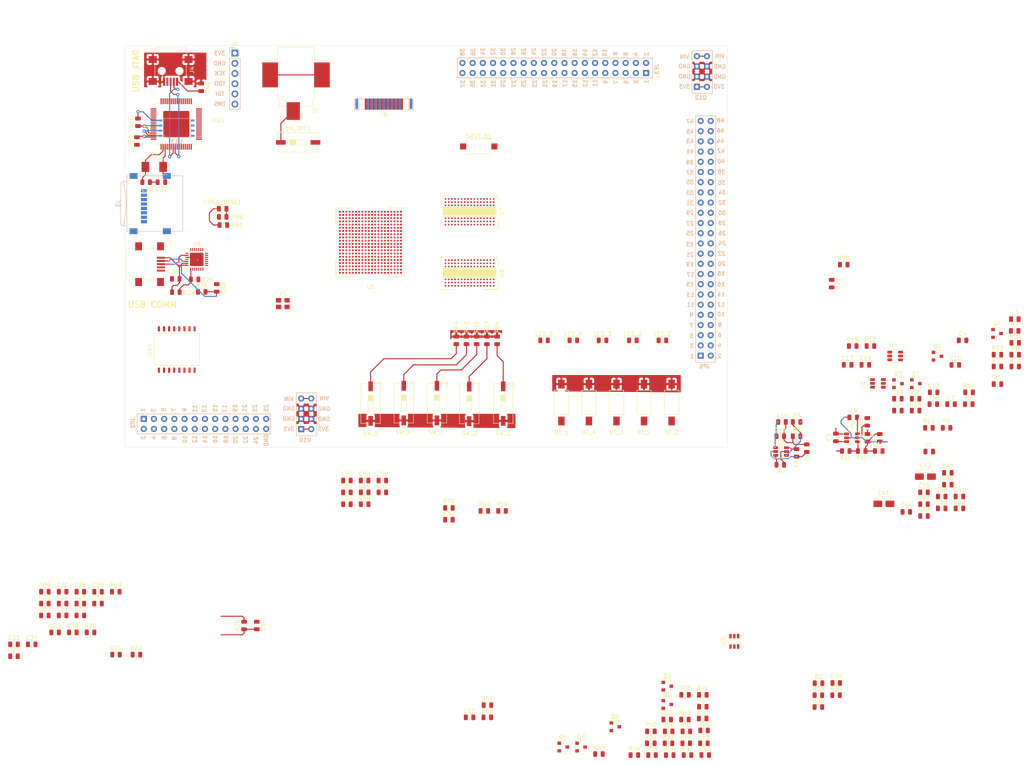
<source format=kicad_pcb>
(kicad_pcb (version 20171130) (host pcbnew "(5.1.4)-1")
  (layers (0 F.Cu signal) (1 In1.Cu jumper) (2 In2.Cu signal) (31 B.Cu signal) (34 B.Paste user) (35 F.Paste user) (36 B.SilkS user) (37 F.SilkS user) (38 B.Mask user) (39 F.Mask user) (44 Edge.Cuts user))
  (net 0 "")
  (net 1 GND)
  (net 2 VCC)
  (net 3 "Net-(C5-Pad2)")
  (net 4 "Net-(C5-Pad1)")
  (net 5 "Net-(C6-Pad2)")
  (net 6 "Net-(C6-Pad1)")
  (net 7 "Net-(C7-Pad2)")
  (net 8 "Net-(C7-Pad1)")
  (net 9 "Net-(C8-Pad2)")
  (net 10 "Net-(C8-Pad1)")
  (net 11 +1V35)
  (net 12 +1V0)
  (net 13 +3V3)
  (net 14 +1V8)
  (net 15 "Net-(Q1-Pad3)")
  (net 16 "Net-(Q1-Pad1)")
  (net 17 "Net-(Q2-Pad3)")
  (net 18 "Net-(Q3-Pad3)")
  (net 19 "Net-(Q4-Pad3)")
  (net 20 "Net-(R3-Pad1)")
  (net 21 "Net-(R4-Pad1)")
  (net 22 "Net-(R8-Pad2)")
  (net 23 "Net-(R10-Pad2)")
  (net 24 "Net-(R12-Pad2)")
  (net 25 "Net-(R14-Pad2)")
  (net 26 "/Memoria RAM/DDR_VREF")
  (net 27 "/Memoria RAM/DDR_CAS")
  (net 28 "/Memoria RAM/DDR_BA0")
  (net 29 "/Memoria RAM/DDR_BA2")
  (net 30 "/Memoria RAM/DDR_A10")
  (net 31 "/Memoria RAM/DDR_BA1")
  (net 32 "/Memoria RAM/DDR_RAS")
  (net 33 "/Memoria RAM/DDR_A4")
  (net 34 "/Memoria RAM/DDR_A6")
  (net 35 "/Memoria RAM/DDR_A7")
  (net 36 "/Memoria RAM/DDR_A9")
  (net 37 "/Memoria RAM/DDR_A11")
  (net 38 "/Memoria RAM/DDR_A14")
  (net 39 "/Memoria RAM/DDR_A12")
  (net 40 "/Memoria RAM/DDR_A13")
  (net 41 "/Memoria RAM/DDR_RESETN")
  (net 42 "/Memoria RAM/DDR_CKE")
  (net 43 "/Memoria RAM/DDR_A2")
  (net 44 "/Memoria RAM/DDR_A3")
  (net 45 "/Memoria RAM/DDR_D12")
  (net 46 "/Memoria RAM/DDR_D11")
  (net 47 "/Memoria RAM/DDR_D10")
  (net 48 "/Memoria RAM/DDR_D9")
  (net 49 "/Memoria RAM/DDR_D4")
  (net 50 "/Memoria RAM/DDR_D0")
  (net 51 "/Memoria RAM/DDR_D1")
  (net 52 "/Memoria RAM/DDR_A0")
  (net 53 "/Memoria RAM/DDR_CLK-")
  (net 54 "/Memoria RAM/DDR_CLK+")
  (net 55 "/Memoria RAM/DDR_A1")
  (net 56 "/Memoria RAM/DDR_D13")
  (net 57 "/Memoria RAM/DDR_DQS1+")
  (net 58 "/Memoria RAM/DDR_DQS1-")
  (net 59 "/Memoria RAM/DDR_D8")
  (net 60 "/Memoria RAM/DDR_DQS0+")
  (net 61 "/Memoria RAM/DDR_DQS0-")
  (net 62 "/Memoria RAM/DDR_D2")
  (net 63 "/Memoria RAM/DDR_CS")
  (net 64 "/Memoria RAM/DDR_A5")
  (net 65 "/Memoria RAM/DDR_A8")
  (net 66 "/Memoria RAM/DDR_D15")
  (net 67 "/Memoria RAM/DDR_D14")
  (net 68 "/Memoria RAM/DDR_DQM1")
  (net 69 "/Memoria RAM/DDR_D7")
  (net 70 "/Memoria RAM/DDR_D5")
  (net 71 "/Memoria RAM/DDR_D6")
  (net 72 "/Memoria RAM/DDR_DQM0")
  (net 73 "Net-(C18-Pad1)")
  (net 74 "Net-(R18-Pad1)")
  (net 75 "Net-(C19-Pad1)")
  (net 76 "Net-(C31-Pad1)")
  (net 77 "Net-(C32-Pad1)")
  (net 78 "/Entradas y Salidas/BANK34_U19")
  (net 79 "/Entradas y Salidas/BANK34_P16")
  (net 80 "/Entradas y Salidas/BANK34_U18")
  (net 81 "/Entradas y Salidas/BANK34_P15")
  (net 82 "/Entradas y Salidas/BANK34_U15")
  (net 83 "/Entradas y Salidas/BANK34_P18")
  (net 84 "/Entradas y Salidas/BANK34_U14")
  (net 85 "/Entradas y Salidas/BANK34_N17")
  (net 86 "/Entradas y Salidas/BANK34_W15")
  (net 87 "/Entradas y Salidas/BANK34_W19")
  (net 88 "/Entradas y Salidas/BANK34_V15")
  (net 89 "/Entradas y Salidas/BANK34_W18")
  (net 90 "/Entradas y Salidas/BANK34_U17")
  (net 91 "/Entradas y Salidas/BANK34_V18")
  (net 92 "/Entradas y Salidas/BANK34_T16")
  (net 93 "/Entradas y Salidas/BANK34_V17")
  (net 94 "/Entradas y Salidas/BANK34_Y14")
  (net 95 "/Entradas y Salidas/BANK34_R18")
  (net 96 "/Entradas y Salidas/BANK34_W14")
  (net 97 "/Entradas y Salidas/BANK34_T17")
  (net 98 "/Entradas y Salidas/BANK34_Y17")
  (net 99 "/Entradas y Salidas/BANK34_R17")
  (net 100 "/Entradas y Salidas/BANK34_Y16")
  (net 101 "/Entradas y Salidas/BANK34_R16")
  (net 102 "/Entradas y Salidas/BANK34_R14")
  (net 103 "/Entradas y Salidas/BANK34_W16")
  (net 104 "/Entradas y Salidas/BANK34_P14")
  (net 105 "/Entradas y Salidas/BANK34_V16")
  (net 106 "/Entradas y Salidas/BANK34_T15")
  (net 107 "/Entradas y Salidas/BANK34_Y19")
  (net 108 "/Entradas y Salidas/BANK34_T14")
  (net 109 "/Entradas y Salidas/BANK34_Y18")
  (net 110 "/Entradas y Salidas/BANK34_W13")
  (net 111 "/Entradas y Salidas/BANK34_W20")
  (net 112 "/Entradas y Salidas/BANK34_V12")
  (net 113 "/Entradas y Salidas/BANK34_V20")
  (net 114 "/Entradas y Salidas/BANK34_V13")
  (net 115 "/Entradas y Salidas/BANK34_U20")
  (net 116 "/Entradas y Salidas/BANK34_T20")
  (net 117 "/Entradas y Salidas/BANK34_U12")
  (net 118 "/Entradas y Salidas/BANK34_P20")
  (net 119 "/Entradas y Salidas/BANK34_T12")
  (net 120 "/Entradas y Salidas/BANK34_N20")
  (net 121 "/Entradas y Salidas/BANK34_P19")
  (net 122 "/Entradas y Salidas/BANK34_N18")
  (net 123 "/Entradas y Salidas/BANK34_T10")
  (net 124 "/Entradas y Salidas/BANK34_T11")
  (net 125 "/Entradas y Salidas/BANK34_R19")
  (net 126 "/Entradas y Salidas/BANK35_J15")
  (net 127 "/Entradas y Salidas/BANK35_J16")
  (net 128 "/Entradas y Salidas/BANK35_K16")
  (net 129 "/Entradas y Salidas/BANK35_M15")
  (net 130 "/Entradas y Salidas/BANK35_M14")
  (net 131 "/Entradas y Salidas/BANK35_L15")
  (net 132 "/Entradas y Salidas/BANK35_L14")
  (net 133 "/Entradas y Salidas/BANK35_N16")
  (net 134 "/Entradas y Salidas/BANK35_L19")
  (net 135 "/Entradas y Salidas/BANK35_N15")
  (net 136 "/Entradas y Salidas/BANK35_M18")
  (net 137 "/Entradas y Salidas/BANK35_J14")
  (net 138 "/Entradas y Salidas/BANK35_M17")
  (net 139 "/Entradas y Salidas/BANK35_K14")
  (net 140 "/Entradas y Salidas/BANK35_M20")
  (net 141 "/Entradas y Salidas/BANK35_G15")
  (net 142 "/Entradas y Salidas/BANK35_M19")
  (net 143 "/Entradas y Salidas/BANK35_H15")
  (net 144 "/Entradas y Salidas/BANK35_F17")
  (net 145 "/Entradas y Salidas/BANK35_G20")
  (net 146 "/Entradas y Salidas/BANK35_F16")
  (net 147 "/Entradas y Salidas/BANK35_G19")
  (net 148 "/Entradas y Salidas/BANK35_H20")
  (net 149 "/Entradas y Salidas/BANK35_J20")
  (net 150 "/Entradas y Salidas/BANK35_G14")
  (net 151 "/Referencias y MIOs/TMS")
  (net 152 "/Referencias y MIOs/TDI")
  (net 153 "/Referencias y MIOs/TDO")
  (net 154 "/Referencias y MIOs/TCK")
  (net 155 "Net-(C33-Pad1)")
  (net 156 "Net-(C34-Pad1)")
  (net 157 "Net-(R23-Pad1)")
  (net 158 "/Memoria RAM/DDR_DQS3+")
  (net 159 "/Memoria RAM/DDR_ODT")
  (net 160 "/Memoria RAM/DDR_D27")
  (net 161 "/Memoria RAM/DDR_DQS3-")
  (net 162 "/Memoria RAM/DDR_D21")
  (net 163 "/Memoria RAM/DDR_D20")
  (net 164 "/Memoria RAM/DDR_D25")
  (net 165 "/Memoria RAM/DDR_D29")
  (net 166 "/Memoria RAM/DDR_D31")
  (net 167 "/Memoria RAM/DDR_D23")
  (net 168 "/Memoria RAM/DDR_D18")
  (net 169 "/Memoria RAM/DDR_D17")
  (net 170 "/Memoria RAM/DDR_D28")
  (net 171 "/Memoria RAM/DDR_D30")
  (net 172 "/Memoria RAM/DDR_D22")
  (net 173 "/Memoria RAM/DDR_DQS2-")
  (net 174 "/Memoria RAM/DDR_DQS2+")
  (net 175 "/Memoria RAM/DDR_DQM3")
  (net 176 "/Memoria RAM/DDR_D26")
  (net 177 "/Memoria RAM/DDR_D24")
  (net 178 "/Memoria RAM/DDR_DQM2")
  (net 179 "/Memoria RAM/DDR_D19")
  (net 180 "/Memoria RAM/DDR_D16")
  (net 181 "/Memoria RAM/DDR_WE")
  (net 182 "Net-(C35-Pad2)")
  (net 183 "Net-(C36-Pad2)")
  (net 184 "Net-(J2-Pad3)")
  (net 185 "Net-(J2-Pad2)")
  (net 186 "Net-(R24-Pad2)")
  (net 187 "Net-(R26-Pad1)")
  (net 188 "Net-(R27-Pad2)")
  (net 189 "Net-(R28-Pad2)")
  (net 190 "/Referencias y MIOs/SD_D2")
  (net 191 "/Referencias y MIOs/SD_D3")
  (net 192 "/Referencias y MIOs/SD_CMD")
  (net 193 "/Referencias y MIOs/SD_CLK")
  (net 194 "/Referencias y MIOs/SD_D0")
  (net 195 "/Referencias y MIOs/SD_D1")
  (net 196 "/Referencias y MIOs/PS_CLK")
  (net 197 "Net-(R29-Pad2)")
  (net 198 "Net-(C38-Pad1)")
  (net 199 "Net-(C39-Pad1)")
  (net 200 "Net-(J4-Pad3)")
  (net 201 "Net-(J4-Pad2)")
  (net 202 "/Referencias y MIOs/EECS")
  (net 203 "/Referencias y MIOs/EECLK")
  (net 204 "/Referencias y MIOs/EEDATA")
  (net 205 "Net-(C40-Pad2)")
  (net 206 "Net-(C41-Pad1)")
  (net 207 "Net-(C42-Pad1)")
  (net 208 "/Entradas y Salidas/HDMI_D1-")
  (net 209 "/Entradas y Salidas/HDMI_CLK-")
  (net 210 "/Entradas y Salidas/HDMI_D2-")
  (net 211 "/Entradas y Salidas/HDMI_D1+")
  (net 212 "/Entradas y Salidas/HDMI_CLK+")
  (net 213 "/Entradas y Salidas/HDMI_D2+")
  (net 214 "/Entradas y Salidas/HDMI_D0-")
  (net 215 "/Entradas y Salidas/HDMI_D0+")
  (net 216 "/Referencias y MIOs/RX(MIO24)")
  (net 217 "/Referencias y MIOs/TX(MIO25)")
  (net 218 VCC_5V)
  (net 219 "Net-(Q5-Pad3)")
  (net 220 "Net-(Q6-Pad3)")
  (net 221 "Net-(Q7-Pad3)")
  (net 222 "Net-(Q8-Pad3)")
  (net 223 "Net-(Q9-Pad3)")
  (net 224 +5V)
  (net 225 "/Entradas y Salidas/SW_1")
  (net 226 "/Entradas y Salidas/SW_2")
  (net 227 "/Entradas y Salidas/SW_3")
  (net 228 "/Entradas y Salidas/SW_4")
  (net 229 "/Entradas y Salidas/SW_5")
  (net 230 "/Entradas y Salidas/LED_1")
  (net 231 "/Entradas y Salidas/BT_3")
  (net 232 "/Entradas y Salidas/LED_2")
  (net 233 "/Entradas y Salidas/LED_3")
  (net 234 "/Entradas y Salidas/BT_2")
  (net 235 MIO_16)
  (net 236 "/Entradas y Salidas/BT_1")
  (net 237 "/Entradas y Salidas/BT_5")
  (net 238 MIO_39)
  (net 239 MIO_18)
  (net 240 "/Entradas y Salidas/LED_5")
  (net 241 "/Entradas y Salidas/BT_4")
  (net 242 MIO_22)
  (net 243 MIO_20)
  (net 244 "/Entradas y Salidas/LED_4")
  (net 245 MIO_31)
  (net 246 MIO_46)
  (net 247 MIO_28)
  (net 248 MIO_33)
  (net 249 MIO_30)
  (net 250 MIO_26)
  (net 251 MIO_21)
  (net 252 MIO_17)
  (net 253 MIO_47)
  (net 254 MIO_32)
  (net 255 MIO_38)
  (net 256 MIO_27)
  (net 257 MIO_29)
  (net 258 MIO_50)
  (net 259 MIO_35)
  (net 260 MIO_49)
  (net 261 MIO_48)
  (net 262 MIO_34)
  (net 263 "/Referencias y MIOs/FPGA_DONE")
  (net 264 MIO_23)
  (net 265 MIO_53)
  (net 266 MIO_19)
  (net 267 MIO_52)
  (net 268 "/Referencias y MIOs/SRST_B")
  (net 269 MIO_10)
  (net 270 MIO_12)
  (net 271 MIO_51)
  (net 272 MIO_13)
  (net 273 MIO_7)
  (net 274 MIO_15)
  (net 275 "/Referencias y MIOs/MIO2")
  (net 276 PS_POR_B)
  (net 277 "/Referencias y MIOs/MIO4")
  (net 278 "/Referencias y MIOs/MIO1")
  (net 279 MIO_0)
  (net 280 "/Referencias y MIOs/MIO3")
  (net 281 MIO_11)
  (net 282 "/Referencias y MIOs/MIO5")
  (net 283 MIO_8)
  (net 284 MIO_14)
  (net 285 MIO_9)
  (net 286 "/Referencias y MIOs/MIO6")
  (net 287 "Net-(R64-Pad2)")
  (net 288 "Net-(R61-Pad2)")
  (net 289 "Net-(D1-Pad2)")
  (net 290 "Net-(Q5-Pad1)")
  (net 291 "Net-(Q6-Pad1)")
  (net 292 "Net-(Q7-Pad1)")
  (net 293 "Net-(Q8-Pad1)")
  (net 294 "Net-(Q9-Pad1)")
  (net 295 "Net-(R30-Pad2)")
  (net 296 "Net-(R59-Pad2)")
  (net 297 "Net-(LED_1-Pad1)")
  (net 298 "Net-(LED_2-Pad1)")
  (net 299 "Net-(LED_3-Pad1)")
  (net 300 "Net-(LED_4-Pad1)")
  (net 301 "Net-(LED_5-Pad1)")
  (net 302 "Net-(FPGA_DONE1-Pad1)")
  (module ZYNQ_7000:EIAJ_SOIC (layer B.Cu) (at 133.604 84.074 90)
    (fp_text reference U13 (at -3.395 0 180) (layer B.SilkS) (effects (justify mirror)))
    (fp_text value 93C46)
    (pad 4 smd rect (at 1.905 -4 90) (size 0.48 0.85) (layers B.Cu B.Paste B.Mask) (net 296 "Net-(R59-Pad2)"))
    (pad 5 smd rect (at 1.905 4 90) (size 0.48 0.85) (layers B.Cu B.Paste B.Mask) (net 1 GND))
    (pad 3 smd rect (at 0.635 -4 90) (size 0.48 0.85) (layers B.Cu B.Paste B.Mask) (net 204 "/Referencias y MIOs/EEDATA"))
    (pad 6 smd rect (at 0.635 4 90) (size 0.48 0.85) (layers B.Cu B.Paste B.Mask) (net 13 +3V3))
    (pad 2 smd rect (at -0.635 -4 90) (size 0.48 0.85) (layers B.Cu B.Paste B.Mask) (net 203 "/Referencias y MIOs/EECLK"))
    (pad 7 smd rect (at -0.635 4 90) (size 0.48 0.85) (layers B.Cu B.Paste B.Mask) (net 1 GND))
    (pad 1 smd rect (at -1.905 -4 90) (size 0.48 0.85) (layers B.Cu B.Paste B.Mask) (net 202 "/Referencias y MIOs/EECS"))
    (pad 8 smd rect (at -1.905 4 90) (size 0.48 0.85) (layers B.Cu B.Paste B.Mask) (net 13 +3V3))
  )
  (module Resistor_SMD:R_0805_2012Metric (layer F.Cu) (at 210.912 230.759)
    (fp_text reference R64 (at 0 -1.65) (layer F.SilkS))
    (fp_text value 1K)
    (pad 2 smd roundrect (at 0.9375 0) (size 0.975 1.4) (layers F.Cu F.Paste F.Mask) (net 287 "Net-(R64-Pad2)"))
    (pad 1 smd roundrect (at -0.9375 0) (size 0.975 1.4) (layers F.Cu F.Paste F.Mask) (net 13 +3V3))
  )
  (module Resistor_SMD:R_0805_2012Metric (layer F.Cu) (at 210.952 227.719)
    (fp_text reference R61 (at 0 -1.65) (layer F.SilkS))
    (fp_text value 12K)
    (pad 2 smd roundrect (at 0.9375 0) (size 0.975 1.4) (layers F.Cu F.Paste F.Mask) (net 288 "Net-(R61-Pad2)"))
    (pad 1 smd roundrect (at -0.9375 0) (size 0.975 1.4) (layers F.Cu F.Paste F.Mask) (net 1 GND))
  )
  (module LED_SMD:LED_0805_2012Metric (layer F.Cu) (at 145.034 104.14)
    (fp_text reference FPGA_DONE1 (at 0 -1.65) (layer F.SilkS))
    (fp_text value LED_ALT)
    (pad 2 smd roundrect (at 0.9375 0) (size 0.975 1.4) (layers F.Cu F.Paste F.Mask) (net 263 "/Referencias y MIOs/FPGA_DONE"))
    (pad 1 smd roundrect (at -0.9375 0) (size 0.975 1.4) (layers F.Cu F.Paste F.Mask) (net 302 "Net-(FPGA_DONE1-Pad1)"))
  )
  (module LED_SMD:LED_0805_2012Metric (layer F.Cu) (at 225.044 136.906)
    (fp_text reference LED_5 (at 0 -1.65) (layer F.SilkS))
    (fp_text value LED_ALT)
    (pad 2 smd roundrect (at 0.9375 0) (size 0.975 1.4) (layers F.Cu F.Paste F.Mask) (net 13 +3V3))
    (pad 1 smd roundrect (at -0.9375 0) (size 0.975 1.4) (layers F.Cu F.Paste F.Mask) (net 301 "Net-(LED_5-Pad1)"))
  )
  (module LED_SMD:LED_0805_2012Metric (layer F.Cu) (at 232.3315 136.906)
    (fp_text reference LED_4 (at 0 -1.65) (layer F.SilkS))
    (fp_text value LED_ALT)
    (pad 2 smd roundrect (at 0.9375 0) (size 0.975 1.4) (layers F.Cu F.Paste F.Mask) (net 13 +3V3))
    (pad 1 smd roundrect (at -0.9375 0) (size 0.975 1.4) (layers F.Cu F.Paste F.Mask) (net 300 "Net-(LED_4-Pad1)"))
  )
  (module LED_SMD:LED_0805_2012Metric (layer F.Cu) (at 239.6005 136.906)
    (fp_text reference LED_3 (at 0 -1.65) (layer F.SilkS))
    (fp_text value LED_ALT)
    (pad 2 smd roundrect (at 0.9375 0) (size 0.975 1.4) (layers F.Cu F.Paste F.Mask) (net 13 +3V3))
    (pad 1 smd roundrect (at -0.9375 0) (size 0.975 1.4) (layers F.Cu F.Paste F.Mask) (net 299 "Net-(LED_3-Pad1)"))
  )
  (module LED_SMD:LED_0805_2012Metric (layer F.Cu) (at 247.142 136.906)
    (fp_text reference LED_2 (at 0 -1.65) (layer F.SilkS))
    (fp_text value LED_ALT)
    (pad 2 smd roundrect (at 0.9375 0) (size 0.975 1.4) (layers F.Cu F.Paste F.Mask) (net 13 +3V3))
    (pad 1 smd roundrect (at -0.9375 0) (size 0.975 1.4) (layers F.Cu F.Paste F.Mask) (net 298 "Net-(LED_2-Pad1)"))
  )
  (module LED_SMD:LED_0805_2012Metric (layer F.Cu) (at 254.508 136.906)
    (fp_text reference LED_1 (at 0 -1.65) (layer F.SilkS))
    (fp_text value LED_ALT)
    (pad 2 smd roundrect (at 0.9375 0) (size 0.975 1.4) (layers F.Cu F.Paste F.Mask) (net 13 +3V3))
    (pad 1 smd roundrect (at -0.9375 0) (size 0.975 1.4) (layers F.Cu F.Paste F.Mask) (net 297 "Net-(LED_1-Pad1)"))
  )
  (module Capacitor_SMD:C_0805_2012Metric (layer F.Cu) (at 206.502 230.759)
    (fp_text reference C61 (at 0 -1.65) (layer F.SilkS))
    (fp_text value 100nF)
    (pad 2 smd roundrect (at 0.9375 0) (size 0.975 1.4) (layers F.Cu F.Paste F.Mask) (net 1 GND))
    (pad 1 smd roundrect (at -0.9375 0) (size 0.975 1.4) (layers F.Cu F.Paste F.Mask) (net 13 +3V3))
  )
  (module ZYNQ_7000:PINES_38 (layer F.Cu) (at 229.87 69.342 90)
    (fp_text reference JP3 (at -1.016 23.368 90) (layer F.SilkS))
    (fp_text value PINES_38)
    (fp_text user 24 (at 4.318 -7.366 90) (layer B.SilkS) (effects (justify mirror)))
    (fp_text user 7 (at -3.302 13.081 90) (layer B.SilkS) (effects (justify mirror)))
    (fp_text user 9 (at -3.302 10.414 90) (layer B.SilkS) (effects (justify mirror)))
    (fp_text user 36 (at 4.191 -22.479 90) (layer B.SilkS) (effects (justify mirror)))
    (fp_text user 34 (at 4.318 -20.066 90) (layer B.SilkS) (effects (justify mirror)))
    (fp_text user 32 (at 4.318 -17.526 90) (layer B.SilkS) (effects (justify mirror)))
    (fp_text user 38 (at 4.191 -25.146 90) (layer B.SilkS) (effects (justify mirror)))
    (fp_text user 30 (at 4.318 -14.986 90) (layer B.SilkS) (effects (justify mirror)))
    (fp_text user 28 (at 4.318 -12.446 90) (layer B.SilkS) (effects (justify mirror)))
    (fp_text user 26 (at 4.318 -9.906 90) (layer B.SilkS) (effects (justify mirror)))
    (fp_text user JP3 (at 0 23.241 270) (layer B.SilkS) (effects (justify mirror)))
    (fp_text user 10 (at 4.064 10.287 90) (layer B.SilkS) (effects (justify mirror)))
    (fp_text user 18 (at 4.064 0.127 90) (layer B.SilkS) (effects (justify mirror)))
    (fp_text user 22 (at 4.191 -4.826 90) (layer B.SilkS) (effects (justify mirror)))
    (fp_text user 14 (at 4.064 5.334 90) (layer B.SilkS) (effects (justify mirror)))
    (fp_text user 16 (at 4.064 2.794 90) (layer B.SilkS) (effects (justify mirror)))
    (fp_text user 12 (at 4.064 7.874 90) (layer B.SilkS) (effects (justify mirror)))
    (fp_text user 4 (at 3.683 18.034 90) (layer B.SilkS) (effects (justify mirror)))
    (fp_text user 2 (at 3.683 20.701 90) (layer B.SilkS) (effects (justify mirror)))
    (fp_text user 6 (at 3.683 15.494 90) (layer B.SilkS) (effects (justify mirror)))
    (fp_text user 20 (at 4.191 -2.286 90) (layer B.SilkS) (effects (justify mirror)))
    (fp_text user 8 (at 3.81 12.954 90) (layer B.SilkS) (effects (justify mirror)))
    (fp_text user 35 (at -3.683 -22.606 90) (layer B.SilkS) (effects (justify mirror)))
    (fp_text user 33 (at -3.683 -19.939 90) (layer B.SilkS) (effects (justify mirror)))
    (fp_text user 37 (at -3.683 -25.019 90) (layer B.SilkS) (effects (justify mirror)))
    (fp_text user 31 (at -3.683 -17.399 90) (layer B.SilkS) (effects (justify mirror)))
    (fp_text user 23 (at -3.683 -7.112 90) (layer B.SilkS) (effects (justify mirror)))
    (fp_text user 21 (at -3.683 -4.572 90) (layer B.SilkS) (effects (justify mirror)))
    (fp_text user 19 (at -3.683 -2.159 90) (layer B.SilkS) (effects (justify mirror)))
    (fp_text user 17 (at -3.556 0.381 90) (layer B.SilkS) (effects (justify mirror)))
    (fp_text user 15 (at -3.683 2.794 90) (layer B.SilkS) (effects (justify mirror)))
    (fp_text user 1 (at -3.175 20.701 90) (layer B.SilkS) (effects (justify mirror)))
    (fp_text user 13 (at -3.556 5.461 90) (layer B.SilkS) (effects (justify mirror)))
    (fp_text user 5 (at -3.302 15.621 90) (layer B.SilkS) (effects (justify mirror)))
    (fp_text user 11 (at -3.556 7.874 90) (layer B.SilkS) (effects (justify mirror)))
    (fp_text user 3 (at -3.175 18.161 90) (layer B.SilkS) (effects (justify mirror)))
    (fp_text user 29 (at -3.683 -14.986 90) (layer B.SilkS) (effects (justify mirror)))
    (fp_text user 27 (at -3.683 -12.319 90) (layer B.SilkS) (effects (justify mirror)))
    (fp_text user 25 (at -3.683 -9.906 90) (layer B.SilkS) (effects (justify mirror)))
    (fp_text user 1 (at -3.175 20.701 90) (layer F.SilkS))
    (fp_text user 2 (at 3.683 20.701 90) (layer F.SilkS))
    (fp_text user 3 (at -3.175 18.161 90) (layer F.SilkS))
    (fp_text user 11 (at -3.556 7.874 90) (layer F.SilkS))
    (fp_text user 7 (at -3.302 13.081 90) (layer F.SilkS))
    (fp_text user 5 (at -3.302 15.621 90) (layer F.SilkS))
    (fp_text user 6 (at 3.683 15.494 90) (layer F.SilkS))
    (fp_text user 8 (at 3.81 12.954 90) (layer F.SilkS))
    (fp_text user 9 (at -3.302 10.414 90) (layer F.SilkS))
    (fp_text user 10 (at 4.064 10.287 90) (layer F.SilkS))
    (fp_text user 12 (at 4.064 7.874 90) (layer F.SilkS))
    (fp_text user 13 (at -3.556 5.461 90) (layer F.SilkS))
    (fp_text user 4 (at 3.683 18.034 90) (layer F.SilkS))
    (fp_text user 14 (at 4.064 5.334 90) (layer F.SilkS))
    (fp_text user 15 (at -3.683 2.794 90) (layer F.SilkS))
    (fp_text user 16 (at 4.064 2.794 90) (layer F.SilkS))
    (fp_text user 17 (at -3.556 0.381 90) (layer F.SilkS))
    (fp_text user 31 (at -3.683 -17.399 90) (layer F.SilkS))
    (fp_text user 22 (at 4.191 -4.826 90) (layer F.SilkS))
    (fp_text user 25 (at -3.683 -9.906 90) (layer F.SilkS))
    (fp_text user 20 (at 4.191 -2.286 90) (layer F.SilkS))
    (fp_text user 18 (at 4.064 0.127 90) (layer F.SilkS))
    (fp_text user 19 (at -3.683 -2.159 90) (layer F.SilkS))
    (fp_text user 24 (at 4.318 -7.366 90) (layer F.SilkS))
    (fp_text user 26 (at 4.318 -9.906 90) (layer F.SilkS))
    (fp_text user 27 (at -3.683 -12.319 90) (layer F.SilkS))
    (fp_text user 28 (at 4.318 -12.446 90) (layer F.SilkS))
    (fp_text user 29 (at -3.683 -14.986 90) (layer F.SilkS))
    (fp_text user 21 (at -3.683 -4.572 90) (layer F.SilkS))
    (fp_text user 23 (at -3.683 -7.112 90) (layer F.SilkS))
    (fp_text user 30 (at 4.318 -14.986 90) (layer F.SilkS))
    (fp_text user 33 (at -3.683 -19.939 90) (layer F.SilkS))
    (fp_text user 38 (at 4.191 -25.146 90) (layer F.SilkS))
    (fp_text user 35 (at -3.683 -22.606 90) (layer F.SilkS))
    (fp_text user 37 (at -3.683 -25.019 90) (layer F.SilkS))
    (fp_text user 36 (at 4.191 -22.479 90) (layer F.SilkS))
    (fp_text user 32 (at 4.318 -17.526 90) (layer F.SilkS))
    (fp_text user 34 (at 4.318 -20.066 90) (layer F.SilkS))
    (pad 8 thru_hole circle (at 1.484 12.954 90) (size 1.524 1.524) (drill 0.8) (layers *.Cu *.Mask) (net 272 MIO_13))
    (pad 4 thru_hole circle (at 1.484 18.034 90) (size 1.524 1.524) (drill 0.8) (layers *.Cu *.Mask) (net 285 MIO_9))
    (pad 31 thru_hole circle (at -1.016 -17.526 90) (size 1.524 1.524) (drill 0.8) (layers *.Cu *.Mask) (net 246 MIO_46))
    (pad 2 thru_hole circle (at 1.484 20.574 90) (size 1.524 1.524) (drill 0.8) (layers *.Cu *.Mask) (net 273 MIO_7))
    (pad 34 thru_hole circle (at 1.484 -20.066 90) (size 1.524 1.524) (drill 0.8) (layers *.Cu *.Mask) (net 260 MIO_49))
    (pad 19 thru_hole circle (at -1.016 -2.286 90) (size 1.524 1.524) (drill 0.8) (layers *.Cu *.Mask) (net 250 MIO_26))
    (pad 38 thru_hole circle (at 1.484 -25.146 90) (size 1.524 1.524) (drill 0.8) (layers *.Cu *.Mask) (net 265 MIO_53))
    (pad 37 thru_hole circle (at -1.016 -25.146 90) (size 1.524 1.524) (drill 0.8) (layers *.Cu *.Mask) (net 267 MIO_52))
    (pad 10 thru_hole circle (at 1.484 10.414 90) (size 1.524 1.524) (drill 0.8) (layers *.Cu *.Mask) (net 274 MIO_15))
    (pad 1 thru_hole rect (at -1.016 20.574 90) (size 1.524 1.524) (drill 0.8) (layers *.Cu *.Mask) (net 279 MIO_0))
    (pad 16 thru_hole circle (at 1.484 2.794 90) (size 1.524 1.524) (drill 0.8) (layers *.Cu *.Mask) (net 251 MIO_21))
    (pad 14 thru_hole circle (at 1.484 5.334 90) (size 1.524 1.524) (drill 0.8) (layers *.Cu *.Mask) (net 266 MIO_19))
    (pad 15 thru_hole circle (at -1.016 2.794 90) (size 1.524 1.524) (drill 0.8) (layers *.Cu *.Mask) (net 243 MIO_20))
    (pad 5 thru_hole circle (at -1.016 15.494 90) (size 1.524 1.524) (drill 0.8) (layers *.Cu *.Mask) (net 269 MIO_10))
    (pad 35 thru_hole circle (at -1.016 -22.606 90) (size 1.524 1.524) (drill 0.8) (layers *.Cu *.Mask) (net 258 MIO_50))
    (pad 36 thru_hole circle (at 1.484 -22.606 90) (size 1.524 1.524) (drill 0.8) (layers *.Cu *.Mask) (net 271 MIO_51))
    (pad 7 thru_hole circle (at -1.016 12.954 90) (size 1.524 1.524) (drill 0.8) (layers *.Cu *.Mask) (net 270 MIO_12))
    (pad 18 thru_hole circle (at 1.484 0.254 90) (size 1.524 1.524) (drill 0.8) (layers *.Cu *.Mask) (net 264 MIO_23))
    (pad 21 thru_hole circle (at -1.016 -4.826 90) (size 1.524 1.524) (drill 0.8) (layers *.Cu *.Mask) (net 247 MIO_28))
    (pad 11 thru_hole circle (at -1.016 7.874 90) (size 1.524 1.524) (drill 0.8) (layers *.Cu *.Mask) (net 235 MIO_16))
    (pad 17 thru_hole circle (at -1.016 0.254 90) (size 1.524 1.524) (drill 0.8) (layers *.Cu *.Mask) (net 242 MIO_22))
    (pad 12 thru_hole circle (at 1.484 7.874 90) (size 1.524 1.524) (drill 0.8) (layers *.Cu *.Mask) (net 252 MIO_17))
    (pad 32 thru_hole circle (at 1.484 -17.526 90) (size 1.524 1.524) (drill 0.8) (layers *.Cu *.Mask) (net 253 MIO_47))
    (pad 26 thru_hole circle (at 1.484 -9.906 90) (size 1.524 1.524) (drill 0.8) (layers *.Cu *.Mask) (net 248 MIO_33))
    (pad 20 thru_hole circle (at 1.484 -2.286 90) (size 1.524 1.524) (drill 0.8) (layers *.Cu *.Mask) (net 256 MIO_27))
    (pad 33 thru_hole circle (at -1.016 -20.066 90) (size 1.524 1.524) (drill 0.8) (layers *.Cu *.Mask) (net 261 MIO_48))
    (pad 28 thru_hole circle (at 1.484 -12.446 90) (size 1.524 1.524) (drill 0.8) (layers *.Cu *.Mask) (net 259 MIO_35))
    (pad 22 thru_hole circle (at 1.484 -4.826 90) (size 1.524 1.524) (drill 0.8) (layers *.Cu *.Mask) (net 257 MIO_29))
    (pad 13 thru_hole circle (at -1.016 5.334 90) (size 1.524 1.524) (drill 0.8) (layers *.Cu *.Mask) (net 239 MIO_18))
    (pad 29 thru_hole circle (at -1.016 -14.986 90) (size 1.524 1.524) (drill 0.8) (layers *.Cu *.Mask) (net 255 MIO_38))
    (pad 3 thru_hole circle (at -1.016 18.034 90) (size 1.524 1.524) (drill 0.8) (layers *.Cu *.Mask) (net 283 MIO_8))
    (pad 30 thru_hole circle (at 1.484 -14.986 90) (size 1.524 1.524) (drill 0.8) (layers *.Cu *.Mask) (net 238 MIO_39))
    (pad 25 thru_hole circle (at -1.016 -9.906 90) (size 1.524 1.524) (drill 0.8) (layers *.Cu *.Mask) (net 254 MIO_32))
    (pad 9 thru_hole circle (at -1.016 10.414 90) (size 1.524 1.524) (drill 0.8) (layers *.Cu *.Mask) (net 284 MIO_14))
    (pad 24 thru_hole circle (at 1.484 -7.366 90) (size 1.524 1.524) (drill 0.8) (layers *.Cu *.Mask) (net 245 MIO_31))
    (pad 23 thru_hole circle (at -1.016 -7.366 90) (size 1.524 1.524) (drill 0.8) (layers *.Cu *.Mask) (net 249 MIO_30))
    (pad 27 thru_hole circle (at -1.016 -12.446 90) (size 1.524 1.524) (drill 0.8) (layers *.Cu *.Mask) (net 262 MIO_34))
    (pad 6 thru_hole circle (at 1.484 15.494 90) (size 1.524 1.524) (drill 0.8) (layers *.Cu *.Mask) (net 281 MIO_11))
  )
  (module ZYNQ_7000:PINES_40 (layer F.Cu) (at 264.414 69.85)
    (fp_text reference U12 (at -0.42672 6.74116) (layer F.SilkS))
    (fp_text value PINES_ALIMENTACION)
    (fp_text user VIN (at -4.3942 -3.5306) (layer B.SilkS) (effects (justify mirror)))
    (fp_text user VIN (at -4.3942 -3.5306) (layer F.SilkS))
    (fp_text user VIN (at 4.3942 -3.70332) (layer B.SilkS) (effects (justify mirror)))
    (fp_text user VIN (at 4.3942 -3.70332) (layer F.SilkS))
    (fp_text user 3V3 (at 4.20116 3.8862) (layer B.SilkS) (effects (justify mirror)))
    (fp_text user 3V3 (at 4.20116 3.8862) (layer F.SilkS))
    (fp_text user 3V3 (at -4.37388 3.90652) (layer B.SilkS) (effects (justify mirror)))
    (fp_text user 3V3 (at -4.37388 3.90652) (layer F.SilkS))
    (fp_text user GND (at -4.3942 -1.17348) (layer B.SilkS) (effects (justify mirror)))
    (fp_text user GND (at -4.3942 -1.17348) (layer F.SilkS))
    (fp_text user GND (at -4.38404 1.3716) (layer B.SilkS) (effects (justify mirror)))
    (fp_text user GND (at -4.38404 1.3716) (layer F.SilkS))
    (fp_text user GND (at 4.3434 1.4478) (layer B.SilkS) (effects (justify mirror)))
    (fp_text user GND (at 4.3434 1.4478) (layer F.SilkS))
    (fp_text user GND (at 4.38912 -1.0922) (layer F.SilkS))
    (fp_text user U12 (at -0.29972 6.61416 180) (layer B.SilkS) (effects (justify mirror)))
    (fp_text user GND (at 4.38912 -1.0922) (layer B.SilkS) (effects (justify mirror)))
    (pad 3 thru_hole circle (at -1.31572 1.40716) (size 1.524 1.524) (drill 0.8) (layers *.Cu *.Mask) (net 1 GND))
    (pad 7 thru_hole circle (at -1.31572 -3.67284) (size 1.524 1.524) (drill 0.8) (layers *.Cu *.Mask) (net 218 VCC_5V))
    (pad 6 thru_hole circle (at 1.18428 -1.13284) (size 1.524 1.524) (drill 0.8) (layers *.Cu *.Mask) (net 1 GND))
    (pad 1 thru_hole rect (at -1.31572 3.94716) (size 1.524 1.524) (drill 0.8) (layers *.Cu *.Mask) (net 13 +3V3))
    (pad 5 thru_hole circle (at -1.31572 -1.13284) (size 1.524 1.524) (drill 0.8) (layers *.Cu *.Mask) (net 1 GND))
    (pad 4 thru_hole circle (at 1.18428 1.40716) (size 1.524 1.524) (drill 0.8) (layers *.Cu *.Mask) (net 1 GND))
    (pad 2 thru_hole circle (at 1.18428 3.94716) (size 1.524 1.524) (drill 0.8) (layers *.Cu *.Mask) (net 13 +3V3))
    (pad 8 thru_hole circle (at 1.18428 -3.67284) (size 1.524 1.524) (drill 0.8) (layers *.Cu *.Mask) (net 218 VCC_5V))
  )
  (module ZYNQ_7000:PINES_40 (layer F.Cu) (at 165.90772 155.05684)
    (fp_text reference U10 (at -0.42672 6.74116) (layer F.SilkS))
    (fp_text value PINES_ALIMENTACION)
    (fp_text user VIN (at -4.3942 -3.5306) (layer B.SilkS) (effects (justify mirror)))
    (fp_text user VIN (at -4.3942 -3.5306) (layer F.SilkS))
    (fp_text user VIN (at 4.3942 -3.70332) (layer B.SilkS) (effects (justify mirror)))
    (fp_text user VIN (at 4.3942 -3.70332) (layer F.SilkS))
    (fp_text user 3V3 (at 4.20116 3.8862) (layer B.SilkS) (effects (justify mirror)))
    (fp_text user 3V3 (at 4.20116 3.8862) (layer F.SilkS))
    (fp_text user 3V3 (at -4.37388 3.90652) (layer B.SilkS) (effects (justify mirror)))
    (fp_text user 3V3 (at -4.37388 3.90652) (layer F.SilkS))
    (fp_text user GND (at -4.3942 -1.17348) (layer B.SilkS) (effects (justify mirror)))
    (fp_text user GND (at -4.3942 -1.17348) (layer F.SilkS))
    (fp_text user GND (at -4.38404 1.3716) (layer B.SilkS) (effects (justify mirror)))
    (fp_text user GND (at -4.38404 1.3716) (layer F.SilkS))
    (fp_text user GND (at 4.3434 1.4478) (layer B.SilkS) (effects (justify mirror)))
    (fp_text user GND (at 4.3434 1.4478) (layer F.SilkS))
    (fp_text user GND (at 4.38912 -1.0922) (layer F.SilkS))
    (fp_text user U10 (at -0.29972 6.61416 180) (layer B.SilkS) (effects (justify mirror)))
    (fp_text user GND (at 4.38912 -1.0922) (layer B.SilkS) (effects (justify mirror)))
    (pad 3 thru_hole circle (at -1.31572 1.40716) (size 1.524 1.524) (drill 0.8) (layers *.Cu *.Mask) (net 1 GND))
    (pad 7 thru_hole circle (at -1.31572 -3.67284) (size 1.524 1.524) (drill 0.8) (layers *.Cu *.Mask) (net 218 VCC_5V))
    (pad 6 thru_hole circle (at 1.18428 -1.13284) (size 1.524 1.524) (drill 0.8) (layers *.Cu *.Mask) (net 1 GND))
    (pad 1 thru_hole rect (at -1.31572 3.94716) (size 1.524 1.524) (drill 0.8) (layers *.Cu *.Mask) (net 13 +3V3))
    (pad 5 thru_hole circle (at -1.31572 -1.13284) (size 1.524 1.524) (drill 0.8) (layers *.Cu *.Mask) (net 1 GND))
    (pad 4 thru_hole circle (at 1.18428 1.40716) (size 1.524 1.524) (drill 0.8) (layers *.Cu *.Mask) (net 1 GND))
    (pad 2 thru_hole circle (at 1.18428 3.94716) (size 1.524 1.524) (drill 0.8) (layers *.Cu *.Mask) (net 13 +3V3))
    (pad 8 thru_hole circle (at 1.18428 -3.67284) (size 1.524 1.524) (drill 0.8) (layers *.Cu *.Mask) (net 218 VCC_5V))
  )
  (module ZYNQ_7000:SOT-23 (layer F.Cu) (at 272.415 211.836)
    (fp_text reference U9 (at -2.75 0 90) (layer F.SilkS))
    (fp_text value TPS3106K33DBV)
    (pad 3 smd rect (at 0.95 1.3) (size 0.6 1.1) (layers F.Cu F.Paste F.Mask))
    (pad 4 smd rect (at 0.95 -1.3) (size 0.6 1.1) (layers F.Cu F.Paste F.Mask) (net 295 "Net-(R30-Pad2)"))
    (pad 2 smd rect (at 0 1.3) (size 0.6 1.1) (layers F.Cu F.Paste F.Mask))
    (pad 5 smd rect (at 0 -1.3) (size 0.6 1.1) (layers F.Cu F.Paste F.Mask) (net 276 PS_POR_B))
    (pad 1 smd rect (at -0.95 1.3) (size 0.6 1.1) (layers F.Cu F.Paste F.Mask) (net 276 PS_POR_B))
    (pad 6 smd rect (at -0.95 -1.3) (size 0.6 1.1) (layers F.Cu F.Paste F.Mask) (net 13 +3V3))
  )
  (module Button_Switch_SMD:SW_SPST_CK_RS282G05A3 (layer F.Cu) (at 208.788 88.646)
    (fp_text reference SRST_B1 (at 0 -2.6) (layer F.SilkS))
    (fp_text value SW_Push)
    (pad 2 smd rect (at 3.9 0) (size 1.5 1.5) (layers F.Cu F.Paste F.Mask) (net 1 GND))
    (pad 1 smd rect (at -3.9 0) (size 1.5 1.5) (layers F.Cu F.Paste F.Mask) (net 268 "/Referencias y MIOs/SRST_B"))
  )
  (module Button_Switch_SMD:SW_SPST_FSMSM (layer F.Cu) (at 229.362 152.4 90)
    (fp_text reference BT_5 (at -7.366 0 180) (layer F.SilkS))
    (fp_text value SW_Push)
    (pad 2 smd rect (at 4.59 0 90) (size 2.18 1.6) (layers F.Cu F.Paste F.Mask) (net 13 +3V3))
    (pad 1 smd rect (at -4.59 0 90) (size 2.18 1.6) (layers F.Cu F.Paste F.Mask) (net 237 "/Entradas y Salidas/BT_5"))
  )
  (module Button_Switch_SMD:SW_SPST_FSMSM (layer F.Cu) (at 236.22 152.4 90)
    (fp_text reference BT_4 (at -7.366 0 180) (layer F.SilkS))
    (fp_text value SW_Push)
    (pad 2 smd rect (at 4.59 0 90) (size 2.18 1.6) (layers F.Cu F.Paste F.Mask) (net 13 +3V3))
    (pad 1 smd rect (at -4.59 0 90) (size 2.18 1.6) (layers F.Cu F.Paste F.Mask) (net 241 "/Entradas y Salidas/BT_4"))
  )
  (module Button_Switch_SMD:SW_SPST_FSMSM (layer F.Cu) (at 243.078 152.4 90)
    (fp_text reference BT_3 (at -7.366 0 180) (layer F.SilkS))
    (fp_text value SW_Push)
    (pad 2 smd rect (at 4.59 0 90) (size 2.18 1.6) (layers F.Cu F.Paste F.Mask) (net 13 +3V3))
    (pad 1 smd rect (at -4.59 0 90) (size 2.18 1.6) (layers F.Cu F.Paste F.Mask) (net 231 "/Entradas y Salidas/BT_3"))
  )
  (module Button_Switch_SMD:SW_SPST_FSMSM (layer F.Cu) (at 249.936 152.4 90)
    (fp_text reference BT_2 (at -7.366 0 180) (layer F.SilkS))
    (fp_text value SW_Push)
    (pad 2 smd rect (at 4.59 0 90) (size 2.18 1.6) (layers F.Cu F.Paste F.Mask) (net 13 +3V3))
    (pad 1 smd rect (at -4.59 0 90) (size 2.18 1.6) (layers F.Cu F.Paste F.Mask) (net 234 "/Entradas y Salidas/BT_2"))
  )
  (module Button_Switch_SMD:SW_SPST_FSMSM (layer F.Cu) (at 256.794 152.4 90)
    (fp_text reference BT_1 (at -7.366 0 180) (layer F.SilkS))
    (fp_text value SW_Push)
    (pad 2 smd rect (at 4.59 0 90) (size 2.18 1.6) (layers F.Cu F.Paste F.Mask) (net 13 +3V3))
    (pad 1 smd rect (at -4.59 0 90) (size 2.18 1.6) (layers F.Cu F.Paste F.Mask) (net 236 "/Entradas y Salidas/BT_1"))
  )
  (module Resistor_SMD:R_0805_2012Metric (layer F.Cu) (at 201.352 178.621)
    (fp_text reference R70 (at 0 -1.65) (layer F.SilkS))
    (fp_text value 330)
    (pad 2 smd roundrect (at 0.9375 0) (size 0.975 1.4) (layers F.Cu F.Paste F.Mask) (net 278 "/Referencias y MIOs/MIO1"))
    (pad 1 smd roundrect (at -0.9375 0) (size 0.975 1.4) (layers F.Cu F.Paste F.Mask) (net 13 +3V3))
  )
  (module Resistor_SMD:R_0805_2012Metric (layer F.Cu) (at 145.2095 108.204)
    (fp_text reference R69 (at 3.3805 0) (layer F.SilkS))
    (fp_text value 1K)
    (pad 2 smd roundrect (at 0.9375 0) (size 0.975 1.4) (layers F.Cu F.Paste F.Mask) (net 1 GND))
    (pad 1 smd roundrect (at -0.9375 0) (size 0.975 1.4) (layers F.Cu F.Paste F.Mask) (net 302 "Net-(FPGA_DONE1-Pad1)"))
  )
  (module Resistor_SMD:R_0805_2012Metric (layer F.Cu) (at 145.034 106.172)
    (fp_text reference R68 (at 3.556 0) (layer F.SilkS))
    (fp_text value 1K)
    (pad 2 smd roundrect (at 0.9375 0) (size 0.975 1.4) (layers F.Cu F.Paste F.Mask) (net 263 "/Referencias y MIOs/FPGA_DONE"))
    (pad 1 smd roundrect (at -0.9375 0) (size 0.975 1.4) (layers F.Cu F.Paste F.Mask) (net 13 +3V3))
  )
  (module Resistor_SMD:R_0805_2012Metric (layer F.Cu) (at 201.352 181.571)
    (fp_text reference R67 (at 0 -1.65) (layer F.SilkS))
    (fp_text value 4.7K)
    (pad 2 smd roundrect (at 0.9375 0) (size 0.975 1.4) (layers F.Cu F.Paste F.Mask) (net 268 "/Referencias y MIOs/SRST_B"))
    (pad 1 smd roundrect (at -0.9375 0) (size 0.975 1.4) (layers F.Cu F.Paste F.Mask) (net 13 +3V3))
  )
  (module Resistor_SMD:R_0805_2012Metric (layer F.Cu) (at 123.698 87.2975 90)
    (fp_text reference R63 (at 0 -1.65 90) (layer F.SilkS))
    (fp_text value 10K)
    (pad 2 smd roundrect (at 0.9375 0 90) (size 0.975 1.4) (layers F.Cu F.Paste F.Mask) (net 202 "/Referencias y MIOs/EECS"))
    (pad 1 smd roundrect (at -0.9375 0 90) (size 0.975 1.4) (layers F.Cu F.Paste F.Mask) (net 13 +3V3))
  )
  (module Resistor_SMD:R_0805_2012Metric (layer F.Cu) (at 210.172 179.371)
    (fp_text reference R62 (at 0 -1.65) (layer F.SilkS))
    (fp_text value 10K)
    (pad 2 smd roundrect (at 0.9375 0) (size 0.975 1.4) (layers F.Cu F.Paste F.Mask) (net 203 "/Referencias y MIOs/EECLK"))
    (pad 1 smd roundrect (at -0.9375 0) (size 0.975 1.4) (layers F.Cu F.Paste F.Mask) (net 13 +3V3))
  )
  (module Resistor_SMD:R_0805_2012Metric (layer F.Cu) (at 123.952 82.6285 90)
    (fp_text reference R60 (at 0 -1.65 90) (layer F.SilkS))
    (fp_text value 2K2)
    (pad 2 smd roundrect (at 0.9375 0 90) (size 0.975 1.4) (layers F.Cu F.Paste F.Mask) (net 296 "Net-(R59-Pad2)"))
    (pad 1 smd roundrect (at -0.9375 0 90) (size 0.975 1.4) (layers F.Cu F.Paste F.Mask) (net 204 "/Referencias y MIOs/EEDATA"))
  )
  (module Resistor_SMD:R_0805_2012Metric (layer F.Cu) (at 214.582 179.371)
    (fp_text reference R59 (at 0 -1.65) (layer F.SilkS))
    (fp_text value 10K)
    (pad 2 smd roundrect (at 0.9375 0) (size 0.975 1.4) (layers F.Cu F.Paste F.Mask) (net 296 "Net-(R59-Pad2)"))
    (pad 1 smd roundrect (at -0.9375 0) (size 0.975 1.4) (layers F.Cu F.Paste F.Mask) (net 13 +3V3))
  )
  (module Resistor_SMD:R_0805_2012Metric (layer F.Cu) (at 256.06 234.255)
    (fp_text reference R58 (at 0 -1.65) (layer F.SilkS))
    (fp_text value 261)
    (pad 2 smd roundrect (at 0.9375 0) (size 0.975 1.4) (layers F.Cu F.Paste F.Mask) (net 223 "Net-(Q9-Pad3)"))
    (pad 1 smd roundrect (at -0.9375 0) (size 0.975 1.4) (layers F.Cu F.Paste F.Mask) (net 301 "Net-(LED_5-Pad1)"))
  )
  (module Resistor_SMD:R_0805_2012Metric (layer F.Cu) (at 264.56 228.105)
    (fp_text reference R57 (at 0 -1.65) (layer F.SilkS))
    (fp_text value 4.7K)
    (pad 2 smd roundrect (at 0.9375 0) (size 0.975 1.4) (layers F.Cu F.Paste F.Mask) (net 237 "/Entradas y Salidas/BT_5"))
    (pad 1 smd roundrect (at -0.9375 0) (size 0.975 1.4) (layers F.Cu F.Paste F.Mask) (net 1 GND))
  )
  (module Resistor_SMD:R_0805_2012Metric (layer F.Cu) (at 247.52 240.155)
    (fp_text reference R56 (at 0 -1.65) (layer F.SilkS))
    (fp_text value 10k)
    (pad 2 smd roundrect (at 0.9375 0) (size 0.975 1.4) (layers F.Cu F.Paste F.Mask) (net 1 GND))
    (pad 1 smd roundrect (at -0.9375 0) (size 0.975 1.4) (layers F.Cu F.Paste F.Mask) (net 294 "Net-(Q9-Pad1)"))
  )
  (module Resistor_SMD:R_0805_2012Metric (layer F.Cu) (at 251.61 237.205)
    (fp_text reference R55 (at 0 -1.65) (layer F.SilkS))
    (fp_text value 1k)
    (pad 2 smd roundrect (at 0.9375 0) (size 0.975 1.4) (layers F.Cu F.Paste F.Mask) (net 294 "Net-(Q9-Pad1)"))
    (pad 1 smd roundrect (at -0.9375 0) (size 0.975 1.4) (layers F.Cu F.Paste F.Mask) (net 240 "/Entradas y Salidas/LED_5"))
  )
  (module Resistor_SMD:R_0805_2012Metric (layer F.Cu) (at 251.93 240.155)
    (fp_text reference R54 (at 0 -1.65) (layer F.SilkS))
    (fp_text value 4.7K)
    (pad 2 smd roundrect (at 0.9375 0) (size 0.975 1.4) (layers F.Cu F.Paste F.Mask) (net 241 "/Entradas y Salidas/BT_4"))
    (pad 1 smd roundrect (at -0.9375 0) (size 0.975 1.4) (layers F.Cu F.Paste F.Mask) (net 1 GND))
  )
  (module Resistor_SMD:R_0805_2012Metric (layer F.Cu) (at 256.02 237.205)
    (fp_text reference R53 (at 0 -1.65) (layer F.SilkS))
    (fp_text value 261)
    (pad 2 smd roundrect (at 0.9375 0) (size 0.975 1.4) (layers F.Cu F.Paste F.Mask) (net 222 "Net-(Q8-Pad3)"))
    (pad 1 smd roundrect (at -0.9375 0) (size 0.975 1.4) (layers F.Cu F.Paste F.Mask) (net 300 "Net-(LED_4-Pad1)"))
  )
  (module Resistor_SMD:R_0805_2012Metric (layer F.Cu) (at 264.52 231.055)
    (fp_text reference R52 (at 0 -1.65) (layer F.SilkS))
    (fp_text value 4.7K)
    (pad 2 smd roundrect (at 0.9375 0) (size 0.975 1.4) (layers F.Cu F.Paste F.Mask) (net 231 "/Entradas y Salidas/BT_3"))
    (pad 1 smd roundrect (at -0.9375 0) (size 0.975 1.4) (layers F.Cu F.Paste F.Mask) (net 1 GND))
  )
  (module Resistor_SMD:R_0805_2012Metric (layer F.Cu) (at 260.47 234.255)
    (fp_text reference R51 (at 0 -1.65) (layer F.SilkS))
    (fp_text value 10k)
    (pad 2 smd roundrect (at 0.9375 0) (size 0.975 1.4) (layers F.Cu F.Paste F.Mask) (net 1 GND))
    (pad 1 smd roundrect (at -0.9375 0) (size 0.975 1.4) (layers F.Cu F.Paste F.Mask) (net 293 "Net-(Q8-Pad1)"))
  )
  (module Resistor_SMD:R_0805_2012Metric (layer F.Cu) (at 256.34 240.155)
    (fp_text reference R50 (at 0 -1.65) (layer F.SilkS))
    (fp_text value 1k)
    (pad 2 smd roundrect (at 0.9375 0) (size 0.975 1.4) (layers F.Cu F.Paste F.Mask) (net 293 "Net-(Q8-Pad1)"))
    (pad 1 smd roundrect (at -0.9375 0) (size 0.975 1.4) (layers F.Cu F.Paste F.Mask) (net 244 "/Entradas y Salidas/LED_4"))
  )
  (module Resistor_SMD:R_0805_2012Metric (layer F.Cu) (at 260.43 237.205)
    (fp_text reference R49 (at 0 -1.65) (layer F.SilkS))
    (fp_text value 4.7K)
    (pad 2 smd roundrect (at 0.9375 0) (size 0.975 1.4) (layers F.Cu F.Paste F.Mask) (net 234 "/Entradas y Salidas/BT_2"))
    (pad 1 smd roundrect (at -0.9375 0) (size 0.975 1.4) (layers F.Cu F.Paste F.Mask) (net 1 GND))
  )
  (module Resistor_SMD:R_0805_2012Metric (layer F.Cu) (at 264.88 234.005)
    (fp_text reference R48 (at 0 -1.65) (layer F.SilkS))
    (fp_text value 261)
    (pad 2 smd roundrect (at 0.9375 0) (size 0.975 1.4) (layers F.Cu F.Paste F.Mask) (net 221 "Net-(Q7-Pad3)"))
    (pad 1 smd roundrect (at -0.9375 0) (size 0.975 1.4) (layers F.Cu F.Paste F.Mask) (net 299 "Net-(LED_3-Pad1)"))
  )
  (module Resistor_SMD:R_0805_2012Metric (layer F.Cu) (at 260.75 240.155)
    (fp_text reference R47 (at 0 -1.65) (layer F.SilkS))
    (fp_text value 4.7K)
    (pad 2 smd roundrect (at 0.9375 0) (size 0.975 1.4) (layers F.Cu F.Paste F.Mask) (net 236 "/Entradas y Salidas/BT_1"))
    (pad 1 smd roundrect (at -0.9375 0) (size 0.975 1.4) (layers F.Cu F.Paste F.Mask) (net 1 GND))
  )
  (module Resistor_SMD:R_0805_2012Metric (layer F.Cu) (at 264.84 237.205)
    (fp_text reference R46 (at 0 -1.65) (layer F.SilkS))
    (fp_text value 10k)
    (pad 2 smd roundrect (at 0.9375 0) (size 0.975 1.4) (layers F.Cu F.Paste F.Mask) (net 1 GND))
    (pad 1 smd roundrect (at -0.9375 0) (size 0.975 1.4) (layers F.Cu F.Paste F.Mask) (net 292 "Net-(Q7-Pad1)"))
  )
  (module Resistor_SMD:R_0805_2012Metric (layer F.Cu) (at 265.16 240.155)
    (fp_text reference R45 (at 0 -1.65) (layer F.SilkS))
    (fp_text value 1k)
    (pad 2 smd roundrect (at 0.9375 0) (size 0.975 1.4) (layers F.Cu F.Paste F.Mask) (net 292 "Net-(Q7-Pad1)"))
    (pad 1 smd roundrect (at -0.9375 0) (size 0.975 1.4) (layers F.Cu F.Paste F.Mask) (net 233 "/Entradas y Salidas/LED_3"))
  )
  (module Resistor_SMD:R_0805_2012Metric (layer F.Cu) (at 203.2 136.906 270)
    (fp_text reference R44 (at -3.302 0 90) (layer F.SilkS))
    (fp_text value 4.7K)
    (pad 2 smd roundrect (at 0.9375 0 270) (size 0.975 1.4) (layers F.Cu F.Paste F.Mask) (net 229 "/Entradas y Salidas/SW_5"))
    (pad 1 smd roundrect (at -0.9375 0 270) (size 0.975 1.4) (layers F.Cu F.Paste F.Mask) (net 13 +3V3))
  )
  (module Resistor_SMD:R_0805_2012Metric (layer F.Cu) (at 260.11 231.305)
    (fp_text reference R43 (at 0 -1.65) (layer F.SilkS))
    (fp_text value 261)
    (pad 2 smd roundrect (at 0.9375 0) (size 0.975 1.4) (layers F.Cu F.Paste F.Mask) (net 220 "Net-(Q6-Pad3)"))
    (pad 1 smd roundrect (at -0.9375 0) (size 0.975 1.4) (layers F.Cu F.Paste F.Mask) (net 298 "Net-(LED_2-Pad1)"))
  )
  (module Resistor_SMD:R_0805_2012Metric (layer F.Cu) (at 205.74 136.906 270)
    (fp_text reference R42 (at -3.302 0 90) (layer F.SilkS))
    (fp_text value 4.7K)
    (pad 2 smd roundrect (at 0.9375 0 270) (size 0.975 1.4) (layers F.Cu F.Paste F.Mask) (net 228 "/Entradas y Salidas/SW_4"))
    (pad 1 smd roundrect (at -0.9375 0 270) (size 0.975 1.4) (layers F.Cu F.Paste F.Mask) (net 13 +3V3))
  )
  (module Resistor_SMD:R_0805_2012Metric (layer F.Cu) (at 264.56 225.155)
    (fp_text reference R41 (at 0 -1.65) (layer F.SilkS))
    (fp_text value 10k)
    (pad 2 smd roundrect (at 0.9375 0) (size 0.975 1.4) (layers F.Cu F.Paste F.Mask) (net 1 GND))
    (pad 1 smd roundrect (at -0.9375 0) (size 0.975 1.4) (layers F.Cu F.Paste F.Mask) (net 291 "Net-(Q6-Pad1)"))
  )
  (module Resistor_SMD:R_0805_2012Metric (layer F.Cu) (at 251.65 234.255)
    (fp_text reference R40 (at 0 -1.65) (layer F.SilkS))
    (fp_text value 1k)
    (pad 2 smd roundrect (at 0.9375 0) (size 0.975 1.4) (layers F.Cu F.Paste F.Mask) (net 291 "Net-(Q6-Pad1)"))
    (pad 1 smd roundrect (at -0.9375 0) (size 0.975 1.4) (layers F.Cu F.Paste F.Mask) (net 232 "/Entradas y Salidas/LED_2"))
  )
  (module Resistor_SMD:R_0805_2012Metric (layer F.Cu) (at 208.28 136.906 270)
    (fp_text reference R39 (at -3.302 0 90) (layer F.SilkS))
    (fp_text value 4.7K)
    (pad 2 smd roundrect (at 0.9375 0 270) (size 0.975 1.4) (layers F.Cu F.Paste F.Mask) (net 227 "/Entradas y Salidas/SW_3"))
    (pad 1 smd roundrect (at -0.9375 0 270) (size 0.975 1.4) (layers F.Cu F.Paste F.Mask) (net 13 +3V3))
  )
  (module Resistor_SMD:R_0805_2012Metric (layer F.Cu) (at 260.15 225.155)
    (fp_text reference R38 (at 0 -1.65) (layer F.SilkS))
    (fp_text value 261)
    (pad 2 smd roundrect (at 0.9375 0) (size 0.975 1.4) (layers F.Cu F.Paste F.Mask) (net 219 "Net-(Q5-Pad3)"))
    (pad 1 smd roundrect (at -0.9375 0) (size 0.975 1.4) (layers F.Cu F.Paste F.Mask) (net 297 "Net-(LED_1-Pad1)"))
  )
  (module Resistor_SMD:R_0805_2012Metric (layer F.Cu) (at 210.82 136.906 270)
    (fp_text reference R37 (at -3.302 0 90) (layer F.SilkS))
    (fp_text value 4.7K)
    (pad 2 smd roundrect (at 0.9375 0 270) (size 0.975 1.4) (layers F.Cu F.Paste F.Mask) (net 226 "/Entradas y Salidas/SW_2"))
    (pad 1 smd roundrect (at -0.9375 0 270) (size 0.975 1.4) (layers F.Cu F.Paste F.Mask) (net 13 +3V3))
  )
  (module Resistor_SMD:R_0805_2012Metric (layer F.Cu) (at 255.7 231.305)
    (fp_text reference R36 (at 0 -1.65) (layer F.SilkS))
    (fp_text value 10k)
    (pad 2 smd roundrect (at 0.9375 0) (size 0.975 1.4) (layers F.Cu F.Paste F.Mask) (net 1 GND))
    (pad 1 smd roundrect (at -0.9375 0) (size 0.975 1.4) (layers F.Cu F.Paste F.Mask) (net 290 "Net-(Q5-Pad1)"))
  )
  (module Resistor_SMD:R_0805_2012Metric (layer F.Cu) (at 238.7 239.895)
    (fp_text reference R35 (at 0 -1.65) (layer F.SilkS))
    (fp_text value 1k)
    (pad 2 smd roundrect (at 0.9375 0) (size 0.975 1.4) (layers F.Cu F.Paste F.Mask) (net 290 "Net-(Q5-Pad1)"))
    (pad 1 smd roundrect (at -0.9375 0) (size 0.975 1.4) (layers F.Cu F.Paste F.Mask) (net 230 "/Entradas y Salidas/LED_1"))
  )
  (module Resistor_SMD:R_0805_2012Metric (layer F.Cu) (at 213.36 136.906 270)
    (fp_text reference R34 (at -3.302 0 90) (layer F.SilkS))
    (fp_text value 4.7K)
    (pad 2 smd roundrect (at 0.9375 0 270) (size 0.975 1.4) (layers F.Cu F.Paste F.Mask) (net 225 "/Entradas y Salidas/SW_1"))
    (pad 1 smd roundrect (at -0.9375 0 270) (size 0.975 1.4) (layers F.Cu F.Paste F.Mask) (net 13 +3V3))
  )
  (module Resistor_SMD:R_0805_2012Metric (layer F.Cu) (at 293.33 225.245)
    (fp_text reference R33 (at 0 -1.65) (layer F.SilkS))
    (fp_text value 10K)
    (pad 2 smd roundrect (at 0.9375 0) (size 0.975 1.4) (layers F.Cu F.Paste F.Mask) (net 276 PS_POR_B))
    (pad 1 smd roundrect (at -0.9375 0) (size 0.975 1.4) (layers F.Cu F.Paste F.Mask) (net 13 +3V3))
  )
  (module Resistor_SMD:R_0805_2012Metric (layer F.Cu) (at 297.78 222.205)
    (fp_text reference R32 (at 0 -1.65) (layer F.SilkS))
    (fp_text value 1K)
    (pad 2 smd roundrect (at 0.9375 0) (size 0.975 1.4) (layers F.Cu F.Paste F.Mask) (net 13 +3V3))
    (pad 1 smd roundrect (at -0.9375 0) (size 0.975 1.4) (layers F.Cu F.Paste F.Mask) (net 289 "Net-(D1-Pad2)"))
  )
  (module Resistor_SMD:R_0805_2012Metric (layer F.Cu) (at 293.33 228.195)
    (fp_text reference R31 (at 0 -1.65) (layer F.SilkS))
    (fp_text value 1300)
    (pad 2 smd roundrect (at 0.9375 0) (size 0.975 1.4) (layers F.Cu F.Paste F.Mask) (net 1 GND))
    (pad 1 smd roundrect (at -0.9375 0) (size 0.975 1.4) (layers F.Cu F.Paste F.Mask) (net 295 "Net-(R30-Pad2)"))
  )
  (module Resistor_SMD:R_0805_2012Metric (layer F.Cu) (at 297.74 225.245)
    (fp_text reference R30 (at 0 -1.65) (layer F.SilkS))
    (fp_text value 820)
    (pad 2 smd roundrect (at 0.9375 0) (size 0.975 1.4) (layers F.Cu F.Paste F.Mask) (net 295 "Net-(R30-Pad2)"))
    (pad 1 smd roundrect (at -0.9375 0) (size 0.975 1.4) (layers F.Cu F.Paste F.Mask) (net 12 +1V0))
  )
  (module Package_TO_SOT_SMD:SOT-23 (layer F.Cu) (at 255.72 227.555)
    (fp_text reference Q9 (at 0 -2.5) (layer F.SilkS))
    (fp_text value MMBF170)
    (pad 3 smd rect (at 1 0) (size 0.9 0.8) (layers F.Cu F.Paste F.Mask) (net 223 "Net-(Q9-Pad3)"))
    (pad 2 smd rect (at -1 0.95) (size 0.9 0.8) (layers F.Cu F.Paste F.Mask) (net 1 GND))
    (pad 1 smd rect (at -1 -0.95) (size 0.9 0.8) (layers F.Cu F.Paste F.Mask) (net 294 "Net-(Q9-Pad1)"))
  )
  (module Package_TO_SOT_SMD:SOT-23 (layer F.Cu) (at 242.77 233.105)
    (fp_text reference Q8 (at 0 -2.5) (layer F.SilkS))
    (fp_text value MMBF170)
    (pad 3 smd rect (at 1 0) (size 0.9 0.8) (layers F.Cu F.Paste F.Mask) (net 222 "Net-(Q8-Pad3)"))
    (pad 2 smd rect (at -1 0.95) (size 0.9 0.8) (layers F.Cu F.Paste F.Mask) (net 1 GND))
    (pad 1 smd rect (at -1 -0.95) (size 0.9 0.8) (layers F.Cu F.Paste F.Mask) (net 293 "Net-(Q8-Pad1)"))
  )
  (module Package_TO_SOT_SMD:SOT-23 (layer F.Cu) (at 234.27 238.155)
    (fp_text reference Q7 (at 0 -2.5) (layer F.SilkS))
    (fp_text value MMBF170)
    (pad 3 smd rect (at 1 0) (size 0.9 0.8) (layers F.Cu F.Paste F.Mask) (net 221 "Net-(Q7-Pad3)"))
    (pad 2 smd rect (at -1 0.95) (size 0.9 0.8) (layers F.Cu F.Paste F.Mask) (net 1 GND))
    (pad 1 smd rect (at -1 -0.95) (size 0.9 0.8) (layers F.Cu F.Paste F.Mask) (net 292 "Net-(Q7-Pad1)"))
  )
  (module Package_TO_SOT_SMD:SOT-23 (layer F.Cu) (at 255.72 223.005)
    (fp_text reference Q6 (at 0 -2.5) (layer F.SilkS))
    (fp_text value MMBF170)
    (pad 3 smd rect (at 1 0) (size 0.9 0.8) (layers F.Cu F.Paste F.Mask) (net 220 "Net-(Q6-Pad3)"))
    (pad 2 smd rect (at -1 0.95) (size 0.9 0.8) (layers F.Cu F.Paste F.Mask) (net 1 GND))
    (pad 1 smd rect (at -1 -0.95) (size 0.9 0.8) (layers F.Cu F.Paste F.Mask) (net 291 "Net-(Q6-Pad1)"))
  )
  (module Package_TO_SOT_SMD:SOT-23 (layer F.Cu) (at 229.82 238.155)
    (fp_text reference Q5 (at 0 -2.5) (layer F.SilkS))
    (fp_text value MMBF170)
    (pad 3 smd rect (at 1 0) (size 0.9 0.8) (layers F.Cu F.Paste F.Mask) (net 219 "Net-(Q5-Pad3)"))
    (pad 2 smd rect (at -1 0.95) (size 0.9 0.8) (layers F.Cu F.Paste F.Mask) (net 1 GND))
    (pad 1 smd rect (at -1 -0.95) (size 0.9 0.8) (layers F.Cu F.Paste F.Mask) (net 290 "Net-(Q5-Pad1)"))
  )
  (module Connector_BarrelJack:BarrelJack_CUI_PJ-036AH-SMT_Horizontal (layer F.Cu) (at 163.308 74.029 180)
    (fp_text reference J5 (at -4.5 -5.75) (layer F.SilkS))
    (fp_text value Barrel_Jack)
    (pad "" np_thru_hole circle (at 0 7 180) (size 2 2) (drill 2) (layers *.Cu *.Mask))
    (pad 3 smd rect (at 6.45 3.2 180) (size 3.9 6.2) (layers F.Cu F.Paste F.Mask))
    (pad 2 smd rect (at -6.45 3.2 180) (size 3.9 6.2) (layers F.Cu F.Paste F.Mask) (net 1 GND))
    (pad 1 smd rect (at 0.7 -5.8 180) (size 3.3 4.4) (layers F.Cu F.Paste F.Mask) (net 224 +5V))
  )
  (module Diode_SMD:D_0805_2012Metric (layer F.Cu) (at 293.37 222.25)
    (fp_text reference D1 (at 0 -1.65) (layer F.SilkS))
    (fp_text value LED_ALT)
    (pad 2 smd roundrect (at 0.9375 0) (size 0.975 1.4) (layers F.Cu F.Paste F.Mask) (net 289 "Net-(D1-Pad2)"))
    (pad 1 smd roundrect (at -0.9375 0) (size 0.975 1.4) (layers F.Cu F.Paste F.Mask) (net 1 GND))
  )
  (module Oscillator:Oscillator_SMD_Abracon_ASE-4Pin_3.2x2.5mm (layer F.Cu) (at 160.02 127.762)
    (fp_text reference X1 (at 0 -2.45) (layer F.SilkS))
    (fp_text value ASE-33.333MHz)
    (pad 4 smd rect (at -1.05 -0.825) (size 1.3 1.1) (layers F.Cu F.Paste F.Mask) (net 13 +3V3))
    (pad 3 smd rect (at 1.05 -0.825) (size 1.3 1.1) (layers F.Cu F.Paste F.Mask) (net 196 "/Referencias y MIOs/PS_CLK"))
    (pad 2 smd rect (at 1.05 0.825) (size 1.3 1.1) (layers F.Cu F.Paste F.Mask) (net 1 GND))
    (pad 1 smd rect (at -1.05 0.825) (size 1.3 1.1) (layers F.Cu F.Paste F.Mask) (net 197 "Net-(R29-Pad2)"))
  )
  (module "ZYNQ_7000:S03016-(SOIC-16)" (layer F.Cu) (at 133.604 139.192)
    (fp_text reference U14 (at -6.7 0 90) (layer F.SilkS))
    (fp_text value S25FL128S)
    (pad 8 smd rect (at 4.445 5.15) (size 0.51 1.27) (layers F.Cu F.Paste F.Mask) (net 280 "/Referencias y MIOs/MIO3"))
    (pad 9 smd rect (at 4.445 -5.15) (size 0.51 1.27) (layers F.Cu F.Paste F.Mask) (net 277 "/Referencias y MIOs/MIO4"))
    (pad 7 smd rect (at 3.175 5.15) (size 0.51 1.27) (layers F.Cu F.Paste F.Mask) (net 278 "/Referencias y MIOs/MIO1"))
    (pad 10 smd rect (at 3.175 -5.15) (size 0.51 1.27) (layers F.Cu F.Paste F.Mask) (net 1 GND))
    (pad 6 smd rect (at 1.905 5.15) (size 0.51 1.27) (layers F.Cu F.Paste F.Mask))
    (pad 11 smd rect (at 1.905 -5.15) (size 0.51 1.27) (layers F.Cu F.Paste F.Mask))
    (pad 5 smd rect (at 0.635 5.15) (size 0.51 1.27) (layers F.Cu F.Paste F.Mask))
    (pad 12 smd rect (at 0.635 -5.15) (size 0.51 1.27) (layers F.Cu F.Paste F.Mask))
    (pad 4 smd rect (at -0.635 5.15) (size 0.51 1.27) (layers F.Cu F.Paste F.Mask))
    (pad 13 smd rect (at -0.635 -5.15) (size 0.51 1.27) (layers F.Cu F.Paste F.Mask))
    (pad 3 smd rect (at -1.905 5.15) (size 0.51 1.27) (layers F.Cu F.Paste F.Mask))
    (pad 14 smd rect (at -1.905 -5.15) (size 0.51 1.27) (layers F.Cu F.Paste F.Mask))
    (pad 2 smd rect (at -3.175 5.15) (size 0.51 1.27) (layers F.Cu F.Paste F.Mask) (net 13 +3V3))
    (pad 15 smd rect (at -3.175 -5.15) (size 0.51 1.27) (layers F.Cu F.Paste F.Mask) (net 275 "/Referencias y MIOs/MIO2"))
    (pad 1 smd rect (at -4.445 5.15) (size 0.51 1.27) (layers F.Cu F.Paste F.Mask) (net 282 "/Referencias y MIOs/MIO5"))
    (pad 16 smd rect (at -4.445 -5.15) (size 0.51 1.27) (layers F.Cu F.Paste F.Mask) (net 286 "/Referencias y MIOs/MIO6"))
  )
  (module Button_Switch_SMD:SW_DIP_SPSTx01_Slide_9.78x4.72mm_W8.61mm_P2.54mm (layer F.Cu) (at 181.864 152.654 270)
    (fp_text reference SW_5 (at 7.366 0 180) (layer F.SilkS))
    (fp_text value SW_SPST)
    (pad 2 smd rect (at 4.305 0 270) (size 2.44 1.12) (layers F.Cu F.Paste F.Mask) (net 1 GND))
    (pad 1 smd rect (at -4.305 0 270) (size 2.44 1.12) (layers F.Cu F.Paste F.Mask) (net 229 "/Entradas y Salidas/SW_5"))
  )
  (module Button_Switch_SMD:SW_DIP_SPSTx01_Slide_9.78x4.72mm_W8.61mm_P2.54mm (layer F.Cu) (at 190.119 152.527 270)
    (fp_text reference SW_4 (at 7.239 0.127) (layer F.SilkS))
    (fp_text value SW_SPST)
    (pad 2 smd rect (at 4.305 0 270) (size 2.44 1.12) (layers F.Cu F.Paste F.Mask) (net 1 GND))
    (pad 1 smd rect (at -4.305 0 270) (size 2.44 1.12) (layers F.Cu F.Paste F.Mask) (net 228 "/Entradas y Salidas/SW_4"))
  )
  (module Button_Switch_SMD:SW_DIP_SPSTx01_Slide_9.78x4.72mm_W8.61mm_P2.54mm (layer F.Cu) (at 198.374 152.527 270)
    (fp_text reference SW_3 (at 7.239 0.254) (layer F.SilkS))
    (fp_text value SW_SPST)
    (pad 2 smd rect (at 4.305 0 270) (size 2.44 1.12) (layers F.Cu F.Paste F.Mask) (net 1 GND))
    (pad 1 smd rect (at -4.305 0 270) (size 2.44 1.12) (layers F.Cu F.Paste F.Mask) (net 227 "/Entradas y Salidas/SW_3"))
  )
  (module Button_Switch_SMD:SW_DIP_SPSTx01_Slide_9.78x4.72mm_W8.61mm_P2.54mm (layer F.Cu) (at 206.41 152.724 270)
    (fp_text reference SW_2 (at 7.296 -0.092 180) (layer F.SilkS))
    (fp_text value SW_SPST)
    (pad 2 smd rect (at 4.305 0 270) (size 2.44 1.12) (layers F.Cu F.Paste F.Mask) (net 1 GND))
    (pad 1 smd rect (at -4.305 0 270) (size 2.44 1.12) (layers F.Cu F.Paste F.Mask) (net 226 "/Entradas y Salidas/SW_2"))
  )
  (module Button_Switch_SMD:SW_DIP_SPSTx01_Slide_9.78x4.72mm_W8.61mm_P2.54mm (layer F.Cu) (at 214.884 152.654 270)
    (fp_text reference SW_1 (at 7.366 0 180) (layer F.SilkS))
    (fp_text value SW_SPST)
    (pad 2 smd rect (at 4.305 0 270) (size 2.44 1.12) (layers F.Cu F.Paste F.Mask) (net 1 GND))
    (pad 1 smd rect (at -4.305 0 270) (size 2.44 1.12) (layers F.Cu F.Paste F.Mask) (net 225 "/Entradas y Salidas/SW_1"))
  )
  (module ZYNQ_7000:PINES_40 (layer F.Cu) (at 139.7 157.93212 270)
    (fp_text reference JP2 (at -0.57912 17.09928 90) (layer F.SilkS))
    (fp_text value PIN_25)
    (fp_text user 9 (at -3.75412 4.14528 90) (layer F.SilkS))
    (fp_text user 6 (at 3.23088 9.22528 90) (layer F.SilkS))
    (fp_text user 3 (at -3.62712 11.89228 90) (layer F.SilkS))
    (fp_text user 17 (at -4.00812 -5.88772 90) (layer F.SilkS))
    (fp_text user 4 (at 3.23088 11.76528 90) (layer F.SilkS))
    (fp_text user 20 (at 3.73888 -8.55472 90) (layer F.SilkS))
    (fp_text user GND (at 3.86588 -16.17472 90) (layer F.SilkS))
    (fp_text user 14 (at 3.61188 -0.93472 90) (layer F.SilkS))
    (fp_text user 1 (at -3.62712 14.43228 90) (layer F.SilkS))
    (fp_text user 2 (at 3.23088 14.43228 90) (layer F.SilkS))
    (fp_text user 8 (at 3.35788 6.68528 90) (layer F.SilkS))
    (fp_text user 10 (at 3.61188 4.01828 90) (layer F.SilkS))
    (fp_text user 16 (at 3.61188 -3.47472 90) (layer F.SilkS))
    (fp_text user 12 (at 3.61188 1.60528 90) (layer F.SilkS))
    (fp_text user 24 (at 3.86588 -13.63472 90) (layer F.SilkS))
    (fp_text user 13 (at -4.00812 -0.80772 90) (layer F.SilkS))
    (fp_text user 11 (at -4.00812 1.60528 90) (layer F.SilkS))
    (fp_text user 25 (at -4.13512 -16.17472 90) (layer F.SilkS))
    (fp_text user 23 (at -4.13512 -13.38072 90) (layer F.SilkS))
    (fp_text user 18 (at 3.61188 -6.14172 90) (layer F.SilkS))
    (fp_text user 5 (at -3.75412 9.35228 90) (layer F.SilkS))
    (fp_text user 7 (at -3.75412 6.81228 90) (layer F.SilkS))
    (fp_text user 19 (at -4.13512 -8.42772 90) (layer F.SilkS))
    (fp_text user 21 (at -4.13512 -10.84072 90) (layer F.SilkS))
    (fp_text user 22 (at 3.73888 -11.09472 90) (layer F.SilkS))
    (fp_text user 15 (at -4.13512 -3.47472 90) (layer F.SilkS))
    (fp_text user 24 (at 3.86588 -13.63472 90) (layer B.SilkS) (effects (justify mirror)))
    (fp_text user 2 (at 3.23088 14.43228 90) (layer B.SilkS) (effects (justify mirror)))
    (fp_text user 20 (at 3.73888 -8.55472 90) (layer B.SilkS) (effects (justify mirror)))
    (fp_text user 25 (at -4.13512 -16.17472 90) (layer B.SilkS) (effects (justify mirror)))
    (fp_text user 5 (at -3.75412 9.35228 90) (layer B.SilkS) (effects (justify mirror)))
    (fp_text user 9 (at -3.75412 4.14528 90) (layer B.SilkS) (effects (justify mirror)))
    (fp_text user 12 (at 3.61188 1.60528 90) (layer B.SilkS) (effects (justify mirror)))
    (fp_text user 22 (at 3.73888 -11.09472 90) (layer B.SilkS) (effects (justify mirror)))
    (fp_text user 4 (at 3.23088 11.76528 90) (layer B.SilkS) (effects (justify mirror)))
    (fp_text user 6 (at 3.23088 9.22528 90) (layer B.SilkS) (effects (justify mirror)))
    (fp_text user 8 (at 3.35788 6.68528 90) (layer B.SilkS) (effects (justify mirror)))
    (fp_text user 10 (at 3.61188 4.01828 90) (layer B.SilkS) (effects (justify mirror)))
    (fp_text user JP2 (at -0.45212 16.97228 270) (layer B.SilkS) (effects (justify mirror)))
    (fp_text user 7 (at -3.75412 6.81228 90) (layer B.SilkS) (effects (justify mirror)))
    (fp_text user 17 (at -4.00812 -5.88772 90) (layer B.SilkS) (effects (justify mirror)))
    (fp_text user 11 (at -4.00812 1.60528 90) (layer B.SilkS) (effects (justify mirror)))
    (fp_text user 19 (at -4.13512 -8.42772 90) (layer B.SilkS) (effects (justify mirror)))
    (fp_text user 21 (at -4.13512 -10.84072 90) (layer B.SilkS) (effects (justify mirror)))
    (fp_text user 1 (at -3.62712 14.43228 90) (layer B.SilkS) (effects (justify mirror)))
    (fp_text user 3 (at -3.62712 11.89228 90) (layer B.SilkS) (effects (justify mirror)))
    (fp_text user 18 (at 3.61188 -6.14172 90) (layer B.SilkS) (effects (justify mirror)))
    (fp_text user 16 (at 3.61188 -3.47472 90) (layer B.SilkS) (effects (justify mirror)))
    (fp_text user 15 (at -4.13512 -3.47472 90) (layer B.SilkS) (effects (justify mirror)))
    (fp_text user GND (at 3.86588 -16.17472 90) (layer B.SilkS) (effects (justify mirror)))
    (fp_text user 14 (at 3.61188 -0.93472 90) (layer B.SilkS) (effects (justify mirror)))
    (fp_text user 23 (at -4.13512 -13.38072 90) (layer B.SilkS) (effects (justify mirror)))
    (fp_text user 13 (at -4.00812 -0.80772 90) (layer B.SilkS) (effects (justify mirror)))
    (pad 3 thru_hole circle (at -1.46812 11.76528 270) (size 1.524 1.524) (drill 0.8) (layers *.Cu *.Mask) (net 146 "/Entradas y Salidas/BANK35_F16"))
    (pad 14 thru_hole circle (at 1.03188 -0.93472 270) (size 1.524 1.524) (drill 0.8) (layers *.Cu *.Mask) (net 145 "/Entradas y Salidas/BANK35_G20"))
    (pad 18 thru_hole circle (at 1.03188 -6.01472 270) (size 1.524 1.524) (drill 0.8) (layers *.Cu *.Mask) (net 141 "/Entradas y Salidas/BANK35_G15"))
    (pad 21 thru_hole circle (at -1.46812 -11.09472 270) (size 1.524 1.524) (drill 0.8) (layers *.Cu *.Mask) (net 131 "/Entradas y Salidas/BANK35_L15"))
    (pad 17 thru_hole circle (at -1.46812 -6.01472 270) (size 1.524 1.524) (drill 0.8) (layers *.Cu *.Mask) (net 129 "/Entradas y Salidas/BANK35_M15"))
    (pad 23 thru_hole circle (at -1.46812 -13.63472 270) (size 1.524 1.524) (drill 0.8) (layers *.Cu *.Mask) (net 132 "/Entradas y Salidas/BANK35_L14"))
    (pad 13 thru_hole circle (at -1.46812 -0.93472 270) (size 1.524 1.524) (drill 0.8) (layers *.Cu *.Mask) (net 136 "/Entradas y Salidas/BANK35_M18"))
    (pad 7 thru_hole circle (at -1.46812 6.68528 270) (size 1.524 1.524) (drill 0.8) (layers *.Cu *.Mask) (net 142 "/Entradas y Salidas/BANK35_M19"))
    (pad 25 thru_hole circle (at -1.46812 -16.17472 270) (size 1.524 1.524) (drill 0.8) (layers *.Cu *.Mask) (net 133 "/Entradas y Salidas/BANK35_N16"))
    (pad 16 thru_hole circle (at 1.03188 -3.47472 270) (size 1.524 1.524) (drill 0.8) (layers *.Cu *.Mask) (net 143 "/Entradas y Salidas/BANK35_H15"))
    (pad 9 thru_hole circle (at -1.46812 4.14528 270) (size 1.524 1.524) (drill 0.8) (layers *.Cu *.Mask) (net 140 "/Entradas y Salidas/BANK35_M20"))
    (pad 6 thru_hole circle (at 1.03188 9.22528 270) (size 1.524 1.524) (drill 0.8) (layers *.Cu *.Mask) (net 126 "/Entradas y Salidas/BANK35_J15"))
    (pad 1 thru_hole rect (at -1.46812 14.30528 270) (size 1.524 1.524) (drill 0.8) (layers *.Cu *.Mask) (net 150 "/Entradas y Salidas/BANK35_G14"))
    (pad 24 thru_hole circle (at 1.03188 -13.63472 270) (size 1.524 1.524) (drill 0.8) (layers *.Cu *.Mask) (net 135 "/Entradas y Salidas/BANK35_N15"))
    (pad 20 thru_hole circle (at 1.03188 -8.55472 270) (size 1.524 1.524) (drill 0.8) (layers *.Cu *.Mask) (net 139 "/Entradas y Salidas/BANK35_K14"))
    (pad 15 thru_hole circle (at -1.46812 -3.47472 270) (size 1.524 1.524) (drill 0.8) (layers *.Cu *.Mask) (net 134 "/Entradas y Salidas/BANK35_L19"))
    (pad 5 thru_hole circle (at -1.46812 9.22528 270) (size 1.524 1.524) (drill 0.8) (layers *.Cu *.Mask) (net 144 "/Entradas y Salidas/BANK35_F17"))
    (pad 11 thru_hole circle (at -1.46812 1.60528 270) (size 1.524 1.524) (drill 0.8) (layers *.Cu *.Mask) (net 138 "/Entradas y Salidas/BANK35_M17"))
    (pad 19 thru_hole circle (at -1.46812 -8.55472 270) (size 1.524 1.524) (drill 0.8) (layers *.Cu *.Mask) (net 130 "/Entradas y Salidas/BANK35_M14"))
    (pad 22 thru_hole circle (at 1.03188 -11.09472 270) (size 1.524 1.524) (drill 0.8) (layers *.Cu *.Mask) (net 137 "/Entradas y Salidas/BANK35_J14"))
    (pad 4 thru_hole circle (at 1.03188 11.76528 270) (size 1.524 1.524) (drill 0.8) (layers *.Cu *.Mask) (net 127 "/Entradas y Salidas/BANK35_J16"))
    (pad 26 thru_hole circle (at 1.03188 -16.17472 270) (size 1.524 1.524) (drill 0.8) (layers *.Cu *.Mask) (net 1 GND))
    (pad 2 thru_hole circle (at 1.03188 14.30528 270) (size 1.524 1.524) (drill 0.8) (layers *.Cu *.Mask) (net 128 "/Entradas y Salidas/BANK35_K16"))
    (pad 10 thru_hole circle (at 1.03188 4.14528 270) (size 1.524 1.524) (drill 0.8) (layers *.Cu *.Mask) (net 148 "/Entradas y Salidas/BANK35_H20"))
    (pad 12 thru_hole circle (at 1.03188 1.60528 270) (size 1.524 1.524) (drill 0.8) (layers *.Cu *.Mask) (net 147 "/Entradas y Salidas/BANK35_G19"))
    (pad 8 thru_hole circle (at 1.03188 6.68528 270) (size 1.524 1.524) (drill 0.8) (layers *.Cu *.Mask) (net 149 "/Entradas y Salidas/BANK35_J20"))
  )
  (module ZYNQ_7000:PINES_48 (layer F.Cu) (at 265.176 111.252)
    (fp_text reference JP1 (at -0.381 32.131) (layer F.SilkS))
    (fp_text value PINES_48)
    (fp_text user 39 (at -3.81 -18.669) (layer F.SilkS))
    (fp_text user 9 (at -3.429 19.304) (layer F.SilkS))
    (fp_text user 6 (at 3.556 24.384) (layer F.SilkS))
    (fp_text user 37 (at -3.81 -16.129) (layer F.SilkS))
    (fp_text user 3 (at -3.302 27.051) (layer F.SilkS))
    (fp_text user 38 (at 4.064 -16.256) (layer F.SilkS))
    (fp_text user 17 (at -3.683 9.271) (layer F.SilkS))
    (fp_text user 4 (at 3.556 26.924) (layer F.SilkS))
    (fp_text user 20 (at 4.064 6.604) (layer F.SilkS))
    (fp_text user 26 (at 4.191 -1.016) (layer F.SilkS))
    (fp_text user 14 (at 3.937 14.224) (layer F.SilkS))
    (fp_text user 1 (at -3.302 29.591) (layer F.SilkS))
    (fp_text user 2 (at 3.556 29.591) (layer F.SilkS))
    (fp_text user 8 (at 3.683 21.844) (layer F.SilkS))
    (fp_text user 10 (at 3.937 19.177) (layer F.SilkS))
    (fp_text user 16 (at 3.937 11.684) (layer F.SilkS))
    (fp_text user 28 (at 4.191 -3.556) (layer F.SilkS))
    (fp_text user 29 (at -3.81 -6.096) (layer F.SilkS))
    (fp_text user 32 (at 4.191 -8.636) (layer F.SilkS))
    (fp_text user 12 (at 3.937 16.764) (layer F.SilkS))
    (fp_text user 24 (at 4.191 1.524) (layer F.SilkS))
    (fp_text user 34 (at 4.191 -11.176) (layer F.SilkS))
    (fp_text user 13 (at -3.683 14.351) (layer F.SilkS))
    (fp_text user 11 (at -3.683 16.764) (layer F.SilkS))
    (fp_text user 25 (at -3.81 -1.016) (layer F.SilkS))
    (fp_text user 23 (at -3.81 1.778) (layer F.SilkS))
    (fp_text user 30 (at 4.191 -6.096) (layer F.SilkS))
    (fp_text user 33 (at -3.81 -11.049) (layer F.SilkS))
    (fp_text user 18 (at 3.937 9.017) (layer F.SilkS))
    (fp_text user 5 (at -3.429 24.511) (layer F.SilkS))
    (fp_text user 7 (at -3.429 21.971) (layer F.SilkS))
    (fp_text user 19 (at -3.81 6.731) (layer F.SilkS))
    (fp_text user 21 (at -3.81 4.318) (layer F.SilkS))
    (fp_text user 22 (at 4.064 4.064) (layer F.SilkS))
    (fp_text user 27 (at -3.81 -3.429) (layer F.SilkS))
    (fp_text user 31 (at -3.81 -8.509) (layer F.SilkS))
    (fp_text user 15 (at -3.81 11.684) (layer F.SilkS))
    (fp_text user 35 (at -3.81 -13.716) (layer F.SilkS))
    (fp_text user 36 (at 4.064 -13.589) (layer F.SilkS))
    (fp_text user 24 (at 4.191 1.524) (layer B.SilkS) (effects (justify mirror)))
    (fp_text user 2 (at 3.556 29.591) (layer B.SilkS) (effects (justify mirror)))
    (fp_text user 20 (at 4.064 6.604) (layer B.SilkS) (effects (justify mirror)))
    (fp_text user 37 (at -3.81 -16.129) (layer B.SilkS) (effects (justify mirror)))
    (fp_text user 48 (at 3.81 -29.083) (layer B.SilkS) (effects (justify mirror)))
    (fp_text user 47 (at -3.81 -28.829) (layer F.SilkS))
    (fp_text user 40 (at 3.937 -18.923) (layer B.SilkS) (effects (justify mirror)))
    (fp_text user 25 (at -3.81 -1.016) (layer B.SilkS) (effects (justify mirror)))
    (fp_text user 44 (at 3.81 -24.003) (layer F.SilkS))
    (fp_text user 27 (at -3.81 -3.429) (layer B.SilkS) (effects (justify mirror)))
    (fp_text user 33 (at -3.81 -11.049) (layer B.SilkS) (effects (justify mirror)))
    (fp_text user 34 (at 4.191 -11.176) (layer B.SilkS) (effects (justify mirror)))
    (fp_text user 30 (at 4.191 -6.096) (layer B.SilkS) (effects (justify mirror)))
    (fp_text user 5 (at -3.429 24.511) (layer B.SilkS) (effects (justify mirror)))
    (fp_text user 35 (at -3.81 -13.716) (layer B.SilkS) (effects (justify mirror)))
    (fp_text user 29 (at -3.81 -6.096) (layer B.SilkS) (effects (justify mirror)))
    (fp_text user 9 (at -3.429 19.304) (layer B.SilkS) (effects (justify mirror)))
    (fp_text user 44 (at 3.81 -24.003) (layer B.SilkS) (effects (justify mirror)))
    (fp_text user 42 (at 3.937 -21.463) (layer B.SilkS) (effects (justify mirror)))
    (fp_text user 12 (at 3.937 16.764) (layer B.SilkS) (effects (justify mirror)))
    (fp_text user 39 (at -3.81 -18.669) (layer B.SilkS) (effects (justify mirror)))
    (fp_text user 46 (at 3.81 -26.543) (layer B.SilkS) (effects (justify mirror)))
    (fp_text user 22 (at 4.064 4.064) (layer B.SilkS) (effects (justify mirror)))
    (fp_text user 4 (at 3.556 26.924) (layer B.SilkS) (effects (justify mirror)))
    (fp_text user 28 (at 4.191 -3.556) (layer B.SilkS) (effects (justify mirror)))
    (fp_text user 6 (at 3.556 24.384) (layer B.SilkS) (effects (justify mirror)))
    (fp_text user 48 (at 3.81 -29.083) (layer F.SilkS))
    (fp_text user 31 (at -3.81 -8.509) (layer B.SilkS) (effects (justify mirror)))
    (fp_text user 8 (at 3.683 21.844) (layer B.SilkS) (effects (justify mirror)))
    (fp_text user 10 (at 3.937 19.177) (layer B.SilkS) (effects (justify mirror)))
    (fp_text user 38 (at 4.064 -16.256) (layer B.SilkS) (effects (justify mirror)))
    (fp_text user JP1 (at -0.127 32.131 180) (layer B.SilkS) (effects (justify mirror)))
    (fp_text user 40 (at 3.937 -18.923) (layer F.SilkS))
    (fp_text user 7 (at -3.429 21.971) (layer B.SilkS) (effects (justify mirror)))
    (fp_text user 41 (at -3.81 -21.336) (layer F.SilkS))
    (fp_text user 41 (at -3.81 -21.336) (layer B.SilkS) (effects (justify mirror)))
    (fp_text user 17 (at -3.683 9.271) (layer B.SilkS) (effects (justify mirror)))
    (fp_text user 11 (at -3.683 16.764) (layer B.SilkS) (effects (justify mirror)))
    (fp_text user 36 (at 4.064 -13.589) (layer B.SilkS) (effects (justify mirror)))
    (fp_text user 19 (at -3.81 6.731) (layer B.SilkS) (effects (justify mirror)))
    (fp_text user 46 (at 3.81 -26.543) (layer F.SilkS))
    (fp_text user 21 (at -3.81 4.318) (layer B.SilkS) (effects (justify mirror)))
    (fp_text user 43 (at -3.81 -23.876) (layer F.SilkS))
    (fp_text user 45 (at -3.81 -26.289) (layer B.SilkS) (effects (justify mirror)))
    (fp_text user 1 (at -3.302 29.591) (layer B.SilkS) (effects (justify mirror)))
    (fp_text user 42 (at 3.937 -21.463) (layer F.SilkS))
    (fp_text user 45 (at -3.81 -26.289) (layer F.SilkS))
    (fp_text user 47 (at -3.81 -28.829) (layer B.SilkS) (effects (justify mirror)))
    (fp_text user 3 (at -3.302 27.051) (layer B.SilkS) (effects (justify mirror)))
    (fp_text user 32 (at 4.191 -8.636) (layer B.SilkS) (effects (justify mirror)))
    (fp_text user 43 (at -3.81 -23.876) (layer B.SilkS) (effects (justify mirror)))
    (fp_text user 18 (at 3.937 9.017) (layer B.SilkS) (effects (justify mirror)))
    (fp_text user 16 (at 3.937 11.684) (layer B.SilkS) (effects (justify mirror)))
    (fp_text user 15 (at -3.81 11.684) (layer B.SilkS) (effects (justify mirror)))
    (fp_text user 26 (at 4.191 -1.016) (layer B.SilkS) (effects (justify mirror)))
    (fp_text user 14 (at 3.937 14.224) (layer B.SilkS) (effects (justify mirror)))
    (fp_text user 23 (at -3.81 1.778) (layer B.SilkS) (effects (justify mirror)))
    (fp_text user 13 (at -3.683 14.351) (layer B.SilkS) (effects (justify mirror)))
    (pad 3 thru_hole circle (at -1.143 26.924) (size 1.524 1.524) (drill 0.8) (layers *.Cu *.Mask) (net 124 "/Entradas y Salidas/BANK34_T11"))
    (pad 14 thru_hole circle (at 1.357 14.224) (size 1.524 1.524) (drill 0.8) (layers *.Cu *.Mask) (net 113 "/Entradas y Salidas/BANK34_V20"))
    (pad 18 thru_hole circle (at 1.357 9.144) (size 1.524 1.524) (drill 0.8) (layers *.Cu *.Mask) (net 109 "/Entradas y Salidas/BANK34_Y18"))
    (pad 44 thru_hole circle (at 1.357 -23.876) (size 1.524 1.524) (drill 0.8) (layers *.Cu *.Mask) (net 83 "/Entradas y Salidas/BANK34_P18"))
    (pad 21 thru_hole circle (at -1.143 4.064) (size 1.524 1.524) (drill 0.8) (layers *.Cu *.Mask) (net 104 "/Entradas y Salidas/BANK34_P14"))
    (pad 46 thru_hole circle (at 1.357 -26.416) (size 1.524 1.524) (drill 0.8) (layers *.Cu *.Mask) (net 81 "/Entradas y Salidas/BANK34_P15"))
    (pad 17 thru_hole circle (at -1.143 9.144) (size 1.524 1.524) (drill 0.8) (layers *.Cu *.Mask) (net 108 "/Entradas y Salidas/BANK34_T14"))
    (pad 31 thru_hole circle (at -1.143 -8.636) (size 1.524 1.524) (drill 0.8) (layers *.Cu *.Mask) (net 94 "/Entradas y Salidas/BANK34_Y14"))
    (pad 35 thru_hole circle (at -1.143 -13.716) (size 1.524 1.524) (drill 0.8) (layers *.Cu *.Mask) (net 90 "/Entradas y Salidas/BANK34_U17"))
    (pad 27 thru_hole circle (at -1.143 -3.556) (size 1.524 1.524) (drill 0.8) (layers *.Cu *.Mask) (net 98 "/Entradas y Salidas/BANK34_Y17"))
    (pad 30 thru_hole circle (at 1.357 -6.096) (size 1.524 1.524) (drill 0.8) (layers *.Cu *.Mask) (net 97 "/Entradas y Salidas/BANK34_T17"))
    (pad 23 thru_hole circle (at -1.143 1.524) (size 1.524 1.524) (drill 0.8) (layers *.Cu *.Mask) (net 102 "/Entradas y Salidas/BANK34_R14"))
    (pad 13 thru_hole circle (at -1.143 14.224) (size 1.524 1.524) (drill 0.8) (layers *.Cu *.Mask) (net 112 "/Entradas y Salidas/BANK34_V12"))
    (pad 41 thru_hole circle (at -1.143 -21.336) (size 1.524 1.524) (drill 0.8) (layers *.Cu *.Mask) (net 84 "/Entradas y Salidas/BANK34_U14"))
    (pad 48 thru_hole circle (at 1.357 -28.956) (size 1.524 1.524) (drill 0.8) (layers *.Cu *.Mask) (net 79 "/Entradas y Salidas/BANK34_P16"))
    (pad 7 thru_hole circle (at -1.143 21.844) (size 1.524 1.524) (drill 0.8) (layers *.Cu *.Mask) (net 119 "/Entradas y Salidas/BANK34_T12"))
    (pad 25 thru_hole circle (at -1.143 -1.016) (size 1.524 1.524) (drill 0.8) (layers *.Cu *.Mask) (net 100 "/Entradas y Salidas/BANK34_Y16"))
    (pad 16 thru_hole circle (at 1.357 11.684) (size 1.524 1.524) (drill 0.8) (layers *.Cu *.Mask) (net 111 "/Entradas y Salidas/BANK34_W20"))
    (pad 9 thru_hole circle (at -1.143 19.304) (size 1.524 1.524) (drill 0.8) (layers *.Cu *.Mask) (net 117 "/Entradas y Salidas/BANK34_U12"))
    (pad 6 thru_hole circle (at 1.357 24.384) (size 1.524 1.524) (drill 0.8) (layers *.Cu *.Mask) (net 120 "/Entradas y Salidas/BANK34_N20"))
    (pad 43 thru_hole circle (at -1.143 -23.876) (size 1.524 1.524) (drill 0.8) (layers *.Cu *.Mask) (net 82 "/Entradas y Salidas/BANK34_U15"))
    (pad 34 thru_hole circle (at 1.357 -11.176) (size 1.524 1.524) (drill 0.8) (layers *.Cu *.Mask) (net 93 "/Entradas y Salidas/BANK34_V17"))
    (pad 40 thru_hole circle (at 1.357 -18.796) (size 1.524 1.524) (drill 0.8) (layers *.Cu *.Mask) (net 87 "/Entradas y Salidas/BANK34_W19"))
    (pad 1 thru_hole rect (at -1.143 29.464) (size 1.524 1.524) (drill 0.8) (layers *.Cu *.Mask) (net 125 "/Entradas y Salidas/BANK34_R19"))
    (pad 36 thru_hole circle (at 1.357 -13.716) (size 1.524 1.524) (drill 0.8) (layers *.Cu *.Mask) (net 91 "/Entradas y Salidas/BANK34_V18"))
    (pad 24 thru_hole circle (at 1.357 1.524) (size 1.524 1.524) (drill 0.8) (layers *.Cu *.Mask) (net 103 "/Entradas y Salidas/BANK34_W16"))
    (pad 20 thru_hole circle (at 1.357 6.604) (size 1.524 1.524) (drill 0.8) (layers *.Cu *.Mask) (net 107 "/Entradas y Salidas/BANK34_Y19"))
    (pad 37 thru_hole circle (at -1.143 -16.256) (size 1.524 1.524) (drill 0.8) (layers *.Cu *.Mask) (net 88 "/Entradas y Salidas/BANK34_V15"))
    (pad 15 thru_hole circle (at -1.143 11.684) (size 1.524 1.524) (drill 0.8) (layers *.Cu *.Mask) (net 110 "/Entradas y Salidas/BANK34_W13"))
    (pad 5 thru_hole circle (at -1.143 24.384) (size 1.524 1.524) (drill 0.8) (layers *.Cu *.Mask) (net 123 "/Entradas y Salidas/BANK34_T10"))
    (pad 29 thru_hole circle (at -1.143 -6.096) (size 1.524 1.524) (drill 0.8) (layers *.Cu *.Mask) (net 96 "/Entradas y Salidas/BANK34_W14"))
    (pad 11 thru_hole circle (at -1.143 16.764) (size 1.524 1.524) (drill 0.8) (layers *.Cu *.Mask) (net 114 "/Entradas y Salidas/BANK34_V13"))
    (pad 45 thru_hole circle (at -1.143 -26.416) (size 1.524 1.524) (drill 0.8) (layers *.Cu *.Mask) (net 80 "/Entradas y Salidas/BANK34_U18"))
    (pad 19 thru_hole circle (at -1.143 6.604) (size 1.524 1.524) (drill 0.8) (layers *.Cu *.Mask) (net 106 "/Entradas y Salidas/BANK34_T15"))
    (pad 22 thru_hole circle (at 1.357 4.064) (size 1.524 1.524) (drill 0.8) (layers *.Cu *.Mask) (net 105 "/Entradas y Salidas/BANK34_V16"))
    (pad 42 thru_hole circle (at 1.357 -21.336) (size 1.524 1.524) (drill 0.8) (layers *.Cu *.Mask) (net 85 "/Entradas y Salidas/BANK34_N17"))
    (pad 4 thru_hole circle (at 1.357 26.924) (size 1.524 1.524) (drill 0.8) (layers *.Cu *.Mask) (net 121 "/Entradas y Salidas/BANK34_P19"))
    (pad 28 thru_hole circle (at 1.357 -3.556) (size 1.524 1.524) (drill 0.8) (layers *.Cu *.Mask) (net 99 "/Entradas y Salidas/BANK34_R17"))
    (pad 26 thru_hole circle (at 1.357 -1.016) (size 1.524 1.524) (drill 0.8) (layers *.Cu *.Mask) (net 101 "/Entradas y Salidas/BANK34_R16"))
    (pad 2 thru_hole circle (at 1.357 29.464) (size 1.524 1.524) (drill 0.8) (layers *.Cu *.Mask) (net 122 "/Entradas y Salidas/BANK34_N18"))
    (pad 33 thru_hole circle (at -1.143 -11.176) (size 1.524 1.524) (drill 0.8) (layers *.Cu *.Mask) (net 92 "/Entradas y Salidas/BANK34_T16"))
    (pad 10 thru_hole circle (at 1.357 19.304) (size 1.524 1.524) (drill 0.8) (layers *.Cu *.Mask) (net 116 "/Entradas y Salidas/BANK34_T20"))
    (pad 12 thru_hole circle (at 1.357 16.764) (size 1.524 1.524) (drill 0.8) (layers *.Cu *.Mask) (net 115 "/Entradas y Salidas/BANK34_U20"))
    (pad 8 thru_hole circle (at 1.357 21.844) (size 1.524 1.524) (drill 0.8) (layers *.Cu *.Mask) (net 118 "/Entradas y Salidas/BANK34_P20"))
    (pad 32 thru_hole circle (at 1.357 -8.636) (size 1.524 1.524) (drill 0.8) (layers *.Cu *.Mask) (net 95 "/Entradas y Salidas/BANK34_R18"))
    (pad 47 thru_hole circle (at -1.143 -28.956) (size 1.524 1.524) (drill 0.8) (layers *.Cu *.Mask) (net 78 "/Entradas y Salidas/BANK34_U19"))
    (pad 38 thru_hole circle (at 1.357 -16.256) (size 1.524 1.524) (drill 0.8) (layers *.Cu *.Mask) (net 89 "/Entradas y Salidas/BANK34_W18"))
    (pad 39 thru_hole circle (at -1.143 -18.796) (size 1.524 1.524) (drill 0.8) (layers *.Cu *.Mask) (net 86 "/Entradas y Salidas/BANK34_W15"))
  )
  (module Capacitor_SMD:C_0805_2012Metric (layer F.Cu) (at 180.375 177.702)
    (fp_text reference C60 (at 0 -1.65) (layer F.SilkS))
    (fp_text value 100nF)
    (pad 2 smd roundrect (at 0.9375 0) (size 0.975 1.4) (layers F.Cu F.Paste F.Mask))
    (pad 1 smd roundrect (at -0.9375 0) (size 0.975 1.4) (layers F.Cu F.Paste F.Mask))
  )
  (module Capacitor_SMD:C_0805_2012Metric (layer F.Cu) (at 184.785 171.802)
    (fp_text reference C59 (at 0 -1.65) (layer F.SilkS))
    (fp_text value 100nF)
    (pad 2 smd roundrect (at 0.9375 0) (size 0.975 1.4) (layers F.Cu F.Paste F.Mask) (net 1 GND))
    (pad 1 smd roundrect (at -0.9375 0) (size 0.975 1.4) (layers F.Cu F.Paste F.Mask) (net 11 +1V35))
  )
  (module Capacitor_SMD:C_0805_2012Metric (layer F.Cu) (at 180.375 174.752)
    (fp_text reference C58 (at 0 -1.65) (layer F.SilkS))
    (fp_text value 100nF)
    (pad 2 smd roundrect (at 0.9375 0) (size 0.975 1.4) (layers F.Cu F.Paste F.Mask) (net 1 GND))
    (pad 1 smd roundrect (at -0.9375 0) (size 0.975 1.4) (layers F.Cu F.Paste F.Mask) (net 11 +1V35))
  )
  (module Capacitor_SMD:C_0805_2012Metric (layer F.Cu) (at 175.965 177.702)
    (fp_text reference C57 (at 0 -1.65) (layer F.SilkS))
    (fp_text value 100nF)
    (pad 2 smd roundrect (at 0.9375 0) (size 0.975 1.4) (layers F.Cu F.Paste F.Mask) (net 1 GND))
    (pad 1 smd roundrect (at -0.9375 0) (size 0.975 1.4) (layers F.Cu F.Paste F.Mask) (net 11 +1V35))
  )
  (module Capacitor_SMD:C_0805_2012Metric (layer F.Cu) (at 180.375 171.802)
    (fp_text reference C56 (at 0 -1.65) (layer F.SilkS))
    (fp_text value 100nF)
    (pad 2 smd roundrect (at 0.9375 0) (size 0.975 1.4) (layers F.Cu F.Paste F.Mask) (net 1 GND))
    (pad 1 smd roundrect (at -0.9375 0) (size 0.975 1.4) (layers F.Cu F.Paste F.Mask) (net 11 +1V35))
  )
  (module Capacitor_SMD:C_0805_2012Metric (layer F.Cu) (at 175.965 174.752)
    (fp_text reference C55 (at 0 -1.65) (layer F.SilkS))
    (fp_text value 100nF)
    (pad 2 smd roundrect (at 0.9375 0) (size 0.975 1.4) (layers F.Cu F.Paste F.Mask) (net 1 GND))
    (pad 1 smd roundrect (at -0.9375 0) (size 0.975 1.4) (layers F.Cu F.Paste F.Mask) (net 11 +1V35))
  )
  (module Capacitor_SMD:C_0805_2012Metric (layer F.Cu) (at 175.965 171.802)
    (fp_text reference C54 (at 0 -1.65) (layer F.SilkS))
    (fp_text value 100nF)
    (pad 2 smd roundrect (at 0.9375 0) (size 0.975 1.4) (layers F.Cu F.Paste F.Mask) (net 1 GND))
    (pad 1 smd roundrect (at -0.9375 0) (size 0.975 1.4) (layers F.Cu F.Paste F.Mask) (net 11 +1V35))
  )
  (module Capacitor_SMD:C_0805_2012Metric (layer F.Cu) (at 184.785 174.752)
    (fp_text reference C53 (at 0 -1.65) (layer F.SilkS))
    (fp_text value 100nF)
    (pad 2 smd roundrect (at 0.9375 0) (size 0.975 1.4) (layers F.Cu F.Paste F.Mask) (net 1 GND))
    (pad 1 smd roundrect (at -0.9375 0) (size 0.975 1.4) (layers F.Cu F.Paste F.Mask) (net 11 +1V35))
  )
  (module Connector_HDMI:HDMI_A_Contact_Technology_HDMI-19APL2_Horizontal (layer F.Cu) (at 185.166 78.105 180)
    (fp_text reference J6 (at -0.01 -2.53) (layer F.SilkS))
    (fp_text value HDMI_A)
    (pad SH smd rect (at 6.775 0.1 180) (size 0.6 2.6) (layers F.Cu F.Paste F.Mask) (net 1 GND))
    (pad SH smd rect (at -6.775 0.1 180) (size 0.6 2.6) (layers F.Cu F.Paste F.Mask) (net 1 GND))
    (pad SH smd rect (at 6.775 0.1 180) (size 0.6 2.6) (layers B.Cu B.Paste B.Mask) (net 1 GND))
    (pad SH smd rect (at -6.775 0.1 180) (size 0.6 2.6) (layers B.Cu B.Paste B.Mask) (net 1 GND))
    (pad 18 smd rect (at 4 0 180) (size 0.5 2.8) (layers B.Cu B.Paste B.Mask) (net 2 VCC))
    (pad 16 smd rect (at 3 0 180) (size 0.5 2.8) (layers B.Cu B.Paste B.Mask))
    (pad 14 smd rect (at 2 0 180) (size 0.5 2.8) (layers B.Cu B.Paste B.Mask))
    (pad 12 smd rect (at 1 0 180) (size 0.5 2.8) (layers B.Cu B.Paste B.Mask) (net 209 "/Entradas y Salidas/HDMI_CLK-"))
    (pad 10 smd rect (at 0 0 180) (size 0.5 2.8) (layers B.Cu B.Paste B.Mask) (net 212 "/Entradas y Salidas/HDMI_CLK+"))
    (pad 8 smd rect (at -1 0 180) (size 0.5 2.8) (layers B.Cu B.Paste B.Mask) (net 1 GND))
    (pad 6 smd rect (at -2 0 180) (size 0.5 2.8) (layers B.Cu B.Paste B.Mask) (net 208 "/Entradas y Salidas/HDMI_D1-"))
    (pad 4 smd rect (at -3 0 180) (size 0.5 2.8) (layers B.Cu B.Paste B.Mask) (net 211 "/Entradas y Salidas/HDMI_D1+"))
    (pad 2 smd rect (at -4 0 180) (size 0.5 2.8) (layers B.Cu B.Paste B.Mask) (net 1 GND))
    (pad 19 smd rect (at 4.5 0 180) (size 0.5 2.8) (layers F.Cu F.Paste F.Mask))
    (pad 17 smd rect (at 3.5 0 180) (size 0.5 2.8) (layers F.Cu F.Paste F.Mask) (net 1 GND))
    (pad 15 smd rect (at 2.5 0 180) (size 0.5 2.8) (layers F.Cu F.Paste F.Mask))
    (pad 13 smd rect (at 1.5 0 180) (size 0.5 2.8) (layers F.Cu F.Paste F.Mask))
    (pad 11 smd rect (at 0.5 0 180) (size 0.5 2.8) (layers F.Cu F.Paste F.Mask) (net 1 GND))
    (pad 9 smd rect (at -0.5 0 180) (size 0.5 2.8) (layers F.Cu F.Paste F.Mask) (net 214 "/Entradas y Salidas/HDMI_D0-"))
    (pad 7 smd rect (at -1.5 0 180) (size 0.5 2.8) (layers F.Cu F.Paste F.Mask) (net 215 "/Entradas y Salidas/HDMI_D0+"))
    (pad 5 smd rect (at -2.5 0 180) (size 0.5 2.8) (layers F.Cu F.Paste F.Mask) (net 1 GND))
    (pad 3 smd rect (at -3.5 0 180) (size 0.5 2.8) (layers F.Cu F.Paste F.Mask) (net 210 "/Entradas y Salidas/HDMI_D2-"))
    (pad 1 smd rect (at -4.5 0 180) (size 0.5 2.8) (layers F.Cu F.Paste F.Mask) (net 213 "/Entradas y Salidas/HDMI_D2+"))
  )
  (module Button_Switch_SMD:SW_DIP_SPSTx01_Slide_9.78x4.72mm_W8.61mm_P2.54mm (layer F.Cu) (at 163.83 87.63)
    (fp_text reference ON_OFF1 (at 0 -3.42) (layer F.SilkS))
    (fp_text value SW_SPST)
    (pad 2 smd rect (at 4.305 0) (size 2.44 1.12) (layers F.Cu F.Paste F.Mask) (net 218 VCC_5V))
    (pad 1 smd rect (at -4.305 0) (size 2.44 1.12) (layers F.Cu F.Paste F.Mask) (net 224 +5V))
  )
  (module Capacitor_SMD:C_0805_2012Metric (layer F.Cu) (at 328.444 178.737)
    (fp_text reference C52 (at 0 -1.65) (layer F.SilkS))
    (fp_text value C)
    (pad 2 smd roundrect (at 0.9375 0) (size 0.975 1.4) (layers F.Cu F.Paste F.Mask) (net 1 GND))
    (pad 1 smd roundrect (at -0.9375 0) (size 0.975 1.4) (layers F.Cu F.Paste F.Mask) (net 14 +1V8))
  )
  (module Capacitor_SMD:C_0805_2012Metric (layer F.Cu) (at 328.444 175.787)
    (fp_text reference C51 (at 0 -1.65) (layer F.SilkS))
    (fp_text value C)
    (pad 2 smd roundrect (at 0.9375 0) (size 0.975 1.4) (layers F.Cu F.Paste F.Mask) (net 1 GND))
    (pad 1 smd roundrect (at -0.9375 0) (size 0.975 1.4) (layers F.Cu F.Paste F.Mask) (net 14 +1V8))
  )
  (module Capacitor_SMD:C_0805_2012Metric (layer F.Cu) (at 324.034 178.737)
    (fp_text reference C50 (at 0 -1.65) (layer F.SilkS))
    (fp_text value C)
    (pad 2 smd roundrect (at 0.9375 0) (size 0.975 1.4) (layers F.Cu F.Paste F.Mask) (net 1 GND))
    (pad 1 smd roundrect (at -0.9375 0) (size 0.975 1.4) (layers F.Cu F.Paste F.Mask) (net 14 +1V8))
  )
  (module Capacitor_SMD:C_0805_2012Metric (layer F.Cu) (at 319.624 180.637)
    (fp_text reference C49 (at 0 -1.65) (layer F.SilkS))
    (fp_text value C)
    (pad 2 smd roundrect (at 0.9375 0) (size 0.975 1.4) (layers F.Cu F.Paste F.Mask) (net 1 GND))
    (pad 1 smd roundrect (at -0.9375 0) (size 0.975 1.4) (layers F.Cu F.Paste F.Mask) (net 14 +1V8))
  )
  (module Capacitor_SMD:C_0805_2012Metric (layer F.Cu) (at 324.034 175.787)
    (fp_text reference C48 (at 0 -1.65) (layer F.SilkS))
    (fp_text value C)
    (pad 2 smd roundrect (at 0.9375 0) (size 0.975 1.4) (layers F.Cu F.Paste F.Mask) (net 1 GND))
    (pad 1 smd roundrect (at -0.9375 0) (size 0.975 1.4) (layers F.Cu F.Paste F.Mask) (net 14 +1V8))
  )
  (module Capacitor_SMD:C_0805_2012Metric (layer F.Cu) (at 319.624 177.687)
    (fp_text reference C47 (at 0 -1.65) (layer F.SilkS))
    (fp_text value C)
    (pad 2 smd roundrect (at 0.9375 0) (size 0.975 1.4) (layers F.Cu F.Paste F.Mask) (net 1 GND))
    (pad 1 smd roundrect (at -0.9375 0) (size 0.975 1.4) (layers F.Cu F.Paste F.Mask) (net 14 +1V8))
  )
  (module Capacitor_SMD:C_0805_2012Metric (layer F.Cu) (at 325.564 172.837)
    (fp_text reference C46 (at 0 -1.65) (layer F.SilkS))
    (fp_text value C)
    (pad 2 smd roundrect (at 0.9375 0) (size 0.975 1.4) (layers F.Cu F.Paste F.Mask) (net 1 GND))
    (pad 1 smd roundrect (at -0.9375 0) (size 0.975 1.4) (layers F.Cu F.Paste F.Mask) (net 14 +1V8))
  )
  (module Capacitor_SMD:C_0805_2012Metric (layer F.Cu) (at 319.624 174.737)
    (fp_text reference C45 (at 0 -1.65) (layer F.SilkS))
    (fp_text value 3.3uF)
    (pad 2 smd roundrect (at 0.9375 0) (size 0.975 1.4) (layers F.Cu F.Paste F.Mask) (net 1 GND))
    (pad 1 smd roundrect (at -0.9375 0) (size 0.975 1.4) (layers F.Cu F.Paste F.Mask) (net 14 +1V8))
  )
  (module Capacitor_SMD:C_0805_2012Metric (layer F.Cu) (at 315.214 179.607)
    (fp_text reference C44 (at 0 -1.65) (layer F.SilkS))
    (fp_text value 100nF)
    (pad 2 smd roundrect (at 0.9375 0) (size 0.975 1.4) (layers F.Cu F.Paste F.Mask) (net 1 GND))
    (pad 1 smd roundrect (at -0.9375 0) (size 0.975 1.4) (layers F.Cu F.Paste F.Mask) (net 207 "Net-(C42-Pad1)"))
  )
  (module Capacitor_SMD:C_0805_2012Metric (layer F.Cu) (at 325.564 169.887)
    (fp_text reference C43 (at 0 -1.65) (layer F.SilkS))
    (fp_text value 100nF)
    (pad 2 smd roundrect (at 0.9375 0) (size 0.975 1.4) (layers F.Cu F.Paste F.Mask) (net 1 GND))
    (pad 1 smd roundrect (at -0.9375 0) (size 0.975 1.4) (layers F.Cu F.Paste F.Mask) (net 206 "Net-(C41-Pad1)"))
  )
  (module Capacitor_SMD:CP_Elec_3x5.4 (layer F.Cu) (at 319.984 170.837)
    (fp_text reference C42 (at 0 -2.7) (layer F.SilkS))
    (fp_text value 4.7uF)
    (pad 2 smd roundrect (at 1.5 0) (size 2.2 1.6) (layers F.Cu F.Paste F.Mask) (roundrect_rratio 0.15625) (net 1 GND))
    (pad 1 smd roundrect (at -1.5 0) (size 2.2 1.6) (layers F.Cu F.Paste F.Mask) (roundrect_rratio 0.15625) (net 207 "Net-(C42-Pad1)"))
  )
  (module Capacitor_SMD:CP_Elec_3x5.4 (layer F.Cu) (at 309.634 177.607)
    (fp_text reference C41 (at 0 -2.7) (layer F.SilkS))
    (fp_text value 4.7uF)
    (pad 2 smd roundrect (at 1.5 0) (size 2.2 1.6) (layers F.Cu F.Paste F.Mask) (roundrect_rratio 0.15625) (net 1 GND))
    (pad 1 smd roundrect (at -1.5 0) (size 2.2 1.6) (layers F.Cu F.Paste F.Mask) (roundrect_rratio 0.15625) (net 206 "Net-(C41-Pad1)"))
  )
  (module Capacitor_SMD:C_0805_2012Metric (layer F.Cu) (at 139.7 73.914 270)
    (fp_text reference C40 (at 0 -1.65 90) (layer F.SilkS))
    (fp_text value 100nF)
    (pad 2 smd roundrect (at 0.9375 0 270) (size 0.975 1.4) (layers F.Cu F.Paste F.Mask) (net 205 "Net-(C40-Pad2)"))
    (pad 1 smd roundrect (at -0.9375 0 270) (size 0.975 1.4) (layers F.Cu F.Paste F.Mask) (net 1 GND))
  )
  (module Crystal:Crystal_SMD_0603-2Pin_6.0x3.5mm (layer F.Cu) (at 128.016 93.726)
    (fp_text reference Y1 (at 0 -2.95) (layer F.SilkS))
    (fp_text value 12MHz)
    (pad 2 smd rect (at 2.2 0) (size 1.9 2.5) (layers F.Cu F.Paste F.Mask) (net 199 "Net-(C39-Pad1)"))
    (pad 1 smd rect (at -2.2 0) (size 1.9 2.5) (layers F.Cu F.Paste F.Mask) (net 198 "Net-(C38-Pad1)"))
  )
  (module Package_QFP:LQFP-64-1EP_10x10mm_P0.5mm_EP6.5x6.5mm (layer F.Cu) (at 133.477 83.058 90)
    (fp_text reference U11 (at 0 -7.35 90) (layer F.SilkS))
    (fp_text value FT2232H)
    (pad 64 smd roundrect (at -3.75 -5.6625 90) (size 0.3 1.475) (layers F.Cu F.Paste F.Mask) (net 14 +1V8))
    (pad 63 smd roundrect (at -3.25 -5.6625 90) (size 0.3 1.475) (layers F.Cu F.Paste F.Mask) (net 202 "/Referencias y MIOs/EECS"))
    (pad 62 smd roundrect (at -2.75 -5.6625 90) (size 0.3 1.475) (layers F.Cu F.Paste F.Mask) (net 203 "/Referencias y MIOs/EECLK"))
    (pad 61 smd roundrect (at -2.25 -5.6625 90) (size 0.3 1.475) (layers F.Cu F.Paste F.Mask) (net 204 "/Referencias y MIOs/EEDATA"))
    (pad 60 smd roundrect (at -1.75 -5.6625 90) (size 0.3 1.475) (layers F.Cu F.Paste F.Mask))
    (pad 59 smd roundrect (at -1.25 -5.6625 90) (size 0.3 1.475) (layers F.Cu F.Paste F.Mask))
    (pad 58 smd roundrect (at -0.75 -5.6625 90) (size 0.3 1.475) (layers F.Cu F.Paste F.Mask))
    (pad 57 smd roundrect (at -0.25 -5.6625 90) (size 0.3 1.475) (layers F.Cu F.Paste F.Mask))
    (pad 56 smd roundrect (at 0.25 -5.6625 90) (size 0.3 1.475) (layers F.Cu F.Paste F.Mask) (net 13 +3V3))
    (pad 55 smd roundrect (at 0.75 -5.6625 90) (size 0.3 1.475) (layers F.Cu F.Paste F.Mask))
    (pad 54 smd roundrect (at 1.25 -5.6625 90) (size 0.3 1.475) (layers F.Cu F.Paste F.Mask))
    (pad 53 smd roundrect (at 1.75 -5.6625 90) (size 0.3 1.475) (layers F.Cu F.Paste F.Mask))
    (pad 52 smd roundrect (at 2.25 -5.6625 90) (size 0.3 1.475) (layers F.Cu F.Paste F.Mask))
    (pad 51 smd roundrect (at 2.75 -5.6625 90) (size 0.3 1.475) (layers F.Cu F.Paste F.Mask) (net 1 GND))
    (pad 50 smd roundrect (at 3.25 -5.6625 90) (size 0.3 1.475) (layers F.Cu F.Paste F.Mask) (net 13 +3V3))
    (pad 49 smd roundrect (at 3.75 -5.6625 90) (size 0.3 1.475) (layers F.Cu F.Paste F.Mask) (net 14 +1V8))
    (pad 48 smd roundrect (at 5.6625 -3.75 90) (size 1.475 0.3) (layers F.Cu F.Paste F.Mask))
    (pad 47 smd roundrect (at 5.6625 -3.25 90) (size 1.475 0.3) (layers F.Cu F.Paste F.Mask) (net 1 GND))
    (pad 46 smd roundrect (at 5.6625 -2.75 90) (size 1.475 0.3) (layers F.Cu F.Paste F.Mask))
    (pad 45 smd roundrect (at 5.6625 -2.25 90) (size 1.475 0.3) (layers F.Cu F.Paste F.Mask))
    (pad 44 smd roundrect (at 5.6625 -1.75 90) (size 1.475 0.3) (layers F.Cu F.Paste F.Mask))
    (pad 43 smd roundrect (at 5.6625 -1.25 90) (size 1.475 0.3) (layers F.Cu F.Paste F.Mask))
    (pad 42 smd roundrect (at 5.6625 -0.75 90) (size 1.475 0.3) (layers F.Cu F.Paste F.Mask) (net 13 +3V3))
    (pad 41 smd roundrect (at 5.6625 -0.25 90) (size 1.475 0.3) (layers F.Cu F.Paste F.Mask))
    (pad 40 smd roundrect (at 5.6625 0.25 90) (size 1.475 0.3) (layers F.Cu F.Paste F.Mask))
    (pad 39 smd roundrect (at 5.6625 0.75 90) (size 1.475 0.3) (layers F.Cu F.Paste F.Mask))
    (pad 38 smd roundrect (at 5.6625 1.25 90) (size 1.475 0.3) (layers F.Cu F.Paste F.Mask))
    (pad 37 smd roundrect (at 5.6625 1.75 90) (size 1.475 0.3) (layers F.Cu F.Paste F.Mask) (net 14 +1V8))
    (pad 36 smd roundrect (at 5.6625 2.25 90) (size 1.475 0.3) (layers F.Cu F.Paste F.Mask))
    (pad 35 smd roundrect (at 5.6625 2.75 90) (size 1.475 0.3) (layers F.Cu F.Paste F.Mask) (net 1 GND))
    (pad 34 smd roundrect (at 5.6625 3.25 90) (size 1.475 0.3) (layers F.Cu F.Paste F.Mask))
    (pad 33 smd roundrect (at 5.6625 3.75 90) (size 1.475 0.3) (layers F.Cu F.Paste F.Mask))
    (pad 32 smd roundrect (at 3.75 5.6625 90) (size 0.3 1.475) (layers F.Cu F.Paste F.Mask))
    (pad 31 smd roundrect (at 3.25 5.6625 90) (size 0.3 1.475) (layers F.Cu F.Paste F.Mask) (net 13 +3V3))
    (pad 30 smd roundrect (at 2.75 5.6625 90) (size 0.3 1.475) (layers F.Cu F.Paste F.Mask))
    (pad 29 smd roundrect (at 2.25 5.6625 90) (size 0.3 1.475) (layers F.Cu F.Paste F.Mask))
    (pad 28 smd roundrect (at 1.75 5.6625 90) (size 0.3 1.475) (layers F.Cu F.Paste F.Mask))
    (pad 27 smd roundrect (at 1.25 5.6625 90) (size 0.3 1.475) (layers F.Cu F.Paste F.Mask))
    (pad 26 smd roundrect (at 0.75 5.6625 90) (size 0.3 1.475) (layers F.Cu F.Paste F.Mask))
    (pad 25 smd roundrect (at 0.25 5.6625 90) (size 0.3 1.475) (layers F.Cu F.Paste F.Mask) (net 1 GND))
    (pad 24 smd roundrect (at -0.25 5.6625 90) (size 0.3 1.475) (layers F.Cu F.Paste F.Mask))
    (pad 23 smd roundrect (at -0.75 5.6625 90) (size 0.3 1.475) (layers F.Cu F.Paste F.Mask))
    (pad 22 smd roundrect (at -1.25 5.6625 90) (size 0.3 1.475) (layers F.Cu F.Paste F.Mask))
    (pad 21 smd roundrect (at -1.75 5.6625 90) (size 0.3 1.475) (layers F.Cu F.Paste F.Mask))
    (pad 20 smd roundrect (at -2.25 5.6625 90) (size 0.3 1.475) (layers F.Cu F.Paste F.Mask) (net 13 +3V3))
    (pad 19 smd roundrect (at -2.75 5.6625 90) (size 0.3 1.475) (layers F.Cu F.Paste F.Mask) (net 151 "/Referencias y MIOs/TMS"))
    (pad 18 smd roundrect (at -3.25 5.6625 90) (size 0.3 1.475) (layers F.Cu F.Paste F.Mask) (net 153 "/Referencias y MIOs/TDO"))
    (pad 17 smd roundrect (at -3.75 5.6625 90) (size 0.3 1.475) (layers F.Cu F.Paste F.Mask) (net 152 "/Referencias y MIOs/TDI"))
    (pad 16 smd roundrect (at -5.6625 3.75 90) (size 1.475 0.3) (layers F.Cu F.Paste F.Mask) (net 154 "/Referencias y MIOs/TCK"))
    (pad 15 smd roundrect (at -5.6625 3.25 90) (size 1.475 0.3) (layers F.Cu F.Paste F.Mask) (net 1 GND))
    (pad 14 smd roundrect (at -5.6625 2.75 90) (size 1.475 0.3) (layers F.Cu F.Paste F.Mask) (net 287 "Net-(R64-Pad2)"))
    (pad 13 smd roundrect (at -5.6625 2.25 90) (size 1.475 0.3) (layers F.Cu F.Paste F.Mask) (net 1 GND))
    (pad 12 smd roundrect (at -5.6625 1.75 90) (size 1.475 0.3) (layers F.Cu F.Paste F.Mask) (net 14 +1V8))
    (pad 11 smd roundrect (at -5.6625 1.25 90) (size 1.475 0.3) (layers F.Cu F.Paste F.Mask) (net 1 GND))
    (pad 10 smd roundrect (at -5.6625 0.75 90) (size 1.475 0.3) (layers F.Cu F.Paste F.Mask) (net 1 GND))
    (pad 9 smd roundrect (at -5.6625 0.25 90) (size 1.475 0.3) (layers F.Cu F.Paste F.Mask) (net 206 "Net-(C41-Pad1)"))
    (pad 8 smd roundrect (at -5.6625 -0.25 90) (size 1.475 0.3) (layers F.Cu F.Paste F.Mask) (net 200 "Net-(J4-Pad3)"))
    (pad 7 smd roundrect (at -5.6625 -0.75 90) (size 1.475 0.3) (layers F.Cu F.Paste F.Mask) (net 201 "Net-(J4-Pad2)"))
    (pad 6 smd roundrect (at -5.6625 -1.25 90) (size 1.475 0.3) (layers F.Cu F.Paste F.Mask) (net 288 "Net-(R61-Pad2)"))
    (pad 5 smd roundrect (at -5.6625 -1.75 90) (size 1.475 0.3) (layers F.Cu F.Paste F.Mask) (net 1 GND))
    (pad 4 smd roundrect (at -5.6625 -2.25 90) (size 1.475 0.3) (layers F.Cu F.Paste F.Mask) (net 207 "Net-(C42-Pad1)"))
    (pad 3 smd roundrect (at -5.6625 -2.75 90) (size 1.475 0.3) (layers F.Cu F.Paste F.Mask) (net 199 "Net-(C39-Pad1)"))
    (pad 2 smd roundrect (at -5.6625 -3.25 90) (size 1.475 0.3) (layers F.Cu F.Paste F.Mask) (net 198 "Net-(C38-Pad1)"))
    (pad 1 smd roundrect (at -5.6625 -3.75 90) (size 1.475 0.3) (layers F.Cu F.Paste F.Mask) (net 1 GND))
    (pad 65 smd roundrect (at 0 0 90) (size 6.5 6.5) (layers F.Cu F.Mask) (roundrect_rratio 0.038462))
  )
  (module Connector_USB:USB_Mini-B_Lumberg_2486_01_Horizontal (layer F.Cu) (at 132.08 69.85 180)
    (fp_text reference J4 (at -5.334 0.254 270) (layer F.SilkS))
    (fp_text value USB_B_Micro)
    (pad "" np_thru_hole circle (at 2.2 0 180) (size 1 1) (drill 1) (layers *.Cu *.Mask))
    (pad "" np_thru_hole circle (at -2.2 0 180) (size 1 1) (drill 1) (layers *.Cu *.Mask))
    (pad 6 smd rect (at 4.45 2.85 180) (size 2 1.7) (layers F.Cu F.Paste F.Mask) (net 1 GND))
    (pad 6 smd rect (at 4.45 -2.6 180) (size 2 1.7) (layers F.Cu F.Paste F.Mask) (net 1 GND))
    (pad 6 smd rect (at -4.45 2.85 180) (size 2 1.7) (layers F.Cu F.Paste F.Mask) (net 1 GND))
    (pad 6 smd rect (at -4.45 -2.6 180) (size 2 1.7) (layers F.Cu F.Paste F.Mask) (net 1 GND))
    (pad 5 smd rect (at 1.6 -2.7 180) (size 0.5 2) (layers F.Cu F.Paste F.Mask) (net 1 GND))
    (pad 4 smd rect (at 0.8 -2.7 180) (size 0.5 2) (layers F.Cu F.Paste F.Mask))
    (pad 3 smd rect (at 0 -2.7 180) (size 0.5 2) (layers F.Cu F.Paste F.Mask) (net 200 "Net-(J4-Pad3)"))
    (pad 2 smd rect (at -0.8 -2.7 180) (size 0.5 2) (layers F.Cu F.Paste F.Mask) (net 201 "Net-(J4-Pad2)"))
    (pad 1 smd rect (at -1.6 -2.7 180) (size 0.5 2) (layers F.Cu F.Paste F.Mask) (net 205 "Net-(C40-Pad2)"))
  )
  (module Capacitor_SMD:C_0805_2012Metric (layer F.Cu) (at 129.794 97.536 180)
    (fp_text reference C39 (at 0 -1.778) (layer F.SilkS))
    (fp_text value 27pF)
    (pad 2 smd roundrect (at 0.9375 0 180) (size 0.975 1.4) (layers F.Cu F.Paste F.Mask) (net 1 GND))
    (pad 1 smd roundrect (at -0.9375 0 180) (size 0.975 1.4) (layers F.Cu F.Paste F.Mask) (net 199 "Net-(C39-Pad1)"))
  )
  (module Capacitor_SMD:C_0805_2012Metric (layer F.Cu) (at 125.984 97.536)
    (fp_text reference C38 (at 0.254 1.778) (layer F.SilkS))
    (fp_text value 27pF)
    (pad 2 smd roundrect (at 0.9375 0) (size 0.975 1.4) (layers F.Cu F.Paste F.Mask) (net 1 GND))
    (pad 1 smd roundrect (at -0.9375 0) (size 0.975 1.4) (layers F.Cu F.Paste F.Mask) (net 198 "Net-(C38-Pad1)"))
  )
  (module Capacitor_SMD:C_0805_2012Metric (layer F.Cu) (at 153.543 207.899 270)
    (fp_text reference C37 (at 0 -1.65 90) (layer F.SilkS))
    (fp_text value 100nF)
    (pad 2 smd roundrect (at 0.9375 0 270) (size 0.975 1.4) (layers F.Cu F.Paste F.Mask) (net 13 +3V3))
    (pad 1 smd roundrect (at -0.9375 0 270) (size 0.975 1.4) (layers F.Cu F.Paste F.Mask) (net 1 GND))
  )
  (module Resistor_SMD:R_0805_2012Metric (layer F.Cu) (at 150.368 207.899 90)
    (fp_text reference R29 (at 0 -1.65 90) (layer F.SilkS))
    (fp_text value 4.7k)
    (pad 2 smd roundrect (at 0.9375 0 90) (size 0.975 1.4) (layers F.Cu F.Paste F.Mask) (net 197 "Net-(R29-Pad2)"))
    (pad 1 smd roundrect (at -0.9375 0 90) (size 0.975 1.4) (layers F.Cu F.Paste F.Mask) (net 13 +3V3))
  )
  (module Connector_Card:microSD_HC_Wuerth_693072010801 (layer B.Cu) (at 127 102.87 270)
    (fp_text reference J3 (at 0 7.99 90) (layer B.SilkS) (effects (justify mirror)))
    (fp_text value Micro_SD_Card)
    (pad 1 smd rect (at -3.2 1.55 270) (size 0.8 1.5) (layers B.Cu B.Paste B.Mask) (net 190 "/Referencias y MIOs/SD_D2"))
    (pad 2 smd rect (at -2.1 1.55 270) (size 0.8 1.5) (layers B.Cu B.Paste B.Mask) (net 191 "/Referencias y MIOs/SD_D3"))
    (pad 3 smd rect (at -1 1.55 270) (size 0.8 1.5) (layers B.Cu B.Paste B.Mask) (net 192 "/Referencias y MIOs/SD_CMD"))
    (pad 4 smd rect (at 0.1 1.55 270) (size 0.8 1.5) (layers B.Cu B.Paste B.Mask) (net 13 +3V3))
    (pad 5 smd rect (at 1.2 1.55 270) (size 0.8 1.5) (layers B.Cu B.Paste B.Mask) (net 193 "/Referencias y MIOs/SD_CLK"))
    (pad 6 smd rect (at 2.3 1.55 270) (size 0.8 1.5) (layers B.Cu B.Paste B.Mask) (net 1 GND))
    (pad 7 smd rect (at 3.4 1.55 270) (size 0.8 1.5) (layers B.Cu B.Paste B.Mask) (net 194 "/Referencias y MIOs/SD_D0"))
    (pad 8 smd rect (at 4.5 1.55 270) (size 0.8 1.5) (layers B.Cu B.Paste B.Mask) (net 195 "/Referencias y MIOs/SD_D1"))
    (pad 9 smd rect (at 6.875 -4.15 270) (size 1.45 2) (layers B.Cu B.Paste B.Mask) (net 1 GND))
    (pad 9 smd rect (at -6.875 -4.15 270) (size 1.45 2) (layers B.Cu B.Paste B.Mask) (net 1 GND))
    (pad 9 smd rect (at -6.875 4.15 270) (size 1.45 2) (layers B.Cu B.Paste B.Mask) (net 1 GND))
    (pad 9 smd rect (at 6.875 4.15 270) (size 1.45 2) (layers B.Cu B.Paste B.Mask) (net 1 GND))
  )
  (module Resistor_SMD:R_0805_2012Metric (layer F.Cu) (at 299.6438 118.0719)
    (fp_text reference R28 (at 0 -1.65) (layer F.SilkS))
    (fp_text value 4.7K)
    (pad 2 smd roundrect (at 0.9375 0) (size 0.975 1.4) (layers F.Cu F.Paste F.Mask) (net 189 "Net-(R28-Pad2)"))
    (pad 1 smd roundrect (at -0.9375 0) (size 0.975 1.4) (layers F.Cu F.Paste F.Mask) (net 13 +3V3))
  )
  (module Resistor_SMD:R_0805_2012Metric (layer F.Cu) (at 296.6466 122.7836 270)
    (fp_text reference R27 (at 0 -1.65 90) (layer F.SilkS))
    (fp_text value 4.7K)
    (pad 2 smd roundrect (at 0.9375 0 270) (size 0.975 1.4) (layers F.Cu F.Paste F.Mask) (net 188 "Net-(R27-Pad2)"))
    (pad 1 smd roundrect (at -0.9375 0 270) (size 0.975 1.4) (layers F.Cu F.Paste F.Mask) (net 13 +3V3))
  )
  (module Package_DFN_QFN:QFN-28-1EP_5x5mm_P0.5mm_EP3.35x3.35mm (layer F.Cu) (at 138.5848 116.7511)
    (fp_text reference U8 (at 0 -3.8) (layer F.SilkS))
    (fp_text value CP2102N-A01-GQFN28)
    (pad 28 smd roundrect (at -1.5 -2.45) (size 0.25 0.8) (layers F.Cu F.Paste F.Mask))
    (pad 27 smd roundrect (at -1 -2.45) (size 0.25 0.8) (layers F.Cu F.Paste F.Mask))
    (pad 26 smd roundrect (at -0.5 -2.45) (size 0.25 0.8) (layers F.Cu F.Paste F.Mask) (net 216 "/Referencias y MIOs/RX(MIO24)"))
    (pad 25 smd roundrect (at 0 -2.45) (size 0.25 0.8) (layers F.Cu F.Paste F.Mask) (net 217 "/Referencias y MIOs/TX(MIO25)"))
    (pad 24 smd roundrect (at 0.5 -2.45) (size 0.25 0.8) (layers F.Cu F.Paste F.Mask))
    (pad 23 smd roundrect (at 1 -2.45) (size 0.25 0.8) (layers F.Cu F.Paste F.Mask))
    (pad 22 smd roundrect (at 1.5 -2.45) (size 0.25 0.8) (layers F.Cu F.Paste F.Mask))
    (pad 21 smd roundrect (at 2.45 -1.5) (size 0.8 0.25) (layers F.Cu F.Paste F.Mask))
    (pad 20 smd roundrect (at 2.45 -1) (size 0.8 0.25) (layers F.Cu F.Paste F.Mask))
    (pad 19 smd roundrect (at 2.45 -0.5) (size 0.8 0.25) (layers F.Cu F.Paste F.Mask))
    (pad 18 smd roundrect (at 2.45 0) (size 0.8 0.25) (layers F.Cu F.Paste F.Mask))
    (pad 17 smd roundrect (at 2.45 0.5) (size 0.8 0.25) (layers F.Cu F.Paste F.Mask))
    (pad 16 smd roundrect (at 2.45 1) (size 0.8 0.25) (layers F.Cu F.Paste F.Mask))
    (pad 15 smd roundrect (at 2.45 1.5) (size 0.8 0.25) (layers F.Cu F.Paste F.Mask))
    (pad 14 smd roundrect (at 1.5 2.45) (size 0.25 0.8) (layers F.Cu F.Paste F.Mask))
    (pad 13 smd roundrect (at 1 2.45) (size 0.25 0.8) (layers F.Cu F.Paste F.Mask))
    (pad 12 smd roundrect (at 0.5 2.45) (size 0.25 0.8) (layers F.Cu F.Paste F.Mask))
    (pad 11 smd roundrect (at 0 2.45) (size 0.25 0.8) (layers F.Cu F.Paste F.Mask))
    (pad 10 smd roundrect (at -0.5 2.45) (size 0.25 0.8) (layers F.Cu F.Paste F.Mask))
    (pad 9 smd roundrect (at -1 2.45) (size 0.25 0.8) (layers F.Cu F.Paste F.Mask) (net 187 "Net-(R26-Pad1)"))
    (pad 8 smd roundrect (at -1.5 2.45) (size 0.25 0.8) (layers F.Cu F.Paste F.Mask) (net 186 "Net-(R24-Pad2)"))
    (pad 7 smd roundrect (at -2.45 1.5) (size 0.8 0.25) (layers F.Cu F.Paste F.Mask) (net 182 "Net-(C35-Pad2)"))
    (pad 6 smd roundrect (at -2.45 1) (size 0.8 0.25) (layers F.Cu F.Paste F.Mask) (net 183 "Net-(C36-Pad2)"))
    (pad 5 smd roundrect (at -2.45 0.5) (size 0.8 0.25) (layers F.Cu F.Paste F.Mask) (net 185 "Net-(J2-Pad2)"))
    (pad 4 smd roundrect (at -2.45 0) (size 0.8 0.25) (layers F.Cu F.Paste F.Mask) (net 184 "Net-(J2-Pad3)"))
    (pad 3 smd roundrect (at -2.45 -0.5) (size 0.8 0.25) (layers F.Cu F.Paste F.Mask) (net 1 GND))
    (pad 2 smd roundrect (at -2.45 -1) (size 0.8 0.25) (layers F.Cu F.Paste F.Mask))
    (pad 1 smd roundrect (at -2.45 -1.5) (size 0.8 0.25) (layers F.Cu F.Paste F.Mask))
    (pad 29 smd roundrect (at 0 0) (size 3.35 3.35) (layers F.Cu F.Mask) (roundrect_rratio 0.074627) (net 1 GND))
  )
  (module Resistor_SMD:R_0805_2012Metric (layer F.Cu) (at 139.8397 124.8537)
    (fp_text reference R26 (at 0 -1.65) (layer F.SilkS))
    (fp_text value 1k)
    (pad 2 smd roundrect (at 0.9375 0) (size 0.975 1.4) (layers F.Cu F.Paste F.Mask) (net 183 "Net-(C36-Pad2)"))
    (pad 1 smd roundrect (at -0.9375 0) (size 0.975 1.4) (layers F.Cu F.Paste F.Mask) (net 187 "Net-(R26-Pad1)"))
  )
  (module Resistor_SMD:R_0805_2012Metric (layer F.Cu) (at 138.049 121.7295)
    (fp_text reference R25 (at 3.2004 0.0762) (layer F.SilkS))
    (fp_text value 10k)
    (pad 2 smd roundrect (at 0.9375 0) (size 0.975 1.4) (layers F.Cu F.Paste F.Mask) (net 1 GND))
    (pad 1 smd roundrect (at -0.9375 0) (size 0.975 1.4) (layers F.Cu F.Paste F.Mask) (net 186 "Net-(R24-Pad2)"))
  )
  (module Resistor_SMD:R_0805_2012Metric (layer F.Cu) (at 133.3777 124.9045)
    (fp_text reference R24 (at 3.287 0.1651) (layer F.SilkS))
    (fp_text value 4.7k)
    (pad 2 smd roundrect (at 0.9375 0) (size 0.975 1.4) (layers F.Cu F.Paste F.Mask) (net 186 "Net-(R24-Pad2)"))
    (pad 1 smd roundrect (at -0.9375 0) (size 0.975 1.4) (layers F.Cu F.Paste F.Mask) (net 182 "Net-(C35-Pad2)"))
  )
  (module Connector_USB:USB_Mini-B_Lumberg_2486_01_Horizontal (layer F.Cu) (at 126.9619 117.9449 270)
    (fp_text reference J2 (at -5.1816 -4.7371 90) (layer F.SilkS))
    (fp_text value USB_B_Micro)
    (pad "" np_thru_hole circle (at 2.2 0 270) (size 1 1) (drill 1) (layers *.Cu *.Mask))
    (pad "" np_thru_hole circle (at -2.2 0 270) (size 1 1) (drill 1) (layers *.Cu *.Mask))
    (pad 6 smd rect (at 4.45 2.85 270) (size 2 1.7) (layers F.Cu F.Paste F.Mask) (net 1 GND))
    (pad 6 smd rect (at 4.45 -2.6 270) (size 2 1.7) (layers F.Cu F.Paste F.Mask) (net 1 GND))
    (pad 6 smd rect (at -4.45 2.85 270) (size 2 1.7) (layers F.Cu F.Paste F.Mask) (net 1 GND))
    (pad 6 smd rect (at -4.45 -2.6 270) (size 2 1.7) (layers F.Cu F.Paste F.Mask) (net 1 GND))
    (pad 5 smd rect (at 1.6 -2.7 270) (size 0.5 2) (layers F.Cu F.Paste F.Mask) (net 1 GND))
    (pad 4 smd rect (at 0.8 -2.7 270) (size 0.5 2) (layers F.Cu F.Paste F.Mask))
    (pad 3 smd rect (at 0 -2.7 270) (size 0.5 2) (layers F.Cu F.Paste F.Mask) (net 184 "Net-(J2-Pad3)"))
    (pad 2 smd rect (at -0.8 -2.7 270) (size 0.5 2) (layers F.Cu F.Paste F.Mask) (net 185 "Net-(J2-Pad2)"))
    (pad 1 smd rect (at -1.6 -2.7 270) (size 0.5 2) (layers F.Cu F.Paste F.Mask) (net 182 "Net-(C35-Pad2)"))
  )
  (module Resistor_SMD:R_0805_2012Metric (layer F.Cu) (at 143.5735 123.8504 270)
    (fp_text reference C36 (at 0 -1.65 90) (layer F.SilkS))
    (fp_text value 100nF)
    (pad 2 smd roundrect (at 0.9375 0 270) (size 0.975 1.4) (layers F.Cu F.Paste F.Mask) (net 183 "Net-(C36-Pad2)"))
    (pad 1 smd roundrect (at -0.9375 0 270) (size 0.975 1.4) (layers F.Cu F.Paste F.Mask) (net 1 GND))
  )
  (module Resistor_SMD:R_0805_2012Metric (layer F.Cu) (at 133.35 121.6152)
    (fp_text reference C35 (at -0.6858 -1.8542) (layer F.SilkS))
    (fp_text value 4.7uF)
    (pad 2 smd roundrect (at 0.9375 0) (size 0.975 1.4) (layers F.Cu F.Paste F.Mask) (net 182 "Net-(C35-Pad2)"))
    (pad 1 smd roundrect (at -0.9375 0) (size 0.975 1.4) (layers F.Cu F.Paste F.Mask) (net 1 GND))
  )
  (module ZYNQ_7000:BGA-144_9x16_8.0x14.0mm (layer F.Cu) (at 206.502 104.902 270)
    (fp_text reference U7 (at 0 -8 90) (layer F.SilkS))
    (fp_text value MT41K256M16TW-107_P)
    (pad T9 smd circle (at 3.2 6 270) (size 0.42 0.42) (layers F.Cu F.Paste F.Mask) (net 1 GND))
    (pad R9 smd circle (at 3.2 5.2 270) (size 0.42 0.42) (layers F.Cu F.Paste F.Mask) (net 11 +1V35))
    (pad P9 smd circle (at 3.2 4.4 270) (size 0.42 0.42) (layers F.Cu F.Paste F.Mask) (net 1 GND))
    (pad N9 smd circle (at 3.2 3.6 270) (size 0.42 0.42) (layers F.Cu F.Paste F.Mask) (net 11 +1V35))
    (pad M9 smd circle (at 3.2 2.8 270) (size 0.42 0.42) (layers F.Cu F.Paste F.Mask) (net 1 GND))
    (pad L9 smd circle (at 3.2 2 270) (size 0.42 0.42) (layers F.Cu F.Paste F.Mask))
    (pad K9 smd circle (at 3.2 1.2 270) (size 0.42 0.42) (layers F.Cu F.Paste F.Mask) (net 42 "/Memoria RAM/DDR_CKE"))
    (pad J9 smd circle (at 3.2 0.4 270) (size 0.42 0.42) (layers F.Cu F.Paste F.Mask))
    (pad H9 smd circle (at 3.2 -0.4 270) (size 0.42 0.42) (layers F.Cu F.Paste F.Mask) (net 11 +1V35))
    (pad G9 smd circle (at 3.2 -1.2 270) (size 0.42 0.42) (layers F.Cu F.Paste F.Mask) (net 1 GND))
    (pad F9 smd circle (at 3.2 -2 270) (size 0.42 0.42) (layers F.Cu F.Paste F.Mask) (net 1 GND))
    (pad E9 smd circle (at 3.2 -2.8 270) (size 0.42 0.42) (layers F.Cu F.Paste F.Mask) (net 11 +1V35))
    (pad D9 smd circle (at 3.2 -3.6 270) (size 0.42 0.42) (layers F.Cu F.Paste F.Mask) (net 11 +1V35))
    (pad C9 smd circle (at 3.2 -4.4 270) (size 0.42 0.42) (layers F.Cu F.Paste F.Mask) (net 11 +1V35))
    (pad B9 smd circle (at 3.2 -5.2 270) (size 0.42 0.42) (layers F.Cu F.Paste F.Mask) (net 1 GND))
    (pad A9 smd circle (at 3.2 -6 270) (size 0.42 0.42) (layers F.Cu F.Paste F.Mask) (net 1 GND))
    (pad T8 smd circle (at 2.4 6 270) (size 0.42 0.42) (layers F.Cu F.Paste F.Mask) (net 65 "/Memoria RAM/DDR_A8"))
    (pad R8 smd circle (at 2.4 5.2 270) (size 0.42 0.42) (layers F.Cu F.Paste F.Mask) (net 34 "/Memoria RAM/DDR_A6"))
    (pad P8 smd circle (at 2.4 4.4 270) (size 0.42 0.42) (layers F.Cu F.Paste F.Mask) (net 33 "/Memoria RAM/DDR_A4"))
    (pad N8 smd circle (at 2.4 3.6 270) (size 0.42 0.42) (layers F.Cu F.Paste F.Mask) (net 31 "/Memoria RAM/DDR_BA1"))
    (pad M8 smd circle (at 2.4 2.8 270) (size 0.42 0.42) (layers F.Cu F.Paste F.Mask) (net 155 "Net-(C33-Pad1)"))
    (pad L8 smd circle (at 2.4 2 270) (size 0.42 0.42) (layers F.Cu F.Paste F.Mask) (net 157 "Net-(R23-Pad1)"))
    (pad K8 smd circle (at 2.4 1.2 270) (size 0.42 0.42) (layers F.Cu F.Paste F.Mask) (net 11 +1V35))
    (pad J8 smd circle (at 2.4 0.4 270) (size 0.42 0.42) (layers F.Cu F.Paste F.Mask) (net 1 GND))
    (pad H8 smd circle (at 2.4 -0.4 270) (size 0.42 0.42) (layers F.Cu F.Paste F.Mask) (net 162 "/Memoria RAM/DDR_D21"))
    (pad G8 smd circle (at 2.4 -1.2 270) (size 0.42 0.42) (layers F.Cu F.Paste F.Mask) (net 1 GND))
    (pad F8 smd circle (at 2.4 -2 270) (size 0.42 0.42) (layers F.Cu F.Paste F.Mask) (net 179 "/Memoria RAM/DDR_D19"))
    (pad E8 smd circle (at 2.4 -2.8 270) (size 0.42 0.42) (layers F.Cu F.Paste F.Mask) (net 1 GND))
    (pad D8 smd circle (at 2.4 -3.6 270) (size 0.42 0.42) (layers F.Cu F.Paste F.Mask) (net 1 GND))
    (pad C8 smd circle (at 2.4 -4.4 270) (size 0.42 0.42) (layers F.Cu F.Paste F.Mask) (net 176 "/Memoria RAM/DDR_D26"))
    (pad B8 smd circle (at 2.4 -5.2 270) (size 0.42 0.42) (layers F.Cu F.Paste F.Mask) (net 171 "/Memoria RAM/DDR_D30"))
    (pad A8 smd circle (at 2.4 -6 270) (size 0.42 0.42) (layers F.Cu F.Paste F.Mask) (net 11 +1V35))
    (pad T7 smd circle (at 1.6 6 270) (size 0.42 0.42) (layers F.Cu F.Paste F.Mask) (net 38 "/Memoria RAM/DDR_A14"))
    (pad R7 smd circle (at 1.6 5.2 270) (size 0.42 0.42) (layers F.Cu F.Paste F.Mask) (net 37 "/Memoria RAM/DDR_A11"))
    (pad P7 smd circle (at 1.6 4.4 270) (size 0.42 0.42) (layers F.Cu F.Paste F.Mask) (net 55 "/Memoria RAM/DDR_A1"))
    (pad N7 smd circle (at 1.6 3.6 270) (size 0.42 0.42) (layers F.Cu F.Paste F.Mask) (net 39 "/Memoria RAM/DDR_A12"))
    (pad M7 smd circle (at 1.6 2.8 270) (size 0.42 0.42) (layers F.Cu F.Paste F.Mask))
    (pad L7 smd circle (at 1.6 2 270) (size 0.42 0.42) (layers F.Cu F.Paste F.Mask) (net 30 "/Memoria RAM/DDR_A10"))
    (pad K7 smd circle (at 1.6 1.2 270) (size 0.42 0.42) (layers F.Cu F.Paste F.Mask) (net 53 "/Memoria RAM/DDR_CLK-"))
    (pad J7 smd circle (at 1.6 0.4 270) (size 0.42 0.42) (layers F.Cu F.Paste F.Mask) (net 54 "/Memoria RAM/DDR_CLK+"))
    (pad H7 smd circle (at 1.6 -0.4 270) (size 0.42 0.42) (layers F.Cu F.Paste F.Mask) (net 167 "/Memoria RAM/DDR_D23"))
    (pad G7 smd circle (at 1.6 -1.2 270) (size 0.42 0.42) (layers F.Cu F.Paste F.Mask) (net 11 +1V35))
    (pad F7 smd circle (at 1.6 -2 270) (size 0.42 0.42) (layers F.Cu F.Paste F.Mask) (net 169 "/Memoria RAM/DDR_D17"))
    (pad E7 smd circle (at 1.6 -2.8 270) (size 0.42 0.42) (layers F.Cu F.Paste F.Mask) (net 178 "/Memoria RAM/DDR_DQM2"))
    (pad D7 smd circle (at 1.6 -3.6 270) (size 0.42 0.42) (layers F.Cu F.Paste F.Mask) (net 177 "/Memoria RAM/DDR_D24"))
    (pad C7 smd circle (at 1.6 -4.4 270) (size 0.42 0.42) (layers F.Cu F.Paste F.Mask) (net 158 "/Memoria RAM/DDR_DQS3+"))
    (pad B7 smd circle (at 1.6 -5.2 270) (size 0.42 0.42) (layers F.Cu F.Paste F.Mask) (net 161 "/Memoria RAM/DDR_DQS3-"))
    (pad A7 smd circle (at 1.6 -6 270) (size 0.42 0.42) (layers F.Cu F.Paste F.Mask) (net 170 "/Memoria RAM/DDR_D28"))
    (pad T3 smd circle (at -1.6 6 270) (size 0.42 0.42) (layers F.Cu F.Paste F.Mask) (net 40 "/Memoria RAM/DDR_A13"))
    (pad R3 smd circle (at -1.6 5.2 270) (size 0.42 0.42) (layers F.Cu F.Paste F.Mask) (net 36 "/Memoria RAM/DDR_A9"))
    (pad P3 smd circle (at -1.6 4.4 270) (size 0.42 0.42) (layers F.Cu F.Paste F.Mask) (net 43 "/Memoria RAM/DDR_A2"))
    (pad N3 smd circle (at -1.6 3.6 270) (size 0.42 0.42) (layers F.Cu F.Paste F.Mask) (net 52 "/Memoria RAM/DDR_A0"))
    (pad M3 smd circle (at -1.6 2.8 270) (size 0.42 0.42) (layers F.Cu F.Paste F.Mask) (net 29 "/Memoria RAM/DDR_BA2"))
    (pad L3 smd circle (at -1.6 2 270) (size 0.42 0.42) (layers F.Cu F.Paste F.Mask) (net 181 "/Memoria RAM/DDR_WE"))
    (pad K3 smd circle (at -1.6 1.2 270) (size 0.42 0.42) (layers F.Cu F.Paste F.Mask) (net 27 "/Memoria RAM/DDR_CAS"))
    (pad J3 smd circle (at -1.6 0.4 270) (size 0.42 0.42) (layers F.Cu F.Paste F.Mask) (net 32 "/Memoria RAM/DDR_RAS"))
    (pad H3 smd circle (at -1.6 -0.4 270) (size 0.42 0.42) (layers F.Cu F.Paste F.Mask) (net 163 "/Memoria RAM/DDR_D20"))
    (pad G3 smd circle (at -1.6 -1.2 270) (size 0.42 0.42) (layers F.Cu F.Paste F.Mask) (net 173 "/Memoria RAM/DDR_DQS2-"))
    (pad F3 smd circle (at -1.6 -2 270) (size 0.42 0.42) (layers F.Cu F.Paste F.Mask) (net 174 "/Memoria RAM/DDR_DQS2+"))
    (pad E3 smd circle (at -1.6 -2.8 270) (size 0.42 0.42) (layers F.Cu F.Paste F.Mask) (net 180 "/Memoria RAM/DDR_D16"))
    (pad D3 smd circle (at -1.6 -3.6 270) (size 0.42 0.42) (layers F.Cu F.Paste F.Mask) (net 175 "/Memoria RAM/DDR_DQM3"))
    (pad C3 smd circle (at -1.6 -4.4 270) (size 0.42 0.42) (layers F.Cu F.Paste F.Mask) (net 164 "/Memoria RAM/DDR_D25"))
    (pad B3 smd circle (at -1.6 -5.2 270) (size 0.42 0.42) (layers F.Cu F.Paste F.Mask) (net 1 GND))
    (pad A3 smd circle (at -1.6 -6 270) (size 0.42 0.42) (layers F.Cu F.Paste F.Mask) (net 166 "/Memoria RAM/DDR_D31"))
    (pad T2 smd circle (at -2.4 6 270) (size 0.42 0.42) (layers F.Cu F.Paste F.Mask) (net 41 "/Memoria RAM/DDR_RESETN"))
    (pad R2 smd circle (at -2.4 5.2 270) (size 0.42 0.42) (layers F.Cu F.Paste F.Mask) (net 35 "/Memoria RAM/DDR_A7"))
    (pad P2 smd circle (at -2.4 4.4 270) (size 0.42 0.42) (layers F.Cu F.Paste F.Mask) (net 64 "/Memoria RAM/DDR_A5"))
    (pad N2 smd circle (at -2.4 3.6 270) (size 0.42 0.42) (layers F.Cu F.Paste F.Mask) (net 44 "/Memoria RAM/DDR_A3"))
    (pad M2 smd circle (at -2.4 2.8 270) (size 0.42 0.42) (layers F.Cu F.Paste F.Mask) (net 28 "/Memoria RAM/DDR_BA0"))
    (pad L2 smd circle (at -2.4 2 270) (size 0.42 0.42) (layers F.Cu F.Paste F.Mask) (net 63 "/Memoria RAM/DDR_CS"))
    (pad K2 smd circle (at -2.4 1.2 270) (size 0.42 0.42) (layers F.Cu F.Paste F.Mask) (net 11 +1V35))
    (pad J2 smd circle (at -2.4 0.4 270) (size 0.42 0.42) (layers F.Cu F.Paste F.Mask) (net 1 GND))
    (pad H2 smd circle (at -2.4 -0.4 270) (size 0.42 0.42) (layers F.Cu F.Paste F.Mask) (net 11 +1V35))
    (pad G2 smd circle (at -2.4 -1.2 270) (size 0.42 0.42) (layers F.Cu F.Paste F.Mask) (net 172 "/Memoria RAM/DDR_D22"))
    (pad F2 smd circle (at -2.4 -2 270) (size 0.42 0.42) (layers F.Cu F.Paste F.Mask) (net 168 "/Memoria RAM/DDR_D18"))
    (pad E2 smd circle (at -2.4 -2.8 270) (size 0.42 0.42) (layers F.Cu F.Paste F.Mask) (net 1 GND))
    (pad D2 smd circle (at -2.4 -3.6 270) (size 0.42 0.42) (layers F.Cu F.Paste F.Mask) (net 11 +1V35))
    (pad C2 smd circle (at -2.4 -4.4 270) (size 0.42 0.42) (layers F.Cu F.Paste F.Mask) (net 160 "/Memoria RAM/DDR_D27"))
    (pad B2 smd circle (at -2.4 -5.2 270) (size 0.42 0.42) (layers F.Cu F.Paste F.Mask) (net 11 +1V35))
    (pad A2 smd circle (at -2.4 -6 270) (size 0.42 0.42) (layers F.Cu F.Paste F.Mask) (net 165 "/Memoria RAM/DDR_D29"))
    (pad T1 smd circle (at -3.2 6 270) (size 0.42 0.42) (layers F.Cu F.Paste F.Mask) (net 1 GND))
    (pad R1 smd circle (at -3.2 5.2 270) (size 0.42 0.42) (layers F.Cu F.Paste F.Mask) (net 11 +1V35))
    (pad P1 smd circle (at -3.2 4.4 270) (size 0.42 0.42) (layers F.Cu F.Paste F.Mask) (net 1 GND))
    (pad N1 smd circle (at -3.2 3.6 270) (size 0.42 0.42) (layers F.Cu F.Paste F.Mask) (net 11 +1V35))
    (pad M1 smd circle (at -3.2 2.8 270) (size 0.42 0.42) (layers F.Cu F.Paste F.Mask) (net 1 GND))
    (pad L1 smd circle (at -3.2 2 270) (size 0.42 0.42) (layers F.Cu F.Paste F.Mask))
    (pad K1 smd circle (at -3.2 1.2 270) (size 0.42 0.42) (layers F.Cu F.Paste F.Mask) (net 159 "/Memoria RAM/DDR_ODT"))
    (pad J1 smd circle (at -3.2 0.4 270) (size 0.42 0.42) (layers F.Cu F.Paste F.Mask))
    (pad H1 smd circle (at -3.2 -0.4 270) (size 0.42 0.42) (layers F.Cu F.Paste F.Mask) (net 156 "Net-(C34-Pad1)"))
    (pad G1 smd circle (at -3.2 -1.2 270) (size 0.42 0.42) (layers F.Cu F.Paste F.Mask) (net 1 GND))
    (pad F1 smd circle (at -3.2 -2 270) (size 0.42 0.42) (layers F.Cu F.Paste F.Mask) (net 11 +1V35))
    (pad E1 smd circle (at -3.2 -2.8 270) (size 0.42 0.42) (layers F.Cu F.Paste F.Mask) (net 1 GND))
    (pad D1 smd circle (at -3.2 -3.6 270) (size 0.42 0.42) (layers F.Cu F.Paste F.Mask) (net 1 GND))
    (pad C1 smd circle (at -3.2 -4.4 270) (size 0.42 0.42) (layers F.Cu F.Paste F.Mask) (net 11 +1V35))
    (pad B1 smd circle (at -3.2 -5.2 270) (size 0.42 0.42) (layers F.Cu F.Paste F.Mask) (net 1 GND))
    (pad A1 smd circle (at -3.2 -6 270) (size 0.42 0.42) (layers F.Cu F.Paste F.Mask) (net 11 +1V35))
  )
  (module Resistor_SMD:R_0805_2012Metric (layer F.Cu) (at 93.091 215.548)
    (fp_text reference R23 (at 0 -1.65) (layer F.SilkS))
    (fp_text value "240R 1%")
    (pad 2 smd roundrect (at 0.9375 0) (size 0.975 1.4) (layers F.Cu F.Paste F.Mask) (net 1 GND))
    (pad 1 smd roundrect (at -0.9375 0) (size 0.975 1.4) (layers F.Cu F.Paste F.Mask) (net 157 "Net-(R23-Pad1)"))
  )
  (module Capacitor_SMD:C_0805_2012Metric (layer F.Cu) (at 97.501 212.598)
    (fp_text reference C34 (at 0 -1.65) (layer F.SilkS))
    (fp_text value 100nF)
    (pad 2 smd roundrect (at 0.9375 0) (size 0.975 1.4) (layers F.Cu F.Paste F.Mask) (net 1 GND))
    (pad 1 smd roundrect (at -0.9375 0) (size 0.975 1.4) (layers F.Cu F.Paste F.Mask) (net 156 "Net-(C34-Pad1)"))
  )
  (module Capacitor_SMD:C_0805_2012Metric (layer F.Cu) (at 93.091 212.598)
    (fp_text reference C33 (at 0 -1.65) (layer F.SilkS))
    (fp_text value 100nF)
    (pad 2 smd roundrect (at 0.9375 0) (size 0.975 1.4) (layers F.Cu F.Paste F.Mask) (net 1 GND))
    (pad 1 smd roundrect (at -0.9375 0) (size 0.975 1.4) (layers F.Cu F.Paste F.Mask) (net 155 "Net-(C33-Pad1)"))
  )
  (module ZYNQ_7000:TPS563201 (layer F.Cu) (at 308.21 147.628)
    (fp_text reference U3 (at -3.791 0.454 90) (layer F.SilkS))
    (fp_text value TPS563201)
    (pad 4 smd roundrect (at 1.303 0.9475) (size 1.2 0.7) (layers F.Cu F.Paste F.Mask) (net 24 "Net-(R12-Pad2)"))
    (pad 5 smd roundrect (at 1.303 -0.0025) (size 1.2 0.7) (layers F.Cu F.Paste F.Mask) (net 18 "Net-(Q3-Pad3)"))
    (pad 6 smd roundrect (at 1.303 -0.9525) (size 1.2 0.7) (layers F.Cu F.Paste F.Mask) (net 7 "Net-(C7-Pad2)"))
    (pad 3 smd roundrect (at -1.397 0.9475) (size 1.2 0.7) (layers F.Cu F.Paste F.Mask) (net 218 VCC_5V))
    (pad 2 smd roundrect (at -1.397 -0.0025) (size 1.2 0.7) (layers F.Cu F.Paste F.Mask) (net 8 "Net-(C7-Pad1)"))
    (pad 1 smd roundrect (at -1.397 -0.9525) (size 1.2 0.7) (layers F.Cu F.Paste F.Mask) (net 1 GND))
  )
  (module Connector_PinHeader_2.54mm:PinHeader_1x06_P2.54mm_Vertical (layer F.Cu) (at 148.082 65.405)
    (fp_text reference J1 (at 0 -2.33) (layer F.SilkS))
    (fp_text value Conn_01x06)
    (pad 6 thru_hole oval (at 0 12.7) (size 1.7 1.7) (drill 1) (layers *.Cu *.Mask) (net 151 "/Referencias y MIOs/TMS"))
    (pad 5 thru_hole oval (at 0 10.16) (size 1.7 1.7) (drill 1) (layers *.Cu *.Mask) (net 152 "/Referencias y MIOs/TDI"))
    (pad 4 thru_hole oval (at 0 7.62) (size 1.7 1.7) (drill 1) (layers *.Cu *.Mask) (net 153 "/Referencias y MIOs/TDO"))
    (pad 3 thru_hole oval (at 0 5.08) (size 1.7 1.7) (drill 1) (layers *.Cu *.Mask) (net 154 "/Referencias y MIOs/TCK"))
    (pad 2 thru_hole oval (at 0 2.54) (size 1.7 1.7) (drill 1) (layers *.Cu *.Mask) (net 1 GND))
    (pad 1 thru_hole rect (at 0 0) (size 1.7 1.7) (drill 1) (layers *.Cu *.Mask) (net 13 +3V3))
  )
  (module Resistor_SMD:R_0805_2012Metric (layer F.Cu) (at 123.571 215.138)
    (fp_text reference R22 (at 0 -1.65) (layer F.SilkS))
    (fp_text value "1k 1%")
    (pad 2 smd roundrect (at 0.9375 0) (size 0.975 1.4) (layers F.Cu F.Paste F.Mask) (net 1 GND))
    (pad 1 smd roundrect (at -0.9375 0) (size 0.975 1.4) (layers F.Cu F.Paste F.Mask) (net 41 "/Memoria RAM/DDR_RESETN"))
  )
  (module Resistor_SMD:R_0805_2012Metric (layer F.Cu) (at 118.491 215.138)
    (fp_text reference R21 (at 0 -1.65) (layer F.SilkS))
    (fp_text value "1k 1%")
    (pad 2 smd roundrect (at 0.9375 0) (size 0.975 1.4) (layers F.Cu F.Paste F.Mask) (net 53 "/Memoria RAM/DDR_CLK-"))
    (pad 1 smd roundrect (at -0.9375 0) (size 0.975 1.4) (layers F.Cu F.Paste F.Mask) (net 54 "/Memoria RAM/DDR_CLK+"))
  )
  (module Resistor_SMD:R_0805_2012Metric (layer F.Cu) (at 112.141 209.608)
    (fp_text reference R20 (at 0 -1.65) (layer F.SilkS))
    (fp_text value "1k 1%")
    (pad 2 smd roundrect (at 0.9375 0) (size 0.975 1.4) (layers F.Cu F.Paste F.Mask) (net 1 GND))
    (pad 1 smd roundrect (at -0.9375 0) (size 0.975 1.4) (layers F.Cu F.Paste F.Mask) (net 26 "/Memoria RAM/DDR_VREF"))
  )
  (module Resistor_SMD:R_0805_2012Metric (layer F.Cu) (at 118.421 199.488)
    (fp_text reference R19 (at 0 -1.65) (layer F.SilkS))
    (fp_text value "1k 1%")
    (pad 2 smd roundrect (at 0.9375 0) (size 0.975 1.4) (layers F.Cu F.Paste F.Mask) (net 26 "/Memoria RAM/DDR_VREF"))
    (pad 1 smd roundrect (at -0.9375 0) (size 0.975 1.4) (layers F.Cu F.Paste F.Mask) (net 11 +1V35))
  )
  (module Capacitor_SMD:C_0805_2012Metric (layer F.Cu) (at 114.011 202.438)
    (fp_text reference C32 (at 0 -1.65) (layer F.SilkS))
    (fp_text value 100nF)
    (pad 2 smd roundrect (at 0.9375 0) (size 0.975 1.4) (layers F.Cu F.Paste F.Mask) (net 1 GND))
    (pad 1 smd roundrect (at -0.9375 0) (size 0.975 1.4) (layers F.Cu F.Paste F.Mask) (net 77 "Net-(C32-Pad1)"))
  )
  (module Capacitor_SMD:C_0805_2012Metric (layer F.Cu) (at 109.601 205.388)
    (fp_text reference C31 (at 0 -1.65) (layer F.SilkS))
    (fp_text value 100nF)
    (pad 2 smd roundrect (at 0.9375 0) (size 0.975 1.4) (layers F.Cu F.Paste F.Mask) (net 1 GND))
    (pad 1 smd roundrect (at -0.9375 0) (size 0.975 1.4) (layers F.Cu F.Paste F.Mask) (net 76 "Net-(C31-Pad1)"))
  )
  (module Capacitor_SMD:C_0805_2012Metric (layer F.Cu) (at 107.731 209.608)
    (fp_text reference C30 (at 0 -1.65) (layer F.SilkS))
    (fp_text value 100nF)
    (pad 2 smd roundrect (at 0.9375 0) (size 0.975 1.4) (layers F.Cu F.Paste F.Mask) (net 1 GND))
    (pad 1 smd roundrect (at -0.9375 0) (size 0.975 1.4) (layers F.Cu F.Paste F.Mask) (net 11 +1V35))
  )
  (module Capacitor_SMD:C_0805_2012Metric (layer F.Cu) (at 100.781 199.488)
    (fp_text reference C29 (at 0 -1.65) (layer F.SilkS))
    (fp_text value 100nF)
    (pad 2 smd roundrect (at 0.9375 0) (size 0.975 1.4) (layers F.Cu F.Paste F.Mask) (net 1 GND))
    (pad 1 smd roundrect (at -0.9375 0) (size 0.975 1.4) (layers F.Cu F.Paste F.Mask) (net 11 +1V35))
  )
  (module Capacitor_SMD:C_0805_2012Metric (layer F.Cu) (at 114.011 199.488)
    (fp_text reference C28 (at 0 -1.65) (layer F.SilkS))
    (fp_text value 100nF)
    (pad 2 smd roundrect (at 0.9375 0) (size 0.975 1.4) (layers F.Cu F.Paste F.Mask) (net 1 GND))
    (pad 1 smd roundrect (at -0.9375 0) (size 0.975 1.4) (layers F.Cu F.Paste F.Mask) (net 11 +1V35))
  )
  (module Capacitor_SMD:C_0805_2012Metric (layer F.Cu) (at 105.191 205.388)
    (fp_text reference C27 (at 0 -1.65) (layer F.SilkS))
    (fp_text value 100nF)
    (pad 2 smd roundrect (at 0.9375 0) (size 0.975 1.4) (layers F.Cu F.Paste F.Mask) (net 1 GND))
    (pad 1 smd roundrect (at -0.9375 0) (size 0.975 1.4) (layers F.Cu F.Paste F.Mask) (net 11 +1V35))
  )
  (module Capacitor_SMD:C_0805_2012Metric (layer F.Cu) (at 103.321 209.608)
    (fp_text reference C26 (at 0 -1.65) (layer F.SilkS))
    (fp_text value 100nF)
    (pad 2 smd roundrect (at 0.9375 0) (size 0.975 1.4) (layers F.Cu F.Paste F.Mask) (net 1 GND))
    (pad 1 smd roundrect (at -0.9375 0) (size 0.975 1.4) (layers F.Cu F.Paste F.Mask) (net 11 +1V35))
  )
  (module Capacitor_SMD:C_0805_2012Metric (layer F.Cu) (at 109.601 199.488)
    (fp_text reference C25 (at 0 -1.65) (layer F.SilkS))
    (fp_text value 100nF)
    (pad 2 smd roundrect (at 0.9375 0) (size 0.975 1.4) (layers F.Cu F.Paste F.Mask) (net 1 GND))
    (pad 1 smd roundrect (at -0.9375 0) (size 0.975 1.4) (layers F.Cu F.Paste F.Mask) (net 11 +1V35))
  )
  (module Capacitor_SMD:C_0805_2012Metric (layer F.Cu) (at 105.191 202.438)
    (fp_text reference C24 (at 0 -1.65) (layer F.SilkS))
    (fp_text value 100nF)
    (pad 2 smd roundrect (at 0.9375 0) (size 0.975 1.4) (layers F.Cu F.Paste F.Mask) (net 1 GND))
    (pad 1 smd roundrect (at -0.9375 0) (size 0.975 1.4) (layers F.Cu F.Paste F.Mask) (net 11 +1V35))
  )
  (module Capacitor_SMD:C_0805_2012Metric (layer F.Cu) (at 100.781 205.388)
    (fp_text reference C23 (at 0 -1.65) (layer F.SilkS))
    (fp_text value 100nF)
    (pad 2 smd roundrect (at 0.9375 0) (size 0.975 1.4) (layers F.Cu F.Paste F.Mask) (net 1 GND))
    (pad 1 smd roundrect (at -0.9375 0) (size 0.975 1.4) (layers F.Cu F.Paste F.Mask) (net 11 +1V35))
  )
  (module Capacitor_SMD:C_0805_2012Metric (layer F.Cu) (at 105.191 199.488)
    (fp_text reference C22 (at 0 -1.65) (layer F.SilkS))
    (fp_text value 100nF)
    (pad 2 smd roundrect (at 0.9375 0) (size 0.975 1.4) (layers F.Cu F.Paste F.Mask) (net 1 GND))
    (pad 1 smd roundrect (at -0.9375 0) (size 0.975 1.4) (layers F.Cu F.Paste F.Mask) (net 26 "/Memoria RAM/DDR_VREF"))
  )
  (module Capacitor_SMD:C_0805_2012Metric (layer F.Cu) (at 100.781 202.438)
    (fp_text reference C21 (at 0 -1.65) (layer F.SilkS))
    (fp_text value 100nF)
    (pad 2 smd roundrect (at 0.9375 0) (size 0.975 1.4) (layers F.Cu F.Paste F.Mask) (net 26 "/Memoria RAM/DDR_VREF"))
    (pad 1 smd roundrect (at -0.9375 0) (size 0.975 1.4) (layers F.Cu F.Paste F.Mask) (net 11 +1V35))
  )
  (module Capacitor_SMD:C_0805_2012Metric (layer F.Cu) (at 109.601 202.438)
    (fp_text reference C20 (at 0 -1.65) (layer F.SilkS))
    (fp_text value 100nF)
    (pad 2 smd roundrect (at 0.9375 0) (size 0.975 1.4) (layers F.Cu F.Paste F.Mask) (net 1 GND))
    (pad 1 smd roundrect (at -0.9375 0) (size 0.975 1.4) (layers F.Cu F.Paste F.Mask) (net 11 +1V35))
  )
  (module Resistor_SMD:R_0805_2012Metric (layer F.Cu) (at 306.289 138.332)
    (fp_text reference R18 (at 0 -1.65) (layer F.SilkS))
    (fp_text value "240R 1%")
    (pad 2 smd roundrect (at 0.9375 0) (size 0.975 1.4) (layers F.Cu F.Paste F.Mask) (net 1 GND))
    (pad 1 smd roundrect (at -0.9375 0) (size 0.975 1.4) (layers F.Cu F.Paste F.Mask) (net 74 "Net-(R18-Pad1)"))
  )
  (module Capacitor_SMD:C_0805_2012Metric (layer F.Cu) (at 305.019 143.002)
    (fp_text reference C19 (at 0 -1.65) (layer F.SilkS))
    (fp_text value 100nF)
    (pad 2 smd roundrect (at 0.9375 0) (size 0.975 1.4) (layers F.Cu F.Paste F.Mask) (net 1 GND))
    (pad 1 smd roundrect (at -0.9375 0) (size 0.975 1.4) (layers F.Cu F.Paste F.Mask) (net 75 "Net-(C19-Pad1)"))
  )
  (module Capacitor_SMD:C_0805_2012Metric (layer F.Cu) (at 301.879 138.332)
    (fp_text reference C18 (at 0 -1.65) (layer F.SilkS))
    (fp_text value 100nF)
    (pad 2 smd roundrect (at 0.9375 0) (size 0.975 1.4) (layers F.Cu F.Paste F.Mask) (net 1 GND))
    (pad 1 smd roundrect (at -0.9375 0) (size 0.975 1.4) (layers F.Cu F.Paste F.Mask) (net 73 "Net-(C18-Pad1)"))
  )
  (module Capacitor_SMD:C_0805_2012Metric (layer F.Cu) (at 300.609 143.002)
    (fp_text reference C17 (at 0 -1.65) (layer F.SilkS))
    (fp_text value 100nF)
    (pad 2 smd roundrect (at 0.9375 0) (size 0.975 1.4) (layers F.Cu F.Paste F.Mask) (net 1 GND))
    (pad 1 smd roundrect (at -0.9375 0) (size 0.975 1.4) (layers F.Cu F.Paste F.Mask) (net 26 "/Memoria RAM/DDR_VREF"))
  )
  (module ZYNQ_7000:BGA-144_9x16_8.0x14.0mm (layer F.Cu) (at 206.502 120.142 270)
    (fp_text reference U6 (at 0 -8 90) (layer F.SilkS))
    (fp_text value MT41K256M16TW-107_P)
    (pad T9 smd circle (at 3.2 6 270) (size 0.42 0.42) (layers F.Cu F.Paste F.Mask) (net 1 GND))
    (pad R9 smd circle (at 3.2 5.2 270) (size 0.42 0.42) (layers F.Cu F.Paste F.Mask) (net 11 +1V35))
    (pad P9 smd circle (at 3.2 4.4 270) (size 0.42 0.42) (layers F.Cu F.Paste F.Mask) (net 1 GND))
    (pad N9 smd circle (at 3.2 3.6 270) (size 0.42 0.42) (layers F.Cu F.Paste F.Mask) (net 11 +1V35))
    (pad M9 smd circle (at 3.2 2.8 270) (size 0.42 0.42) (layers F.Cu F.Paste F.Mask) (net 1 GND))
    (pad L9 smd circle (at 3.2 2 270) (size 0.42 0.42) (layers F.Cu F.Paste F.Mask))
    (pad K9 smd circle (at 3.2 1.2 270) (size 0.42 0.42) (layers F.Cu F.Paste F.Mask) (net 42 "/Memoria RAM/DDR_CKE"))
    (pad J9 smd circle (at 3.2 0.4 270) (size 0.42 0.42) (layers F.Cu F.Paste F.Mask))
    (pad H9 smd circle (at 3.2 -0.4 270) (size 0.42 0.42) (layers F.Cu F.Paste F.Mask) (net 11 +1V35))
    (pad G9 smd circle (at 3.2 -1.2 270) (size 0.42 0.42) (layers F.Cu F.Paste F.Mask) (net 1 GND))
    (pad F9 smd circle (at 3.2 -2 270) (size 0.42 0.42) (layers F.Cu F.Paste F.Mask) (net 1 GND))
    (pad E9 smd circle (at 3.2 -2.8 270) (size 0.42 0.42) (layers F.Cu F.Paste F.Mask) (net 11 +1V35))
    (pad D9 smd circle (at 3.2 -3.6 270) (size 0.42 0.42) (layers F.Cu F.Paste F.Mask) (net 11 +1V35))
    (pad C9 smd circle (at 3.2 -4.4 270) (size 0.42 0.42) (layers F.Cu F.Paste F.Mask) (net 11 +1V35))
    (pad B9 smd circle (at 3.2 -5.2 270) (size 0.42 0.42) (layers F.Cu F.Paste F.Mask) (net 1 GND))
    (pad A9 smd circle (at 3.2 -6 270) (size 0.42 0.42) (layers F.Cu F.Paste F.Mask) (net 1 GND))
    (pad T8 smd circle (at 2.4 6 270) (size 0.42 0.42) (layers F.Cu F.Paste F.Mask) (net 65 "/Memoria RAM/DDR_A8"))
    (pad R8 smd circle (at 2.4 5.2 270) (size 0.42 0.42) (layers F.Cu F.Paste F.Mask) (net 34 "/Memoria RAM/DDR_A6"))
    (pad P8 smd circle (at 2.4 4.4 270) (size 0.42 0.42) (layers F.Cu F.Paste F.Mask) (net 33 "/Memoria RAM/DDR_A4"))
    (pad N8 smd circle (at 2.4 3.6 270) (size 0.42 0.42) (layers F.Cu F.Paste F.Mask) (net 31 "/Memoria RAM/DDR_BA1"))
    (pad M8 smd circle (at 2.4 2.8 270) (size 0.42 0.42) (layers F.Cu F.Paste F.Mask) (net 73 "Net-(C18-Pad1)"))
    (pad L8 smd circle (at 2.4 2 270) (size 0.42 0.42) (layers F.Cu F.Paste F.Mask) (net 74 "Net-(R18-Pad1)"))
    (pad K8 smd circle (at 2.4 1.2 270) (size 0.42 0.42) (layers F.Cu F.Paste F.Mask) (net 11 +1V35))
    (pad J8 smd circle (at 2.4 0.4 270) (size 0.42 0.42) (layers F.Cu F.Paste F.Mask) (net 1 GND))
    (pad H8 smd circle (at 2.4 -0.4 270) (size 0.42 0.42) (layers F.Cu F.Paste F.Mask) (net 70 "/Memoria RAM/DDR_D5"))
    (pad G8 smd circle (at 2.4 -1.2 270) (size 0.42 0.42) (layers F.Cu F.Paste F.Mask) (net 1 GND))
    (pad F8 smd circle (at 2.4 -2 270) (size 0.42 0.42) (layers F.Cu F.Paste F.Mask) (net 62 "/Memoria RAM/DDR_D2"))
    (pad E8 smd circle (at 2.4 -2.8 270) (size 0.42 0.42) (layers F.Cu F.Paste F.Mask) (net 1 GND))
    (pad D8 smd circle (at 2.4 -3.6 270) (size 0.42 0.42) (layers F.Cu F.Paste F.Mask) (net 1 GND))
    (pad C8 smd circle (at 2.4 -4.4 270) (size 0.42 0.42) (layers F.Cu F.Paste F.Mask) (net 47 "/Memoria RAM/DDR_D10"))
    (pad B8 smd circle (at 2.4 -5.2 270) (size 0.42 0.42) (layers F.Cu F.Paste F.Mask) (net 67 "/Memoria RAM/DDR_D14"))
    (pad A8 smd circle (at 2.4 -6 270) (size 0.42 0.42) (layers F.Cu F.Paste F.Mask) (net 11 +1V35))
    (pad T7 smd circle (at 1.6 6 270) (size 0.42 0.42) (layers F.Cu F.Paste F.Mask) (net 38 "/Memoria RAM/DDR_A14"))
    (pad R7 smd circle (at 1.6 5.2 270) (size 0.42 0.42) (layers F.Cu F.Paste F.Mask) (net 37 "/Memoria RAM/DDR_A11"))
    (pad P7 smd circle (at 1.6 4.4 270) (size 0.42 0.42) (layers F.Cu F.Paste F.Mask) (net 55 "/Memoria RAM/DDR_A1"))
    (pad N7 smd circle (at 1.6 3.6 270) (size 0.42 0.42) (layers F.Cu F.Paste F.Mask) (net 39 "/Memoria RAM/DDR_A12"))
    (pad M7 smd circle (at 1.6 2.8 270) (size 0.42 0.42) (layers F.Cu F.Paste F.Mask))
    (pad L7 smd circle (at 1.6 2 270) (size 0.42 0.42) (layers F.Cu F.Paste F.Mask) (net 30 "/Memoria RAM/DDR_A10"))
    (pad K7 smd circle (at 1.6 1.2 270) (size 0.42 0.42) (layers F.Cu F.Paste F.Mask) (net 53 "/Memoria RAM/DDR_CLK-"))
    (pad J7 smd circle (at 1.6 0.4 270) (size 0.42 0.42) (layers F.Cu F.Paste F.Mask) (net 54 "/Memoria RAM/DDR_CLK+"))
    (pad H7 smd circle (at 1.6 -0.4 270) (size 0.42 0.42) (layers F.Cu F.Paste F.Mask) (net 69 "/Memoria RAM/DDR_D7"))
    (pad G7 smd circle (at 1.6 -1.2 270) (size 0.42 0.42) (layers F.Cu F.Paste F.Mask) (net 11 +1V35))
    (pad F7 smd circle (at 1.6 -2 270) (size 0.42 0.42) (layers F.Cu F.Paste F.Mask) (net 51 "/Memoria RAM/DDR_D1"))
    (pad E7 smd circle (at 1.6 -2.8 270) (size 0.42 0.42) (layers F.Cu F.Paste F.Mask) (net 72 "/Memoria RAM/DDR_DQM0"))
    (pad D7 smd circle (at 1.6 -3.6 270) (size 0.42 0.42) (layers F.Cu F.Paste F.Mask) (net 59 "/Memoria RAM/DDR_D8"))
    (pad C7 smd circle (at 1.6 -4.4 270) (size 0.42 0.42) (layers F.Cu F.Paste F.Mask) (net 57 "/Memoria RAM/DDR_DQS1+"))
    (pad B7 smd circle (at 1.6 -5.2 270) (size 0.42 0.42) (layers F.Cu F.Paste F.Mask) (net 58 "/Memoria RAM/DDR_DQS1-"))
    (pad A7 smd circle (at 1.6 -6 270) (size 0.42 0.42) (layers F.Cu F.Paste F.Mask) (net 45 "/Memoria RAM/DDR_D12"))
    (pad T3 smd circle (at -1.6 6 270) (size 0.42 0.42) (layers F.Cu F.Paste F.Mask) (net 40 "/Memoria RAM/DDR_A13"))
    (pad R3 smd circle (at -1.6 5.2 270) (size 0.42 0.42) (layers F.Cu F.Paste F.Mask) (net 36 "/Memoria RAM/DDR_A9"))
    (pad P3 smd circle (at -1.6 4.4 270) (size 0.42 0.42) (layers F.Cu F.Paste F.Mask) (net 43 "/Memoria RAM/DDR_A2"))
    (pad N3 smd circle (at -1.6 3.6 270) (size 0.42 0.42) (layers F.Cu F.Paste F.Mask) (net 52 "/Memoria RAM/DDR_A0"))
    (pad M3 smd circle (at -1.6 2.8 270) (size 0.42 0.42) (layers F.Cu F.Paste F.Mask) (net 29 "/Memoria RAM/DDR_BA2"))
    (pad L3 smd circle (at -1.6 2 270) (size 0.42 0.42) (layers F.Cu F.Paste F.Mask) (net 181 "/Memoria RAM/DDR_WE"))
    (pad K3 smd circle (at -1.6 1.2 270) (size 0.42 0.42) (layers F.Cu F.Paste F.Mask) (net 27 "/Memoria RAM/DDR_CAS"))
    (pad J3 smd circle (at -1.6 0.4 270) (size 0.42 0.42) (layers F.Cu F.Paste F.Mask) (net 32 "/Memoria RAM/DDR_RAS"))
    (pad H3 smd circle (at -1.6 -0.4 270) (size 0.42 0.42) (layers F.Cu F.Paste F.Mask) (net 49 "/Memoria RAM/DDR_D4"))
    (pad G3 smd circle (at -1.6 -1.2 270) (size 0.42 0.42) (layers F.Cu F.Paste F.Mask) (net 61 "/Memoria RAM/DDR_DQS0-"))
    (pad F3 smd circle (at -1.6 -2 270) (size 0.42 0.42) (layers F.Cu F.Paste F.Mask) (net 60 "/Memoria RAM/DDR_DQS0+"))
    (pad E3 smd circle (at -1.6 -2.8 270) (size 0.42 0.42) (layers F.Cu F.Paste F.Mask) (net 50 "/Memoria RAM/DDR_D0"))
    (pad D3 smd circle (at -1.6 -3.6 270) (size 0.42 0.42) (layers F.Cu F.Paste F.Mask) (net 68 "/Memoria RAM/DDR_DQM1"))
    (pad C3 smd circle (at -1.6 -4.4 270) (size 0.42 0.42) (layers F.Cu F.Paste F.Mask) (net 48 "/Memoria RAM/DDR_D9"))
    (pad B3 smd circle (at -1.6 -5.2 270) (size 0.42 0.42) (layers F.Cu F.Paste F.Mask) (net 1 GND))
    (pad A3 smd circle (at -1.6 -6 270) (size 0.42 0.42) (layers F.Cu F.Paste F.Mask) (net 66 "/Memoria RAM/DDR_D15"))
    (pad T2 smd circle (at -2.4 6 270) (size 0.42 0.42) (layers F.Cu F.Paste F.Mask) (net 41 "/Memoria RAM/DDR_RESETN"))
    (pad R2 smd circle (at -2.4 5.2 270) (size 0.42 0.42) (layers F.Cu F.Paste F.Mask) (net 35 "/Memoria RAM/DDR_A7"))
    (pad P2 smd circle (at -2.4 4.4 270) (size 0.42 0.42) (layers F.Cu F.Paste F.Mask) (net 64 "/Memoria RAM/DDR_A5"))
    (pad N2 smd circle (at -2.4 3.6 270) (size 0.42 0.42) (layers F.Cu F.Paste F.Mask) (net 44 "/Memoria RAM/DDR_A3"))
    (pad M2 smd circle (at -2.4 2.8 270) (size 0.42 0.42) (layers F.Cu F.Paste F.Mask) (net 28 "/Memoria RAM/DDR_BA0"))
    (pad L2 smd circle (at -2.4 2 270) (size 0.42 0.42) (layers F.Cu F.Paste F.Mask) (net 63 "/Memoria RAM/DDR_CS"))
    (pad K2 smd circle (at -2.4 1.2 270) (size 0.42 0.42) (layers F.Cu F.Paste F.Mask) (net 11 +1V35))
    (pad J2 smd circle (at -2.4 0.4 270) (size 0.42 0.42) (layers F.Cu F.Paste F.Mask) (net 1 GND))
    (pad H2 smd circle (at -2.4 -0.4 270) (size 0.42 0.42) (layers F.Cu F.Paste F.Mask) (net 11 +1V35))
    (pad G2 smd circle (at -2.4 -1.2 270) (size 0.42 0.42) (layers F.Cu F.Paste F.Mask) (net 71 "/Memoria RAM/DDR_D6"))
    (pad F2 smd circle (at -2.4 -2 270) (size 0.42 0.42) (layers F.Cu F.Paste F.Mask) (net 62 "/Memoria RAM/DDR_D2"))
    (pad E2 smd circle (at -2.4 -2.8 270) (size 0.42 0.42) (layers F.Cu F.Paste F.Mask) (net 1 GND))
    (pad D2 smd circle (at -2.4 -3.6 270) (size 0.42 0.42) (layers F.Cu F.Paste F.Mask) (net 11 +1V35))
    (pad C2 smd circle (at -2.4 -4.4 270) (size 0.42 0.42) (layers F.Cu F.Paste F.Mask) (net 46 "/Memoria RAM/DDR_D11"))
    (pad B2 smd circle (at -2.4 -5.2 270) (size 0.42 0.42) (layers F.Cu F.Paste F.Mask) (net 11 +1V35))
    (pad A2 smd circle (at -2.4 -6 270) (size 0.42 0.42) (layers F.Cu F.Paste F.Mask) (net 56 "/Memoria RAM/DDR_D13"))
    (pad T1 smd circle (at -3.2 6 270) (size 0.42 0.42) (layers F.Cu F.Paste F.Mask) (net 1 GND))
    (pad R1 smd circle (at -3.2 5.2 270) (size 0.42 0.42) (layers F.Cu F.Paste F.Mask) (net 11 +1V35))
    (pad P1 smd circle (at -3.2 4.4 270) (size 0.42 0.42) (layers F.Cu F.Paste F.Mask) (net 1 GND))
    (pad N1 smd circle (at -3.2 3.6 270) (size 0.42 0.42) (layers F.Cu F.Paste F.Mask) (net 11 +1V35))
    (pad M1 smd circle (at -3.2 2.8 270) (size 0.42 0.42) (layers F.Cu F.Paste F.Mask) (net 1 GND))
    (pad L1 smd circle (at -3.2 2 270) (size 0.42 0.42) (layers F.Cu F.Paste F.Mask))
    (pad K1 smd circle (at -3.2 1.2 270) (size 0.42 0.42) (layers F.Cu F.Paste F.Mask) (net 159 "/Memoria RAM/DDR_ODT"))
    (pad J1 smd circle (at -3.2 0.4 270) (size 0.42 0.42) (layers F.Cu F.Paste F.Mask))
    (pad H1 smd circle (at -3.2 -0.4 270) (size 0.42 0.42) (layers F.Cu F.Paste F.Mask) (net 75 "Net-(C19-Pad1)"))
    (pad G1 smd circle (at -3.2 -1.2 270) (size 0.42 0.42) (layers F.Cu F.Paste F.Mask) (net 1 GND))
    (pad F1 smd circle (at -3.2 -2 270) (size 0.42 0.42) (layers F.Cu F.Paste F.Mask) (net 11 +1V35))
    (pad E1 smd circle (at -3.2 -2.8 270) (size 0.42 0.42) (layers F.Cu F.Paste F.Mask) (net 1 GND))
    (pad D1 smd circle (at -3.2 -3.6 270) (size 0.42 0.42) (layers F.Cu F.Paste F.Mask) (net 1 GND))
    (pad C1 smd circle (at -3.2 -4.4 270) (size 0.42 0.42) (layers F.Cu F.Paste F.Mask) (net 11 +1V35))
    (pad B1 smd circle (at -3.2 -5.2 270) (size 0.42 0.42) (layers F.Cu F.Paste F.Mask) (net 1 GND))
    (pad A1 smd circle (at -3.2 -6 270) (size 0.42 0.42) (layers F.Cu F.Paste F.Mask) (net 11 +1V35))
  )
  (module ZYNQ_7000:BGA-400_20x20_17.0x17.0mm (layer F.Cu) (at 181.827 112.49 180)
    (fp_text reference U5 (at 0 -11.07) (layer F.SilkS))
    (fp_text value XC7Z010-BUENO)
    (pad Y20 smd circle (at 7.6 7.6 180) (size 0.5 0.5) (layers F.Cu F.Paste F.Mask) (net 2 VCC))
    (pad W20 smd circle (at 7.6 6.8 180) (size 0.5 0.5) (layers F.Cu F.Paste F.Mask) (net 111 "/Entradas y Salidas/BANK34_W20"))
    (pad V20 smd circle (at 7.6 6 180) (size 0.5 0.5) (layers F.Cu F.Paste F.Mask) (net 113 "/Entradas y Salidas/BANK34_V20"))
    (pad U20 smd circle (at 7.6 5.2 180) (size 0.5 0.5) (layers F.Cu F.Paste F.Mask) (net 115 "/Entradas y Salidas/BANK34_U20"))
    (pad T20 smd circle (at 7.6 4.4 180) (size 0.5 0.5) (layers F.Cu F.Paste F.Mask) (net 116 "/Entradas y Salidas/BANK34_T20"))
    (pad R20 smd circle (at 7.6 3.6 180) (size 0.5 0.5) (layers F.Cu F.Paste F.Mask) (net 1 GND))
    (pad P20 smd circle (at 7.6 2.8 180) (size 0.5 0.5) (layers F.Cu F.Paste F.Mask) (net 118 "/Entradas y Salidas/BANK34_P20"))
    (pad N20 smd circle (at 7.6 2 180) (size 0.5 0.5) (layers F.Cu F.Paste F.Mask) (net 120 "/Entradas y Salidas/BANK34_N20"))
    (pad M20 smd circle (at 7.6 1.2 180) (size 0.5 0.5) (layers F.Cu F.Paste F.Mask) (net 140 "/Entradas y Salidas/BANK35_M20"))
    (pad L20 smd circle (at 7.6 0.4 180) (size 0.5 0.5) (layers F.Cu F.Paste F.Mask) (net 230 "/Entradas y Salidas/LED_1"))
    (pad K20 smd circle (at 7.6 -0.4 180) (size 0.5 0.5) (layers F.Cu F.Paste F.Mask) (net 13 +3V3))
    (pad J20 smd circle (at 7.6 -1.2 180) (size 0.5 0.5) (layers F.Cu F.Paste F.Mask) (net 149 "/Entradas y Salidas/BANK35_J20"))
    (pad H20 smd circle (at 7.6 -2 180) (size 0.5 0.5) (layers F.Cu F.Paste F.Mask) (net 148 "/Entradas y Salidas/BANK35_H20"))
    (pad G20 smd circle (at 7.6 -2.8 180) (size 0.5 0.5) (layers F.Cu F.Paste F.Mask) (net 145 "/Entradas y Salidas/BANK35_G20"))
    (pad F20 smd circle (at 7.6 -3.6 180) (size 0.5 0.5) (layers F.Cu F.Paste F.Mask) (net 231 "/Entradas y Salidas/BT_3"))
    (pad E20 smd circle (at 7.6 -4.4 180) (size 0.5 0.5) (layers F.Cu F.Paste F.Mask) (net 1 GND))
    (pad D20 smd circle (at 7.6 -5.2 180) (size 0.5 0.5) (layers F.Cu F.Paste F.Mask) (net 208 "/Entradas y Salidas/HDMI_D1-"))
    (pad C20 smd circle (at 7.6 -6 180) (size 0.5 0.5) (layers F.Cu F.Paste F.Mask))
    (pad B20 smd circle (at 7.6 -6.8 180) (size 0.5 0.5) (layers F.Cu F.Paste F.Mask))
    (pad A20 smd circle (at 7.6 -7.6 180) (size 0.5 0.5) (layers F.Cu F.Paste F.Mask) (net 209 "/Entradas y Salidas/HDMI_CLK-"))
    (pad Y19 smd circle (at 6.8 7.6 180) (size 0.5 0.5) (layers F.Cu F.Paste F.Mask) (net 107 "/Entradas y Salidas/BANK34_Y19"))
    (pad W19 smd circle (at 6.8 6.8 180) (size 0.5 0.5) (layers F.Cu F.Paste F.Mask) (net 87 "/Entradas y Salidas/BANK34_W19"))
    (pad V19 smd circle (at 6.8 6 180) (size 0.5 0.5) (layers F.Cu F.Paste F.Mask) (net 1 GND))
    (pad U19 smd circle (at 6.8 5.2 180) (size 0.5 0.5) (layers F.Cu F.Paste F.Mask) (net 78 "/Entradas y Salidas/BANK34_U19"))
    (pad T19 smd circle (at 6.8 4.4 180) (size 0.5 0.5) (layers F.Cu F.Paste F.Mask))
    (pad R19 smd circle (at 6.8 3.6 180) (size 0.5 0.5) (layers F.Cu F.Paste F.Mask) (net 125 "/Entradas y Salidas/BANK34_R19"))
    (pad P19 smd circle (at 6.8 2.8 180) (size 0.5 0.5) (layers F.Cu F.Paste F.Mask) (net 121 "/Entradas y Salidas/BANK34_P19"))
    (pad N19 smd circle (at 6.8 2 180) (size 0.5 0.5) (layers F.Cu F.Paste F.Mask) (net 2 VCC))
    (pad M19 smd circle (at 6.8 1.2 180) (size 0.5 0.5) (layers F.Cu F.Paste F.Mask) (net 142 "/Entradas y Salidas/BANK35_M19"))
    (pad L19 smd circle (at 6.8 0.4 180) (size 0.5 0.5) (layers F.Cu F.Paste F.Mask) (net 134 "/Entradas y Salidas/BANK35_L19"))
    (pad K19 smd circle (at 6.8 -0.4 180) (size 0.5 0.5) (layers F.Cu F.Paste F.Mask) (net 232 "/Entradas y Salidas/LED_2"))
    (pad J19 smd circle (at 6.8 -1.2 180) (size 0.5 0.5) (layers F.Cu F.Paste F.Mask) (net 233 "/Entradas y Salidas/LED_3"))
    (pad H19 smd circle (at 6.8 -2 180) (size 0.5 0.5) (layers F.Cu F.Paste F.Mask) (net 1 GND))
    (pad G19 smd circle (at 6.8 -2.8 180) (size 0.5 0.5) (layers F.Cu F.Paste F.Mask) (net 147 "/Entradas y Salidas/BANK35_G19"))
    (pad F19 smd circle (at 6.8 -3.6 180) (size 0.5 0.5) (layers F.Cu F.Paste F.Mask) (net 234 "/Entradas y Salidas/BT_2"))
    (pad E19 smd circle (at 6.8 -4.4 180) (size 0.5 0.5) (layers F.Cu F.Paste F.Mask) (net 210 "/Entradas y Salidas/HDMI_D2-"))
    (pad D19 smd circle (at 6.8 -5.2 180) (size 0.5 0.5) (layers F.Cu F.Paste F.Mask) (net 211 "/Entradas y Salidas/HDMI_D1+"))
    (pad C19 smd circle (at 6.8 -6 180) (size 0.5 0.5) (layers F.Cu F.Paste F.Mask) (net 13 +3V3))
    (pad B19 smd circle (at 6.8 -6.8 180) (size 0.5 0.5) (layers F.Cu F.Paste F.Mask) (net 212 "/Entradas y Salidas/HDMI_CLK+"))
    (pad A19 smd circle (at 6.8 -7.6 180) (size 0.5 0.5) (layers F.Cu F.Paste F.Mask) (net 235 MIO_16))
    (pad Y18 smd circle (at 6 7.6 180) (size 0.5 0.5) (layers F.Cu F.Paste F.Mask) (net 109 "/Entradas y Salidas/BANK34_Y18"))
    (pad W18 smd circle (at 6 6.8 180) (size 0.5 0.5) (layers F.Cu F.Paste F.Mask) (net 89 "/Entradas y Salidas/BANK34_W18"))
    (pad V18 smd circle (at 6 6 180) (size 0.5 0.5) (layers F.Cu F.Paste F.Mask) (net 91 "/Entradas y Salidas/BANK34_V18"))
    (pad U18 smd circle (at 6 5.2 180) (size 0.5 0.5) (layers F.Cu F.Paste F.Mask) (net 80 "/Entradas y Salidas/BANK34_U18"))
    (pad T18 smd circle (at 6 4.4 180) (size 0.5 0.5) (layers F.Cu F.Paste F.Mask) (net 2 VCC))
    (pad R18 smd circle (at 6 3.6 180) (size 0.5 0.5) (layers F.Cu F.Paste F.Mask) (net 95 "/Entradas y Salidas/BANK34_R18"))
    (pad P18 smd circle (at 6 2.8 180) (size 0.5 0.5) (layers F.Cu F.Paste F.Mask) (net 83 "/Entradas y Salidas/BANK34_P18"))
    (pad N18 smd circle (at 6 2 180) (size 0.5 0.5) (layers F.Cu F.Paste F.Mask) (net 122 "/Entradas y Salidas/BANK34_N18"))
    (pad M18 smd circle (at 6 1.2 180) (size 0.5 0.5) (layers F.Cu F.Paste F.Mask) (net 136 "/Entradas y Salidas/BANK35_M18"))
    (pad L18 smd circle (at 6 0.4 180) (size 0.5 0.5) (layers F.Cu F.Paste F.Mask) (net 1 GND))
    (pad K18 smd circle (at 6 -0.4 180) (size 0.5 0.5) (layers F.Cu F.Paste F.Mask) (net 226 "/Entradas y Salidas/SW_2"))
    (pad J18 smd circle (at 6 -1.2 180) (size 0.5 0.5) (layers F.Cu F.Paste F.Mask) (net 229 "/Entradas y Salidas/SW_5"))
    (pad H18 smd circle (at 6 -2 180) (size 0.5 0.5) (layers F.Cu F.Paste F.Mask) (net 236 "/Entradas y Salidas/BT_1"))
    (pad G18 smd circle (at 6 -2.8 180) (size 0.5 0.5) (layers F.Cu F.Paste F.Mask) (net 237 "/Entradas y Salidas/BT_5"))
    (pad F18 smd circle (at 6 -3.6 180) (size 0.5 0.5) (layers F.Cu F.Paste F.Mask) (net 13 +3V3))
    (pad E18 smd circle (at 6 -4.4 180) (size 0.5 0.5) (layers F.Cu F.Paste F.Mask) (net 213 "/Entradas y Salidas/HDMI_D2+"))
    (pad D18 smd circle (at 6 -5.2 180) (size 0.5 0.5) (layers F.Cu F.Paste F.Mask) (net 214 "/Entradas y Salidas/HDMI_D0-"))
    (pad C18 smd circle (at 6 -6 180) (size 0.5 0.5) (layers F.Cu F.Paste F.Mask) (net 238 MIO_39))
    (pad B18 smd circle (at 6 -6.8 180) (size 0.5 0.5) (layers F.Cu F.Paste F.Mask) (net 239 MIO_18))
    (pad A18 smd circle (at 6 -7.6 180) (size 0.5 0.5) (layers F.Cu F.Paste F.Mask) (net 1 GND))
    (pad Y17 smd circle (at 5.2 7.6 180) (size 0.5 0.5) (layers F.Cu F.Paste F.Mask) (net 98 "/Entradas y Salidas/BANK34_Y17"))
    (pad W17 smd circle (at 5.2 6.8 180) (size 0.5 0.5) (layers F.Cu F.Paste F.Mask) (net 2 VCC))
    (pad V17 smd circle (at 5.2 6 180) (size 0.5 0.5) (layers F.Cu F.Paste F.Mask) (net 93 "/Entradas y Salidas/BANK34_V17"))
    (pad U17 smd circle (at 5.2 5.2 180) (size 0.5 0.5) (layers F.Cu F.Paste F.Mask) (net 90 "/Entradas y Salidas/BANK34_U17"))
    (pad T17 smd circle (at 5.2 4.4 180) (size 0.5 0.5) (layers F.Cu F.Paste F.Mask) (net 97 "/Entradas y Salidas/BANK34_T17"))
    (pad R17 smd circle (at 5.2 3.6 180) (size 0.5 0.5) (layers F.Cu F.Paste F.Mask) (net 99 "/Entradas y Salidas/BANK34_R17"))
    (pad P17 smd circle (at 5.2 2.8 180) (size 0.5 0.5) (layers F.Cu F.Paste F.Mask) (net 1 GND))
    (pad N17 smd circle (at 5.2 2 180) (size 0.5 0.5) (layers F.Cu F.Paste F.Mask) (net 85 "/Entradas y Salidas/BANK34_N17"))
    (pad M17 smd circle (at 5.2 1.2 180) (size 0.5 0.5) (layers F.Cu F.Paste F.Mask) (net 138 "/Entradas y Salidas/BANK35_M17"))
    (pad L17 smd circle (at 5.2 0.4 180) (size 0.5 0.5) (layers F.Cu F.Paste F.Mask) (net 240 "/Entradas y Salidas/LED_5"))
    (pad K17 smd circle (at 5.2 -0.4 180) (size 0.5 0.5) (layers F.Cu F.Paste F.Mask) (net 225 "/Entradas y Salidas/SW_1"))
    (pad J17 smd circle (at 5.2 -1.2 180) (size 0.5 0.5) (layers F.Cu F.Paste F.Mask) (net 13 +3V3))
    (pad H17 smd circle (at 5.2 -2 180) (size 0.5 0.5) (layers F.Cu F.Paste F.Mask) (net 228 "/Entradas y Salidas/SW_4"))
    (pad G17 smd circle (at 5.2 -2.8 180) (size 0.5 0.5) (layers F.Cu F.Paste F.Mask) (net 241 "/Entradas y Salidas/BT_4"))
    (pad F17 smd circle (at 5.2 -3.6 180) (size 0.5 0.5) (layers F.Cu F.Paste F.Mask) (net 144 "/Entradas y Salidas/BANK35_F17"))
    (pad E17 smd circle (at 5.2 -4.4 180) (size 0.5 0.5) (layers F.Cu F.Paste F.Mask) (net 215 "/Entradas y Salidas/HDMI_D0+"))
    (pad D17 smd circle (at 5.2 -5.2 180) (size 0.5 0.5) (layers F.Cu F.Paste F.Mask) (net 1 GND))
    (pad C17 smd circle (at 5.2 -6 180) (size 0.5 0.5) (layers F.Cu F.Paste F.Mask) (net 192 "/Referencias y MIOs/SD_CMD"))
    (pad B17 smd circle (at 5.2 -6.8 180) (size 0.5 0.5) (layers F.Cu F.Paste F.Mask) (net 242 MIO_22))
    (pad A17 smd circle (at 5.2 -7.6 180) (size 0.5 0.5) (layers F.Cu F.Paste F.Mask) (net 243 MIO_20))
    (pad Y16 smd circle (at 4.4 7.6 180) (size 0.5 0.5) (layers F.Cu F.Paste F.Mask) (net 100 "/Entradas y Salidas/BANK34_Y16"))
    (pad W16 smd circle (at 4.4 6.8 180) (size 0.5 0.5) (layers F.Cu F.Paste F.Mask) (net 103 "/Entradas y Salidas/BANK34_W16"))
    (pad V16 smd circle (at 4.4 6 180) (size 0.5 0.5) (layers F.Cu F.Paste F.Mask) (net 105 "/Entradas y Salidas/BANK34_V16"))
    (pad U16 smd circle (at 4.4 5.2 180) (size 0.5 0.5) (layers F.Cu F.Paste F.Mask) (net 1 GND))
    (pad T16 smd circle (at 4.4 4.4 180) (size 0.5 0.5) (layers F.Cu F.Paste F.Mask) (net 92 "/Entradas y Salidas/BANK34_T16"))
    (pad R16 smd circle (at 4.4 3.6 180) (size 0.5 0.5) (layers F.Cu F.Paste F.Mask) (net 101 "/Entradas y Salidas/BANK34_R16"))
    (pad P16 smd circle (at 4.4 2.8 180) (size 0.5 0.5) (layers F.Cu F.Paste F.Mask) (net 79 "/Entradas y Salidas/BANK34_P16"))
    (pad N16 smd circle (at 4.4 2 180) (size 0.5 0.5) (layers F.Cu F.Paste F.Mask) (net 133 "/Entradas y Salidas/BANK35_N16"))
    (pad M16 smd circle (at 4.4 1.2 180) (size 0.5 0.5) (layers F.Cu F.Paste F.Mask) (net 13 +3V3))
    (pad L16 smd circle (at 4.4 0.4 180) (size 0.5 0.5) (layers F.Cu F.Paste F.Mask) (net 244 "/Entradas y Salidas/LED_4"))
    (pad K16 smd circle (at 4.4 -0.4 180) (size 0.5 0.5) (layers F.Cu F.Paste F.Mask) (net 128 "/Entradas y Salidas/BANK35_K16"))
    (pad J16 smd circle (at 4.4 -1.2 180) (size 0.5 0.5) (layers F.Cu F.Paste F.Mask) (net 127 "/Entradas y Salidas/BANK35_J16"))
    (pad H16 smd circle (at 4.4 -2 180) (size 0.5 0.5) (layers F.Cu F.Paste F.Mask) (net 227 "/Entradas y Salidas/SW_3"))
    (pad G16 smd circle (at 4.4 -2.8 180) (size 0.5 0.5) (layers F.Cu F.Paste F.Mask) (net 1 GND))
    (pad F16 smd circle (at 4.4 -3.6 180) (size 0.5 0.5) (layers F.Cu F.Paste F.Mask) (net 146 "/Entradas y Salidas/BANK35_F16"))
    (pad E16 smd circle (at 4.4 -4.4 180) (size 0.5 0.5) (layers F.Cu F.Paste F.Mask) (net 245 MIO_31))
    (pad D16 smd circle (at 4.4 -5.2 180) (size 0.5 0.5) (layers F.Cu F.Paste F.Mask) (net 246 MIO_46))
    (pad C16 smd circle (at 4.4 -6 180) (size 0.5 0.5) (layers F.Cu F.Paste F.Mask) (net 247 MIO_28))
    (pad B16 smd circle (at 4.4 -6.8 180) (size 0.5 0.5) (layers F.Cu F.Paste F.Mask) (net 13 +3V3))
    (pad A16 smd circle (at 4.4 -7.6 180) (size 0.5 0.5) (layers F.Cu F.Paste F.Mask) (net 216 "/Referencias y MIOs/RX(MIO24)"))
    (pad Y15 smd circle (at 3.6 7.6 180) (size 0.5 0.5) (layers F.Cu F.Paste F.Mask) (net 1 GND))
    (pad W15 smd circle (at 3.6 6.8 180) (size 0.5 0.5) (layers F.Cu F.Paste F.Mask) (net 86 "/Entradas y Salidas/BANK34_W15"))
    (pad V15 smd circle (at 3.6 6 180) (size 0.5 0.5) (layers F.Cu F.Paste F.Mask) (net 88 "/Entradas y Salidas/BANK34_V15"))
    (pad U15 smd circle (at 3.6 5.2 180) (size 0.5 0.5) (layers F.Cu F.Paste F.Mask) (net 82 "/Entradas y Salidas/BANK34_U15"))
    (pad T15 smd circle (at 3.6 4.4 180) (size 0.5 0.5) (layers F.Cu F.Paste F.Mask) (net 106 "/Entradas y Salidas/BANK34_T15"))
    (pad R15 smd circle (at 3.6 3.6 180) (size 0.5 0.5) (layers F.Cu F.Paste F.Mask) (net 2 VCC))
    (pad P15 smd circle (at 3.6 2.8 180) (size 0.5 0.5) (layers F.Cu F.Paste F.Mask) (net 81 "/Entradas y Salidas/BANK34_P15"))
    (pad N15 smd circle (at 3.6 2 180) (size 0.5 0.5) (layers F.Cu F.Paste F.Mask) (net 135 "/Entradas y Salidas/BANK35_N15"))
    (pad M15 smd circle (at 3.6 1.2 180) (size 0.5 0.5) (layers F.Cu F.Paste F.Mask) (net 129 "/Entradas y Salidas/BANK35_M15"))
    (pad L15 smd circle (at 3.6 0.4 180) (size 0.5 0.5) (layers F.Cu F.Paste F.Mask) (net 131 "/Entradas y Salidas/BANK35_L15"))
    (pad K15 smd circle (at 3.6 -0.4 180) (size 0.5 0.5) (layers F.Cu F.Paste F.Mask) (net 1 GND))
    (pad J15 smd circle (at 3.6 -1.2 180) (size 0.5 0.5) (layers F.Cu F.Paste F.Mask) (net 126 "/Entradas y Salidas/BANK35_J15"))
    (pad H15 smd circle (at 3.6 -2 180) (size 0.5 0.5) (layers F.Cu F.Paste F.Mask) (net 143 "/Entradas y Salidas/BANK35_H15"))
    (pad G15 smd circle (at 3.6 -2.8 180) (size 0.5 0.5) (layers F.Cu F.Paste F.Mask) (net 141 "/Entradas y Salidas/BANK35_G15"))
    (pad F15 smd circle (at 3.6 -3.6 180) (size 0.5 0.5) (layers F.Cu F.Paste F.Mask) (net 217 "/Referencias y MIOs/TX(MIO25)"))
    (pad E15 smd circle (at 3.6 -4.4 180) (size 0.5 0.5) (layers F.Cu F.Paste F.Mask) (net 13 +3V3))
    (pad D15 smd circle (at 3.6 -5.2 180) (size 0.5 0.5) (layers F.Cu F.Paste F.Mask) (net 248 MIO_33))
    (pad C15 smd circle (at 3.6 -6 180) (size 0.5 0.5) (layers F.Cu F.Paste F.Mask) (net 249 MIO_30))
    (pad B15 smd circle (at 3.6 -6.8 180) (size 0.5 0.5) (layers F.Cu F.Paste F.Mask) (net 191 "/Referencias y MIOs/SD_D3"))
    (pad A15 smd circle (at 3.6 -7.6 180) (size 0.5 0.5) (layers F.Cu F.Paste F.Mask) (net 250 MIO_26))
    (pad Y14 smd circle (at 2.8 7.6 180) (size 0.5 0.5) (layers F.Cu F.Paste F.Mask) (net 94 "/Entradas y Salidas/BANK34_Y14"))
    (pad W14 smd circle (at 2.8 6.8 180) (size 0.5 0.5) (layers F.Cu F.Paste F.Mask) (net 96 "/Entradas y Salidas/BANK34_W14"))
    (pad V14 smd circle (at 2.8 6 180) (size 0.5 0.5) (layers F.Cu F.Paste F.Mask) (net 2 VCC))
    (pad U14 smd circle (at 2.8 5.2 180) (size 0.5 0.5) (layers F.Cu F.Paste F.Mask) (net 84 "/Entradas y Salidas/BANK34_U14"))
    (pad T14 smd circle (at 2.8 4.4 180) (size 0.5 0.5) (layers F.Cu F.Paste F.Mask) (net 108 "/Entradas y Salidas/BANK34_T14"))
    (pad R14 smd circle (at 2.8 3.6 180) (size 0.5 0.5) (layers F.Cu F.Paste F.Mask) (net 102 "/Entradas y Salidas/BANK34_R14"))
    (pad P14 smd circle (at 2.8 2.8 180) (size 0.5 0.5) (layers F.Cu F.Paste F.Mask) (net 104 "/Entradas y Salidas/BANK34_P14"))
    (pad N14 smd circle (at 2.8 2 180) (size 0.5 0.5) (layers F.Cu F.Paste F.Mask) (net 1 GND))
    (pad M14 smd circle (at 2.8 1.2 180) (size 0.5 0.5) (layers F.Cu F.Paste F.Mask) (net 130 "/Entradas y Salidas/BANK35_M14"))
    (pad L14 smd circle (at 2.8 0.4 180) (size 0.5 0.5) (layers F.Cu F.Paste F.Mask) (net 132 "/Entradas y Salidas/BANK35_L14"))
    (pad K14 smd circle (at 2.8 -0.4 180) (size 0.5 0.5) (layers F.Cu F.Paste F.Mask) (net 139 "/Entradas y Salidas/BANK35_K14"))
    (pad J14 smd circle (at 2.8 -1.2 180) (size 0.5 0.5) (layers F.Cu F.Paste F.Mask) (net 137 "/Entradas y Salidas/BANK35_J14"))
    (pad H14 smd circle (at 2.8 -2 180) (size 0.5 0.5) (layers F.Cu F.Paste F.Mask) (net 13 +3V3))
    (pad G14 smd circle (at 2.8 -2.8 180) (size 0.5 0.5) (layers F.Cu F.Paste F.Mask) (net 150 "/Entradas y Salidas/BANK35_G14"))
    (pad F14 smd circle (at 2.8 -3.6 180) (size 0.5 0.5) (layers F.Cu F.Paste F.Mask) (net 251 MIO_21))
    (pad E14 smd circle (at 2.8 -4.4 180) (size 0.5 0.5) (layers F.Cu F.Paste F.Mask) (net 252 MIO_17))
    (pad D14 smd circle (at 2.8 -5.2 180) (size 0.5 0.5) (layers F.Cu F.Paste F.Mask) (net 193 "/Referencias y MIOs/SD_CLK"))
    (pad C14 smd circle (at 2.8 -6 180) (size 0.5 0.5) (layers F.Cu F.Paste F.Mask) (net 1 GND))
    (pad B14 smd circle (at 2.8 -6.8 180) (size 0.5 0.5) (layers F.Cu F.Paste F.Mask) (net 253 MIO_47))
    (pad A14 smd circle (at 2.8 -7.6 180) (size 0.5 0.5) (layers F.Cu F.Paste F.Mask) (net 254 MIO_32))
    (pad Y13 smd circle (at 2 7.6 180) (size 0.5 0.5) (layers F.Cu F.Paste F.Mask))
    (pad W13 smd circle (at 2 6.8 180) (size 0.5 0.5) (layers F.Cu F.Paste F.Mask) (net 110 "/Entradas y Salidas/BANK34_W13"))
    (pad V13 smd circle (at 2 6 180) (size 0.5 0.5) (layers F.Cu F.Paste F.Mask) (net 114 "/Entradas y Salidas/BANK34_V13"))
    (pad U13 smd circle (at 2 5.2 180) (size 0.5 0.5) (layers F.Cu F.Paste F.Mask) (net 1 GND))
    (pad T13 smd circle (at 2 4.4 180) (size 0.5 0.5) (layers F.Cu F.Paste F.Mask) (net 1 GND))
    (pad R13 smd circle (at 2 3.6 180) (size 0.5 0.5) (layers F.Cu F.Paste F.Mask) (net 12 +1V0))
    (pad P13 smd circle (at 2 2.8 180) (size 0.5 0.5) (layers F.Cu F.Paste F.Mask) (net 1 GND))
    (pad N13 smd circle (at 2 2 180) (size 0.5 0.5) (layers F.Cu F.Paste F.Mask) (net 12 +1V0))
    (pad M13 smd circle (at 2 1.2 180) (size 0.5 0.5) (layers F.Cu F.Paste F.Mask) (net 1 GND))
    (pad L13 smd circle (at 2 0.4 180) (size 0.5 0.5) (layers F.Cu F.Paste F.Mask) (net 12 +1V0))
    (pad K13 smd circle (at 2 -0.4 180) (size 0.5 0.5) (layers F.Cu F.Paste F.Mask) (net 1 GND))
    (pad J13 smd circle (at 2 -1.2 180) (size 0.5 0.5) (layers F.Cu F.Paste F.Mask) (net 12 +1V0))
    (pad H13 smd circle (at 2 -2 180) (size 0.5 0.5) (layers F.Cu F.Paste F.Mask) (net 1 GND))
    (pad G13 smd circle (at 2 -2.8 180) (size 0.5 0.5) (layers F.Cu F.Paste F.Mask) (net 12 +1V0))
    (pad F13 smd circle (at 2 -3.6 180) (size 0.5 0.5) (layers F.Cu F.Paste F.Mask) (net 190 "/Referencias y MIOs/SD_D2"))
    (pad E13 smd circle (at 2 -4.4 180) (size 0.5 0.5) (layers F.Cu F.Paste F.Mask) (net 255 MIO_38))
    (pad D13 smd circle (at 2 -5.2 180) (size 0.5 0.5) (layers F.Cu F.Paste F.Mask) (net 256 MIO_27))
    (pad C13 smd circle (at 2 -6 180) (size 0.5 0.5) (layers F.Cu F.Paste F.Mask) (net 257 MIO_29))
    (pad B13 smd circle (at 2 -6.8 180) (size 0.5 0.5) (layers F.Cu F.Paste F.Mask) (net 258 MIO_50))
    (pad A13 smd circle (at 2 -7.6 180) (size 0.5 0.5) (layers F.Cu F.Paste F.Mask) (net 13 +3V3))
    (pad Y12 smd circle (at 1.2 7.6 180) (size 0.5 0.5) (layers F.Cu F.Paste F.Mask))
    (pad W12 smd circle (at 1.2 6.8 180) (size 0.5 0.5) (layers F.Cu F.Paste F.Mask) (net 1 GND))
    (pad V12 smd circle (at 1.2 6 180) (size 0.5 0.5) (layers F.Cu F.Paste F.Mask) (net 112 "/Entradas y Salidas/BANK34_V12"))
    (pad U12 smd circle (at 1.2 5.2 180) (size 0.5 0.5) (layers F.Cu F.Paste F.Mask) (net 117 "/Entradas y Salidas/BANK34_U12"))
    (pad T12 smd circle (at 1.2 4.4 180) (size 0.5 0.5) (layers F.Cu F.Paste F.Mask) (net 119 "/Entradas y Salidas/BANK34_T12"))
    (pad R12 smd circle (at 1.2 3.6 180) (size 0.5 0.5) (layers F.Cu F.Paste F.Mask) (net 1 GND))
    (pad P12 smd circle (at 1.2 2.8 180) (size 0.5 0.5) (layers F.Cu F.Paste F.Mask) (net 12 +1V0))
    (pad N12 smd circle (at 1.2 2 180) (size 0.5 0.5) (layers F.Cu F.Paste F.Mask) (net 1 GND))
    (pad M12 smd circle (at 1.2 1.2 180) (size 0.5 0.5) (layers F.Cu F.Paste F.Mask) (net 12 +1V0))
    (pad L12 smd circle (at 1.2 0.4 180) (size 0.5 0.5) (layers F.Cu F.Paste F.Mask) (net 1 GND))
    (pad K12 smd circle (at 1.2 -0.4 180) (size 0.5 0.5) (layers F.Cu F.Paste F.Mask) (net 12 +1V0))
    (pad J12 smd circle (at 1.2 -1.2 180) (size 0.5 0.5) (layers F.Cu F.Paste F.Mask) (net 1 GND))
    (pad H12 smd circle (at 1.2 -2 180) (size 0.5 0.5) (layers F.Cu F.Paste F.Mask) (net 12 +1V0))
    (pad G12 smd circle (at 1.2 -2.8 180) (size 0.5 0.5) (layers F.Cu F.Paste F.Mask) (net 1 GND))
    (pad F12 smd circle (at 1.2 -3.6 180) (size 0.5 0.5) (layers F.Cu F.Paste F.Mask) (net 259 MIO_35))
    (pad E12 smd circle (at 1.2 -4.4 180) (size 0.5 0.5) (layers F.Cu F.Paste F.Mask) (net 194 "/Referencias y MIOs/SD_D0"))
    (pad D12 smd circle (at 1.2 -5.2 180) (size 0.5 0.5) (layers F.Cu F.Paste F.Mask) (net 13 +3V3))
    (pad C12 smd circle (at 1.2 -6 180) (size 0.5 0.5) (layers F.Cu F.Paste F.Mask) (net 260 MIO_49))
    (pad B12 smd circle (at 1.2 -6.8 180) (size 0.5 0.5) (layers F.Cu F.Paste F.Mask) (net 261 MIO_48))
    (pad A12 smd circle (at 1.2 -7.6 180) (size 0.5 0.5) (layers F.Cu F.Paste F.Mask) (net 262 MIO_34))
    (pad Y11 smd circle (at 0.4 7.6 180) (size 0.5 0.5) (layers F.Cu F.Paste F.Mask))
    (pad W11 smd circle (at 0.4 6.8 180) (size 0.5 0.5) (layers F.Cu F.Paste F.Mask))
    (pad V11 smd circle (at 0.4 6 180) (size 0.5 0.5) (layers F.Cu F.Paste F.Mask))
    (pad U11 smd circle (at 0.4 5.2 180) (size 0.5 0.5) (layers F.Cu F.Paste F.Mask) (net 13 +3V3))
    (pad T11 smd circle (at 0.4 4.4 180) (size 0.5 0.5) (layers F.Cu F.Paste F.Mask) (net 124 "/Entradas y Salidas/BANK34_T11"))
    (pad R11 smd circle (at 0.4 3.6 180) (size 0.5 0.5) (layers F.Cu F.Paste F.Mask) (net 263 "/Referencias y MIOs/FPGA_DONE"))
    (pad P11 smd circle (at 0.4 2.8 180) (size 0.5 0.5) (layers F.Cu F.Paste F.Mask) (net 1 GND))
    (pad N11 smd circle (at 0.4 2 180) (size 0.5 0.5) (layers F.Cu F.Paste F.Mask) (net 14 +1V8))
    (pad M11 smd circle (at 0.4 1.2 180) (size 0.5 0.5) (layers F.Cu F.Paste F.Mask) (net 1 GND))
    (pad L11 smd circle (at 0.4 0.4 180) (size 0.5 0.5) (layers F.Cu F.Paste F.Mask) (net 14 +1V8))
    (pad K11 smd circle (at 0.4 -0.4 180) (size 0.5 0.5) (layers F.Cu F.Paste F.Mask) (net 1 GND))
    (pad J11 smd circle (at 0.4 -1.2 180) (size 0.5 0.5) (layers F.Cu F.Paste F.Mask) (net 14 +1V8))
    (pad H11 smd circle (at 0.4 -2 180) (size 0.5 0.5) (layers F.Cu F.Paste F.Mask) (net 1 GND))
    (pad G11 smd circle (at 0.4 -2.8 180) (size 0.5 0.5) (layers F.Cu F.Paste F.Mask) (net 12 +1V0))
    (pad F11 smd circle (at 0.4 -3.6 180) (size 0.5 0.5) (layers F.Cu F.Paste F.Mask) (net 14 +1V8))
    (pad E11 smd circle (at 0.4 -4.4 180) (size 0.5 0.5) (layers F.Cu F.Paste F.Mask))
    (pad D11 smd circle (at 0.4 -5.2 180) (size 0.5 0.5) (layers F.Cu F.Paste F.Mask) (net 264 MIO_23))
    (pad C11 smd circle (at 0.4 -6 180) (size 0.5 0.5) (layers F.Cu F.Paste F.Mask) (net 265 MIO_53))
    (pad B11 smd circle (at 0.4 -6.8 180) (size 0.5 0.5) (layers F.Cu F.Paste F.Mask) (net 1 GND))
    (pad A11 smd circle (at 0.4 -7.6 180) (size 0.5 0.5) (layers F.Cu F.Paste F.Mask))
    (pad Y10 smd circle (at -0.4 7.6 180) (size 0.5 0.5) (layers F.Cu F.Paste F.Mask) (net 13 +3V3))
    (pad W10 smd circle (at -0.4 6.8 180) (size 0.5 0.5) (layers F.Cu F.Paste F.Mask))
    (pad V10 smd circle (at -0.4 6 180) (size 0.5 0.5) (layers F.Cu F.Paste F.Mask))
    (pad U10 smd circle (at -0.4 5.2 180) (size 0.5 0.5) (layers F.Cu F.Paste F.Mask))
    (pad T10 smd circle (at -0.4 4.4 180) (size 0.5 0.5) (layers F.Cu F.Paste F.Mask) (net 123 "/Entradas y Salidas/BANK34_T10"))
    (pad R10 smd circle (at -0.4 3.6 180) (size 0.5 0.5) (layers F.Cu F.Paste F.Mask) (net 188 "Net-(R27-Pad2)"))
    (pad P10 smd circle (at -0.4 2.8 180) (size 0.5 0.5) (layers F.Cu F.Paste F.Mask) (net 14 +1V8))
    (pad N10 smd circle (at -0.4 2 180) (size 0.5 0.5) (layers F.Cu F.Paste F.Mask) (net 1 GND))
    (pad M10 smd circle (at -0.4 1.2 180) (size 0.5 0.5) (layers F.Cu F.Paste F.Mask) (net 1 GND))
    (pad L10 smd circle (at -0.4 0.4 180) (size 0.5 0.5) (layers F.Cu F.Paste F.Mask) (net 1 GND))
    (pad K10 smd circle (at -0.4 -0.4 180) (size 0.5 0.5) (layers F.Cu F.Paste F.Mask) (net 1 GND))
    (pad J10 smd circle (at -0.4 -1.2 180) (size 0.5 0.5) (layers F.Cu F.Paste F.Mask) (net 1 GND))
    (pad H10 smd circle (at -0.4 -2 180) (size 0.5 0.5) (layers F.Cu F.Paste F.Mask) (net 12 +1V0))
    (pad G10 smd circle (at -0.4 -2.8 180) (size 0.5 0.5) (layers F.Cu F.Paste F.Mask) (net 1 GND))
    (pad F10 smd circle (at -0.4 -3.6 180) (size 0.5 0.5) (layers F.Cu F.Paste F.Mask) (net 1 GND))
    (pad E10 smd circle (at -0.4 -4.4 180) (size 0.5 0.5) (layers F.Cu F.Paste F.Mask) (net 1 GND))
    (pad D10 smd circle (at -0.4 -5.2 180) (size 0.5 0.5) (layers F.Cu F.Paste F.Mask) (net 266 MIO_19))
    (pad C10 smd circle (at -0.4 -6 180) (size 0.5 0.5) (layers F.Cu F.Paste F.Mask) (net 267 MIO_52))
    (pad B10 smd circle (at -0.4 -6.8 180) (size 0.5 0.5) (layers F.Cu F.Paste F.Mask) (net 268 "/Referencias y MIOs/SRST_B"))
    (pad A10 smd circle (at -0.4 -7.6 180) (size 0.5 0.5) (layers F.Cu F.Paste F.Mask))
    (pad Y9 smd circle (at -1.2 7.6 180) (size 0.5 0.5) (layers F.Cu F.Paste F.Mask))
    (pad W9 smd circle (at -1.2 6.8 180) (size 0.5 0.5) (layers F.Cu F.Paste F.Mask))
    (pad V9 smd circle (at -1.2 6 180) (size 0.5 0.5) (layers F.Cu F.Paste F.Mask) (net 1 GND))
    (pad U9 smd circle (at -1.2 5.2 180) (size 0.5 0.5) (layers F.Cu F.Paste F.Mask))
    (pad T9 smd circle (at -1.2 4.4 180) (size 0.5 0.5) (layers F.Cu F.Paste F.Mask))
    (pad R9 smd circle (at -1.2 3.6 180) (size 0.5 0.5) (layers F.Cu F.Paste F.Mask) (net 14 +1V8))
    (pad P9 smd circle (at -1.2 2.8 180) (size 0.5 0.5) (layers F.Cu F.Paste F.Mask) (net 1 GND))
    (pad N9 smd circle (at -1.2 2 180) (size 0.5 0.5) (layers F.Cu F.Paste F.Mask) (net 14 +1V8))
    (pad M9 smd circle (at -1.2 1.2 180) (size 0.5 0.5) (layers F.Cu F.Paste F.Mask) (net 1 GND))
    (pad L9 smd circle (at -1.2 0.4 180) (size 0.5 0.5) (layers F.Cu F.Paste F.Mask) (net 1 GND))
    (pad K9 smd circle (at -1.2 -0.4 180) (size 0.5 0.5) (layers F.Cu F.Paste F.Mask) (net 1 GND))
    (pad J9 smd circle (at -1.2 -1.2 180) (size 0.5 0.5) (layers F.Cu F.Paste F.Mask) (net 14 +1V8))
    (pad H9 smd circle (at -1.2 -2 180) (size 0.5 0.5) (layers F.Cu F.Paste F.Mask) (net 1 GND))
    (pad G9 smd circle (at -1.2 -2.8 180) (size 0.5 0.5) (layers F.Cu F.Paste F.Mask) (net 14 +1V8))
    (pad F9 smd circle (at -1.2 -3.6 180) (size 0.5 0.5) (layers F.Cu F.Paste F.Mask) (net 154 "/Referencias y MIOs/TCK"))
    (pad E9 smd circle (at -1.2 -4.4 180) (size 0.5 0.5) (layers F.Cu F.Paste F.Mask) (net 269 MIO_10))
    (pad D9 smd circle (at -1.2 -5.2 180) (size 0.5 0.5) (layers F.Cu F.Paste F.Mask) (net 270 MIO_12))
    (pad C9 smd circle (at -1.2 -6 180) (size 0.5 0.5) (layers F.Cu F.Paste F.Mask) (net 1 GND))
    (pad B9 smd circle (at -1.2 -6.8 180) (size 0.5 0.5) (layers F.Cu F.Paste F.Mask) (net 271 MIO_51))
    (pad A9 smd circle (at -1.2 -7.6 180) (size 0.5 0.5) (layers F.Cu F.Paste F.Mask) (net 195 "/Referencias y MIOs/SD_D1"))
    (pad Y8 smd circle (at -2 7.6 180) (size 0.5 0.5) (layers F.Cu F.Paste F.Mask))
    (pad W8 smd circle (at -2 6.8 180) (size 0.5 0.5) (layers F.Cu F.Paste F.Mask))
    (pad V8 smd circle (at -2 6 180) (size 0.5 0.5) (layers F.Cu F.Paste F.Mask))
    (pad U8 smd circle (at -2 5.2 180) (size 0.5 0.5) (layers F.Cu F.Paste F.Mask))
    (pad T8 smd circle (at -2 4.4 180) (size 0.5 0.5) (layers F.Cu F.Paste F.Mask) (net 13 +3V3))
    (pad R8 smd circle (at -2 3.6 180) (size 0.5 0.5) (layers F.Cu F.Paste F.Mask) (net 1 GND))
    (pad P8 smd circle (at -2 2.8 180) (size 0.5 0.5) (layers F.Cu F.Paste F.Mask) (net 12 +1V0))
    (pad N8 smd circle (at -2 2 180) (size 0.5 0.5) (layers F.Cu F.Paste F.Mask) (net 1 GND))
    (pad M8 smd circle (at -2 1.2 180) (size 0.5 0.5) (layers F.Cu F.Paste F.Mask) (net 14 +1V8))
    (pad L8 smd circle (at -2 0.4 180) (size 0.5 0.5) (layers F.Cu F.Paste F.Mask) (net 1 GND))
    (pad K8 smd circle (at -2 -0.4 180) (size 0.5 0.5) (layers F.Cu F.Paste F.Mask) (net 14 +1V8))
    (pad J8 smd circle (at -2 -1.2 180) (size 0.5 0.5) (layers F.Cu F.Paste F.Mask) (net 1 GND))
    (pad H8 smd circle (at -2 -2 180) (size 0.5 0.5) (layers F.Cu F.Paste F.Mask) (net 14 +1V8))
    (pad G8 smd circle (at -2 -2.8 180) (size 0.5 0.5) (layers F.Cu F.Paste F.Mask) (net 14 +1V8))
    (pad F8 smd circle (at -2 -3.6 180) (size 0.5 0.5) (layers F.Cu F.Paste F.Mask) (net 14 +1V8))
    (pad E8 smd circle (at -2 -4.4 180) (size 0.5 0.5) (layers F.Cu F.Paste F.Mask) (net 272 MIO_13))
    (pad D8 smd circle (at -2 -5.2 180) (size 0.5 0.5) (layers F.Cu F.Paste F.Mask) (net 273 MIO_7))
    (pad C8 smd circle (at -2 -6 180) (size 0.5 0.5) (layers F.Cu F.Paste F.Mask) (net 274 MIO_15))
    (pad B8 smd circle (at -2 -6.8 180) (size 0.5 0.5) (layers F.Cu F.Paste F.Mask) (net 275 "/Referencias y MIOs/MIO2"))
    (pad A8 smd circle (at -2 -7.6 180) (size 0.5 0.5) (layers F.Cu F.Paste F.Mask) (net 1 GND))
    (pad Y7 smd circle (at -2.8 7.6 180) (size 0.5 0.5) (layers F.Cu F.Paste F.Mask))
    (pad W7 smd circle (at -2.8 6.8 180) (size 0.5 0.5) (layers F.Cu F.Paste F.Mask) (net 13 +3V3))
    (pad V7 smd circle (at -2.8 6 180) (size 0.5 0.5) (layers F.Cu F.Paste F.Mask))
    (pad U7 smd circle (at -2.8 5.2 180) (size 0.5 0.5) (layers F.Cu F.Paste F.Mask))
    (pad T7 smd circle (at -2.8 4.4 180) (size 0.5 0.5) (layers F.Cu F.Paste F.Mask) (net 1 GND))
    (pad R7 smd circle (at -2.8 3.6 180) (size 0.5 0.5) (layers F.Cu F.Paste F.Mask) (net 12 +1V0))
    (pad P7 smd circle (at -2.8 2.8 180) (size 0.5 0.5) (layers F.Cu F.Paste F.Mask) (net 1 GND))
    (pad N7 smd circle (at -2.8 2 180) (size 0.5 0.5) (layers F.Cu F.Paste F.Mask) (net 12 +1V0))
    (pad M7 smd circle (at -2.8 1.2 180) (size 0.5 0.5) (layers F.Cu F.Paste F.Mask) (net 1 GND))
    (pad L7 smd circle (at -2.8 0.4 180) (size 0.5 0.5) (layers F.Cu F.Paste F.Mask) (net 12 +1V0))
    (pad K7 smd circle (at -2.8 -0.4 180) (size 0.5 0.5) (layers F.Cu F.Paste F.Mask) (net 1 GND))
    (pad J7 smd circle (at -2.8 -1.2 180) (size 0.5 0.5) (layers F.Cu F.Paste F.Mask) (net 12 +1V0))
    (pad H7 smd circle (at -2.8 -2 180) (size 0.5 0.5) (layers F.Cu F.Paste F.Mask) (net 1 GND))
    (pad G7 smd circle (at -2.8 -2.8 180) (size 0.5 0.5) (layers F.Cu F.Paste F.Mask) (net 12 +1V0))
    (pad F7 smd circle (at -2.8 -3.6 180) (size 0.5 0.5) (layers F.Cu F.Paste F.Mask) (net 1 GND))
    (pad E7 smd circle (at -2.8 -4.4 180) (size 0.5 0.5) (layers F.Cu F.Paste F.Mask) (net 196 "/Referencias y MIOs/PS_CLK"))
    (pad D7 smd circle (at -2.8 -5.2 180) (size 0.5 0.5) (layers F.Cu F.Paste F.Mask) (net 13 +3V3))
    (pad C7 smd circle (at -2.8 -6 180) (size 0.5 0.5) (layers F.Cu F.Paste F.Mask) (net 276 PS_POR_B))
    (pad B7 smd circle (at -2.8 -6.8 180) (size 0.5 0.5) (layers F.Cu F.Paste F.Mask) (net 277 "/Referencias y MIOs/MIO4"))
    (pad A7 smd circle (at -2.8 -7.6 180) (size 0.5 0.5) (layers F.Cu F.Paste F.Mask) (net 278 "/Referencias y MIOs/MIO1"))
    (pad Y6 smd circle (at -3.6 7.6 180) (size 0.5 0.5) (layers F.Cu F.Paste F.Mask))
    (pad W6 smd circle (at -3.6 6.8 180) (size 0.5 0.5) (layers F.Cu F.Paste F.Mask))
    (pad V6 smd circle (at -3.6 6 180) (size 0.5 0.5) (layers F.Cu F.Paste F.Mask))
    (pad U6 smd circle (at -3.6 5.2 180) (size 0.5 0.5) (layers F.Cu F.Paste F.Mask) (net 1 GND))
    (pad T6 smd circle (at -3.6 4.4 180) (size 0.5 0.5) (layers F.Cu F.Paste F.Mask) (net 13 +3V3))
    (pad R6 smd circle (at -3.6 3.6 180) (size 0.5 0.5) (layers F.Cu F.Paste F.Mask) (net 13 +3V3))
    (pad P6 smd circle (at -3.6 2.8 180) (size 0.5 0.5) (layers F.Cu F.Paste F.Mask) (net 26 "/Memoria RAM/DDR_VREF"))
    (pad N6 smd circle (at -3.6 2 180) (size 0.5 0.5) (layers F.Cu F.Paste F.Mask) (net 13 +3V3))
    (pad M6 smd circle (at -3.6 1.2 180) (size 0.5 0.5) (layers F.Cu F.Paste F.Mask) (net 13 +3V3))
    (pad L6 smd circle (at -3.6 0.4 180) (size 0.5 0.5) (layers F.Cu F.Paste F.Mask) (net 189 "Net-(R28-Pad2)"))
    (pad K6 smd circle (at -3.6 -0.4 180) (size 0.5 0.5) (layers F.Cu F.Paste F.Mask) (net 13 +3V3))
    (pad J6 smd circle (at -3.6 -1.2 180) (size 0.5 0.5) (layers F.Cu F.Paste F.Mask) (net 151 "/Referencias y MIOs/TMS"))
    (pad H6 smd circle (at -3.6 -2 180) (size 0.5 0.5) (layers F.Cu F.Paste F.Mask) (net 26 "/Memoria RAM/DDR_VREF"))
    (pad G6 smd circle (at -3.6 -2.8 180) (size 0.5 0.5) (layers F.Cu F.Paste F.Mask) (net 152 "/Referencias y MIOs/TDI"))
    (pad F6 smd circle (at -3.6 -3.6 180) (size 0.5 0.5) (layers F.Cu F.Paste F.Mask) (net 153 "/Referencias y MIOs/TDO"))
    (pad E6 smd circle (at -3.6 -4.4 180) (size 0.5 0.5) (layers F.Cu F.Paste F.Mask) (net 279 MIO_0))
    (pad D6 smd circle (at -3.6 -5.2 180) (size 0.5 0.5) (layers F.Cu F.Paste F.Mask) (net 280 "/Referencias y MIOs/MIO3"))
    (pad C6 smd circle (at -3.6 -6 180) (size 0.5 0.5) (layers F.Cu F.Paste F.Mask) (net 281 MIO_11))
    (pad B6 smd circle (at -3.6 -6.8 180) (size 0.5 0.5) (layers F.Cu F.Paste F.Mask) (net 13 +3V3))
    (pad A6 smd circle (at -3.6 -7.6 180) (size 0.5 0.5) (layers F.Cu F.Paste F.Mask) (net 282 "/Referencias y MIOs/MIO5"))
    (pad Y5 smd circle (at -4.4 7.6 180) (size 0.5 0.5) (layers F.Cu F.Paste F.Mask) (net 1 GND))
    (pad W5 smd circle (at -4.4 6.8 180) (size 0.5 0.5) (layers F.Cu F.Paste F.Mask) (net 158 "/Memoria RAM/DDR_DQS3+"))
    (pad V5 smd circle (at -4.4 6 180) (size 0.5 0.5) (layers F.Cu F.Paste F.Mask))
    (pad U5 smd circle (at -4.4 5.2 180) (size 0.5 0.5) (layers F.Cu F.Paste F.Mask))
    (pad T5 smd circle (at -4.4 4.4 180) (size 0.5 0.5) (layers F.Cu F.Paste F.Mask))
    (pad R5 smd circle (at -4.4 3.6 180) (size 0.5 0.5) (layers F.Cu F.Paste F.Mask) (net 11 +1V35))
    (pad P5 smd circle (at -4.4 2.8 180) (size 0.5 0.5) (layers F.Cu F.Paste F.Mask) (net 27 "/Memoria RAM/DDR_CAS"))
    (pad N5 smd circle (at -4.4 2 180) (size 0.5 0.5) (layers F.Cu F.Paste F.Mask) (net 159 "/Memoria RAM/DDR_ODT"))
    (pad M5 smd circle (at -4.4 1.2 180) (size 0.5 0.5) (layers F.Cu F.Paste F.Mask))
    (pad L5 smd circle (at -4.4 0.4 180) (size 0.5 0.5) (layers F.Cu F.Paste F.Mask) (net 28 "/Memoria RAM/DDR_BA0"))
    (pad K5 smd circle (at -4.4 -0.4 180) (size 0.5 0.5) (layers F.Cu F.Paste F.Mask) (net 1 GND))
    (pad J5 smd circle (at -4.4 -1.2 180) (size 0.5 0.5) (layers F.Cu F.Paste F.Mask) (net 29 "/Memoria RAM/DDR_BA2"))
    (pad H5 smd circle (at -4.4 -2 180) (size 0.5 0.5) (layers F.Cu F.Paste F.Mask) (net 76 "Net-(C31-Pad1)"))
    (pad G5 smd circle (at -4.4 -2.8 180) (size 0.5 0.5) (layers F.Cu F.Paste F.Mask) (net 77 "Net-(C32-Pad1)"))
    (pad F5 smd circle (at -4.4 -3.6 180) (size 0.5 0.5) (layers F.Cu F.Paste F.Mask) (net 30 "/Memoria RAM/DDR_A10"))
    (pad E5 smd circle (at -4.4 -4.4 180) (size 0.5 0.5) (layers F.Cu F.Paste F.Mask) (net 11 +1V35))
    (pad D5 smd circle (at -4.4 -5.2 180) (size 0.5 0.5) (layers F.Cu F.Paste F.Mask) (net 283 MIO_8))
    (pad C5 smd circle (at -4.4 -6 180) (size 0.5 0.5) (layers F.Cu F.Paste F.Mask) (net 284 MIO_14))
    (pad B5 smd circle (at -4.4 -6.8 180) (size 0.5 0.5) (layers F.Cu F.Paste F.Mask) (net 285 MIO_9))
    (pad A5 smd circle (at -4.4 -7.6 180) (size 0.5 0.5) (layers F.Cu F.Paste F.Mask) (net 286 "/Referencias y MIOs/MIO6"))
    (pad Y4 smd circle (at -5.2 7.6 180) (size 0.5 0.5) (layers F.Cu F.Paste F.Mask) (net 160 "/Memoria RAM/DDR_D27"))
    (pad W4 smd circle (at -5.2 6.8 180) (size 0.5 0.5) (layers F.Cu F.Paste F.Mask) (net 161 "/Memoria RAM/DDR_DQS3-"))
    (pad V4 smd circle (at -5.2 6 180) (size 0.5 0.5) (layers F.Cu F.Paste F.Mask) (net 11 +1V35))
    (pad U4 smd circle (at -5.2 5.2 180) (size 0.5 0.5) (layers F.Cu F.Paste F.Mask) (net 162 "/Memoria RAM/DDR_D21"))
    (pad T4 smd circle (at -5.2 4.4 180) (size 0.5 0.5) (layers F.Cu F.Paste F.Mask) (net 163 "/Memoria RAM/DDR_D20"))
    (pad R4 smd circle (at -5.2 3.6 180) (size 0.5 0.5) (layers F.Cu F.Paste F.Mask) (net 31 "/Memoria RAM/DDR_BA1"))
    (pad P4 smd circle (at -5.2 2.8 180) (size 0.5 0.5) (layers F.Cu F.Paste F.Mask) (net 32 "/Memoria RAM/DDR_RAS"))
    (pad N4 smd circle (at -5.2 2 180) (size 0.5 0.5) (layers F.Cu F.Paste F.Mask) (net 1 GND))
    (pad M4 smd circle (at -5.2 1.2 180) (size 0.5 0.5) (layers F.Cu F.Paste F.Mask) (net 33 "/Memoria RAM/DDR_A4"))
    (pad L4 smd circle (at -5.2 0.4 180) (size 0.5 0.5) (layers F.Cu F.Paste F.Mask) (net 34 "/Memoria RAM/DDR_A6"))
    (pad K4 smd circle (at -5.2 -0.4 180) (size 0.5 0.5) (layers F.Cu F.Paste F.Mask) (net 35 "/Memoria RAM/DDR_A7"))
    (pad J4 smd circle (at -5.2 -1.2 180) (size 0.5 0.5) (layers F.Cu F.Paste F.Mask) (net 36 "/Memoria RAM/DDR_A9"))
    (pad H4 smd circle (at -5.2 -2 180) (size 0.5 0.5) (layers F.Cu F.Paste F.Mask) (net 11 +1V35))
    (pad G4 smd circle (at -5.2 -2.8 180) (size 0.5 0.5) (layers F.Cu F.Paste F.Mask) (net 37 "/Memoria RAM/DDR_A11"))
    (pad F4 smd circle (at -5.2 -3.6 180) (size 0.5 0.5) (layers F.Cu F.Paste F.Mask) (net 38 "/Memoria RAM/DDR_A14"))
    (pad E4 smd circle (at -5.2 -4.4 180) (size 0.5 0.5) (layers F.Cu F.Paste F.Mask) (net 39 "/Memoria RAM/DDR_A12"))
    (pad D4 smd circle (at -5.2 -5.2 180) (size 0.5 0.5) (layers F.Cu F.Paste F.Mask) (net 40 "/Memoria RAM/DDR_A13"))
    (pad C4 smd circle (at -5.2 -6 180) (size 0.5 0.5) (layers F.Cu F.Paste F.Mask) (net 1 GND))
    (pad B4 smd circle (at -5.2 -6.8 180) (size 0.5 0.5) (layers F.Cu F.Paste F.Mask) (net 41 "/Memoria RAM/DDR_RESETN"))
    (pad A4 smd circle (at -5.2 -7.6 180) (size 0.5 0.5) (layers F.Cu F.Paste F.Mask))
    (pad Y3 smd circle (at -6 7.6 180) (size 0.5 0.5) (layers F.Cu F.Paste F.Mask) (net 164 "/Memoria RAM/DDR_D25"))
    (pad W3 smd circle (at -6 6.8 180) (size 0.5 0.5) (layers F.Cu F.Paste F.Mask) (net 165 "/Memoria RAM/DDR_D29"))
    (pad V3 smd circle (at -6 6 180) (size 0.5 0.5) (layers F.Cu F.Paste F.Mask) (net 166 "/Memoria RAM/DDR_D31"))
    (pad U3 smd circle (at -6 5.2 180) (size 0.5 0.5) (layers F.Cu F.Paste F.Mask) (net 167 "/Memoria RAM/DDR_D23"))
    (pad T3 smd circle (at -6 4.4 180) (size 0.5 0.5) (layers F.Cu F.Paste F.Mask) (net 1 GND))
    (pad R3 smd circle (at -6 3.6 180) (size 0.5 0.5) (layers F.Cu F.Paste F.Mask) (net 168 "/Memoria RAM/DDR_D18"))
    (pad P3 smd circle (at -6 2.8 180) (size 0.5 0.5) (layers F.Cu F.Paste F.Mask) (net 169 "/Memoria RAM/DDR_D17"))
    (pad N3 smd circle (at -6 2 180) (size 0.5 0.5) (layers F.Cu F.Paste F.Mask) (net 42 "/Memoria RAM/DDR_CKE"))
    (pad M3 smd circle (at -6 1.2 180) (size 0.5 0.5) (layers F.Cu F.Paste F.Mask) (net 43 "/Memoria RAM/DDR_A2"))
    (pad L3 smd circle (at -6 0.4 180) (size 0.5 0.5) (layers F.Cu F.Paste F.Mask) (net 11 +1V35))
    (pad K3 smd circle (at -6 -0.4 180) (size 0.5 0.5) (layers F.Cu F.Paste F.Mask) (net 44 "/Memoria RAM/DDR_A3"))
    (pad J3 smd circle (at -6 -1.2 180) (size 0.5 0.5) (layers F.Cu F.Paste F.Mask) (net 45 "/Memoria RAM/DDR_D12"))
    (pad H3 smd circle (at -6 -2 180) (size 0.5 0.5) (layers F.Cu F.Paste F.Mask) (net 46 "/Memoria RAM/DDR_D11"))
    (pad G3 smd circle (at -6 -2.8 180) (size 0.5 0.5) (layers F.Cu F.Paste F.Mask) (net 47 "/Memoria RAM/DDR_D10"))
    (pad F3 smd circle (at -6 -3.6 180) (size 0.5 0.5) (layers F.Cu F.Paste F.Mask) (net 1 GND))
    (pad E3 smd circle (at -6 -4.4 180) (size 0.5 0.5) (layers F.Cu F.Paste F.Mask) (net 48 "/Memoria RAM/DDR_D9"))
    (pad D3 smd circle (at -6 -5.2 180) (size 0.5 0.5) (layers F.Cu F.Paste F.Mask) (net 49 "/Memoria RAM/DDR_D4"))
    (pad C3 smd circle (at -6 -6 180) (size 0.5 0.5) (layers F.Cu F.Paste F.Mask) (net 50 "/Memoria RAM/DDR_D0"))
    (pad B3 smd circle (at -6 -6.8 180) (size 0.5 0.5) (layers F.Cu F.Paste F.Mask) (net 51 "/Memoria RAM/DDR_D1"))
    (pad A3 smd circle (at -6 -7.6 180) (size 0.5 0.5) (layers F.Cu F.Paste F.Mask) (net 11 +1V35))
    (pad Y2 smd circle (at -6.8 7.6 180) (size 0.5 0.5) (layers F.Cu F.Paste F.Mask) (net 170 "/Memoria RAM/DDR_D28"))
    (pad W2 smd circle (at -6.8 6.8 180) (size 0.5 0.5) (layers F.Cu F.Paste F.Mask) (net 1 GND))
    (pad V2 smd circle (at -6.8 6 180) (size 0.5 0.5) (layers F.Cu F.Paste F.Mask) (net 171 "/Memoria RAM/DDR_D30"))
    (pad U2 smd circle (at -6.8 5.2 180) (size 0.5 0.5) (layers F.Cu F.Paste F.Mask) (net 172 "/Memoria RAM/DDR_D22"))
    (pad T2 smd circle (at -6.8 4.4 180) (size 0.5 0.5) (layers F.Cu F.Paste F.Mask) (net 173 "/Memoria RAM/DDR_DQS2-"))
    (pad R2 smd circle (at -6.8 3.6 180) (size 0.5 0.5) (layers F.Cu F.Paste F.Mask) (net 174 "/Memoria RAM/DDR_DQS2+"))
    (pad P2 smd circle (at -6.8 2.8 180) (size 0.5 0.5) (layers F.Cu F.Paste F.Mask) (net 11 +1V35))
    (pad N2 smd circle (at -6.8 2 180) (size 0.5 0.5) (layers F.Cu F.Paste F.Mask) (net 52 "/Memoria RAM/DDR_A0"))
    (pad M2 smd circle (at -6.8 1.2 180) (size 0.5 0.5) (layers F.Cu F.Paste F.Mask) (net 53 "/Memoria RAM/DDR_CLK-"))
    (pad L2 smd circle (at -6.8 0.4 180) (size 0.5 0.5) (layers F.Cu F.Paste F.Mask) (net 54 "/Memoria RAM/DDR_CLK+"))
    (pad K2 smd circle (at -6.8 -0.4 180) (size 0.5 0.5) (layers F.Cu F.Paste F.Mask) (net 55 "/Memoria RAM/DDR_A1"))
    (pad J2 smd circle (at -6.8 -1.2 180) (size 0.5 0.5) (layers F.Cu F.Paste F.Mask) (net 1 GND))
    (pad H2 smd circle (at -6.8 -2 180) (size 0.5 0.5) (layers F.Cu F.Paste F.Mask) (net 56 "/Memoria RAM/DDR_D13"))
    (pad G2 smd circle (at -6.8 -2.8 180) (size 0.5 0.5) (layers F.Cu F.Paste F.Mask) (net 57 "/Memoria RAM/DDR_DQS1+"))
    (pad F2 smd circle (at -6.8 -3.6 180) (size 0.5 0.5) (layers F.Cu F.Paste F.Mask) (net 58 "/Memoria RAM/DDR_DQS1-"))
    (pad E2 smd circle (at -6.8 -4.4 180) (size 0.5 0.5) (layers F.Cu F.Paste F.Mask) (net 59 "/Memoria RAM/DDR_D8"))
    (pad D2 smd circle (at -6.8 -5.2 180) (size 0.5 0.5) (layers F.Cu F.Paste F.Mask) (net 11 +1V35))
    (pad C2 smd circle (at -6.8 -6 180) (size 0.5 0.5) (layers F.Cu F.Paste F.Mask) (net 60 "/Memoria RAM/DDR_DQS0+"))
    (pad B2 smd circle (at -6.8 -6.8 180) (size 0.5 0.5) (layers F.Cu F.Paste F.Mask) (net 61 "/Memoria RAM/DDR_DQS0-"))
    (pad A2 smd circle (at -6.8 -7.6 180) (size 0.5 0.5) (layers F.Cu F.Paste F.Mask) (net 62 "/Memoria RAM/DDR_D2"))
    (pad Y1 smd circle (at -7.6 7.6 180) (size 0.5 0.5) (layers F.Cu F.Paste F.Mask) (net 175 "/Memoria RAM/DDR_DQM3"))
    (pad W1 smd circle (at -7.6 6.8 180) (size 0.5 0.5) (layers F.Cu F.Paste F.Mask) (net 176 "/Memoria RAM/DDR_D26"))
    (pad V1 smd circle (at -7.6 6 180) (size 0.5 0.5) (layers F.Cu F.Paste F.Mask) (net 177 "/Memoria RAM/DDR_D24"))
    (pad U1 smd circle (at -7.6 5.2 180) (size 0.5 0.5) (layers F.Cu F.Paste F.Mask) (net 11 +1V35))
    (pad T1 smd circle (at -7.6 4.4 180) (size 0.5 0.5) (layers F.Cu F.Paste F.Mask) (net 178 "/Memoria RAM/DDR_DQM2"))
    (pad R1 smd circle (at -7.6 3.6 180) (size 0.5 0.5) (layers F.Cu F.Paste F.Mask) (net 179 "/Memoria RAM/DDR_D19"))
    (pad P1 smd circle (at -7.6 2.8 180) (size 0.5 0.5) (layers F.Cu F.Paste F.Mask) (net 180 "/Memoria RAM/DDR_D16"))
    (pad N1 smd circle (at -7.6 2 180) (size 0.5 0.5) (layers F.Cu F.Paste F.Mask) (net 63 "/Memoria RAM/DDR_CS"))
    (pad M1 smd circle (at -7.6 1.2 180) (size 0.5 0.5) (layers F.Cu F.Paste F.Mask) (net 1 GND))
    (pad L1 smd circle (at -7.6 0.4 180) (size 0.5 0.5) (layers F.Cu F.Paste F.Mask) (net 64 "/Memoria RAM/DDR_A5"))
    (pad K1 smd circle (at -7.6 -0.4 180) (size 0.5 0.5) (layers F.Cu F.Paste F.Mask) (net 65 "/Memoria RAM/DDR_A8"))
    (pad J1 smd circle (at -7.6 -1.2 180) (size 0.5 0.5) (layers F.Cu F.Paste F.Mask) (net 66 "/Memoria RAM/DDR_D15"))
    (pad H1 smd circle (at -7.6 -2 180) (size 0.5 0.5) (layers F.Cu F.Paste F.Mask) (net 67 "/Memoria RAM/DDR_D14"))
    (pad G1 smd circle (at -7.6 -2.8 180) (size 0.5 0.5) (layers F.Cu F.Paste F.Mask) (net 11 +1V35))
    (pad F1 smd circle (at -7.6 -3.6 180) (size 0.5 0.5) (layers F.Cu F.Paste F.Mask) (net 68 "/Memoria RAM/DDR_DQM1"))
    (pad E1 smd circle (at -7.6 -4.4 180) (size 0.5 0.5) (layers F.Cu F.Paste F.Mask) (net 69 "/Memoria RAM/DDR_D7"))
    (pad D1 smd circle (at -7.6 -5.2 180) (size 0.5 0.5) (layers F.Cu F.Paste F.Mask) (net 70 "/Memoria RAM/DDR_D5"))
    (pad C1 smd circle (at -7.6 -6 180) (size 0.5 0.5) (layers F.Cu F.Paste F.Mask) (net 71 "/Memoria RAM/DDR_D6"))
    (pad B1 smd circle (at -7.6 -6.8 180) (size 0.5 0.5) (layers F.Cu F.Paste F.Mask) (net 1 GND))
    (pad A1 smd circle (at -7.6 -7.6 180) (size 0.5 0.5) (layers F.Cu F.Paste F.Mask) (net 72 "/Memoria RAM/DDR_DQM0"))
  )
  (module ZYNQ_7000:TPS563201 (layer F.Cu) (at 312.49 140.808)
    (fp_text reference U4 (at -0.508 -2.921) (layer F.SilkS))
    (fp_text value TPS563201)
    (pad 4 smd roundrect (at 1.303 0.9475) (size 1.2 0.7) (layers F.Cu F.Paste F.Mask) (net 25 "Net-(R14-Pad2)"))
    (pad 5 smd roundrect (at 1.303 -0.0025) (size 1.2 0.7) (layers F.Cu F.Paste F.Mask) (net 19 "Net-(Q4-Pad3)"))
    (pad 6 smd roundrect (at 1.303 -0.9525) (size 1.2 0.7) (layers F.Cu F.Paste F.Mask) (net 9 "Net-(C8-Pad2)"))
    (pad 3 smd roundrect (at -1.397 0.9475) (size 1.2 0.7) (layers F.Cu F.Paste F.Mask) (net 218 VCC_5V))
    (pad 2 smd roundrect (at -1.397 -0.0025) (size 1.2 0.7) (layers F.Cu F.Paste F.Mask) (net 10 "Net-(C8-Pad1)"))
    (pad 1 smd roundrect (at -1.397 -0.9525) (size 1.2 0.7) (layers F.Cu F.Paste F.Mask) (net 1 GND))
  )
  (module ZYNQ_7000:TPS563201 (layer F.Cu) (at 284.099 164.592)
    (fp_text reference U2 (at -0.508 -2.286) (layer F.SilkS))
    (fp_text value TPS563201)
    (pad 4 smd roundrect (at 1.303 0.9475) (size 1.2 0.7) (layers F.Cu F.Paste F.Mask) (net 22 "Net-(R8-Pad2)"))
    (pad 5 smd roundrect (at 1.303 -0.0025) (size 1.2 0.7) (layers F.Cu F.Paste F.Mask) (net 21 "Net-(R4-Pad1)"))
    (pad 6 smd roundrect (at 1.303 -0.9525) (size 1.2 0.7) (layers F.Cu F.Paste F.Mask) (net 5 "Net-(C6-Pad2)"))
    (pad 3 smd roundrect (at -1.397 0.9475) (size 1.2 0.7) (layers F.Cu F.Paste F.Mask) (net 218 VCC_5V))
    (pad 2 smd roundrect (at -1.397 -0.0025) (size 1.2 0.7) (layers F.Cu F.Paste F.Mask) (net 6 "Net-(C6-Pad1)"))
    (pad 1 smd roundrect (at -1.397 -0.9525) (size 1.2 0.7) (layers F.Cu F.Paste F.Mask) (net 1 GND))
  )
  (module ZYNQ_7000:TPS563201 (layer F.Cu) (at 301.752 161.163)
    (fp_text reference U1 (at -0.508 -2.921) (layer F.SilkS))
    (fp_text value TPS563201)
    (pad 4 smd roundrect (at 1.303 0.9475) (size 1.2 0.7) (layers F.Cu F.Paste F.Mask) (net 23 "Net-(R10-Pad2)"))
    (pad 5 smd roundrect (at 1.303 -0.0025) (size 1.2 0.7) (layers F.Cu F.Paste F.Mask) (net 20 "Net-(R3-Pad1)"))
    (pad 6 smd roundrect (at 1.303 -0.9525) (size 1.2 0.7) (layers F.Cu F.Paste F.Mask) (net 3 "Net-(C5-Pad2)"))
    (pad 3 smd roundrect (at -1.397 0.9475) (size 1.2 0.7) (layers F.Cu F.Paste F.Mask) (net 218 VCC_5V))
    (pad 2 smd roundrect (at -1.397 -0.0025) (size 1.2 0.7) (layers F.Cu F.Paste F.Mask) (net 4 "Net-(C5-Pad1)"))
    (pad 1 smd roundrect (at -1.397 -0.9525) (size 1.2 0.7) (layers F.Cu F.Paste F.Mask) (net 1 GND))
  )
  (module Resistor_SMD:R_0805_2012Metric (layer F.Cu) (at 337.9154 143.42196)
    (fp_text reference R17 (at 0 -1.65) (layer F.SilkS))
    (fp_text value 0R)
    (pad 2 smd roundrect (at 0.9375 0) (size 0.975 1.4) (layers F.Cu F.Paste F.Mask) (net 2 VCC))
    (pad 1 smd roundrect (at -0.9375 0) (size 0.975 1.4) (layers F.Cu F.Paste F.Mask) (net 13 +3V3))
  )
  (module Resistor_SMD:R_0805_2012Metric (layer F.Cu) (at 320.839 158.692)
    (fp_text reference R16 (at 0 -1.65) (layer F.SilkS))
    (fp_text value 0R)
    (pad 2 smd roundrect (at 0.9375 0) (size 0.975 1.4) (layers F.Cu F.Paste F.Mask) (net 2 VCC))
    (pad 1 smd roundrect (at -0.9375 0) (size 0.975 1.4) (layers F.Cu F.Paste F.Mask) (net 13 +3V3))
  )
  (module Resistor_SMD:R_0805_2012Metric (layer F.Cu) (at 342.3254 137.52196)
    (fp_text reference R15 (at 0 -1.65) (layer F.SilkS))
    (fp_text value 75k)
    (pad 2 smd roundrect (at 0.9375 0) (size 0.975 1.4) (layers F.Cu F.Paste F.Mask) (net 1 GND))
    (pad 1 smd roundrect (at -0.9375 0) (size 0.975 1.4) (layers F.Cu F.Paste F.Mask) (net 25 "Net-(R14-Pad2)"))
  )
  (module Resistor_SMD:R_0805_2012Metric (layer F.Cu) (at 330.849 149.842)
    (fp_text reference R14 (at 0 -1.65) (layer F.SilkS))
    (fp_text value 100k)
    (pad 2 smd roundrect (at 0.9375 0) (size 0.975 1.4) (layers F.Cu F.Paste F.Mask) (net 25 "Net-(R14-Pad2)"))
    (pad 1 smd roundrect (at -0.9375 0) (size 0.975 1.4) (layers F.Cu F.Paste F.Mask) (net 14 +1V8))
  )
  (module Resistor_SMD:R_0805_2012Metric (layer F.Cu) (at 337.9154 140.47196)
    (fp_text reference R13 (at 0 -1.65) (layer F.SilkS))
    (fp_text value 100k)
    (pad 2 smd roundrect (at 0.9375 0) (size 0.975 1.4) (layers F.Cu F.Paste F.Mask) (net 1 GND))
    (pad 1 smd roundrect (at -0.9375 0) (size 0.975 1.4) (layers F.Cu F.Paste F.Mask) (net 24 "Net-(R12-Pad2)"))
  )
  (module Resistor_SMD:R_0805_2012Metric (layer F.Cu) (at 342.3254 143.42196)
    (fp_text reference R12 (at 0 -1.65) (layer F.SilkS))
    (fp_text value 33k)
    (pad 2 smd roundrect (at 0.9375 0) (size 0.975 1.4) (layers F.Cu F.Paste F.Mask) (net 24 "Net-(R12-Pad2)"))
    (pad 1 smd roundrect (at -0.9375 0) (size 0.975 1.4) (layers F.Cu F.Paste F.Mask) (net 13 +3V3))
  )
  (module Resistor_SMD:R_0805_2012Metric (layer F.Cu) (at 300.1495 164.465 180)
    (fp_text reference R11 (at 0 -1.65) (layer F.SilkS))
    (fp_text value 100k)
    (pad 2 smd roundrect (at 0.9375 0 180) (size 0.975 1.4) (layers F.Cu F.Paste F.Mask) (net 1 GND))
    (pad 1 smd roundrect (at -0.9375 0 180) (size 0.975 1.4) (layers F.Cu F.Paste F.Mask) (net 23 "Net-(R10-Pad2)"))
  )
  (module Resistor_SMD:R_0805_2012Metric (layer F.Cu) (at 304.1165 164.465 180)
    (fp_text reference R10 (at 0 -1.65) (layer F.SilkS))
    (fp_text value 79k)
    (pad 2 smd roundrect (at 0.9375 0 180) (size 0.975 1.4) (layers F.Cu F.Paste F.Mask) (net 23 "Net-(R10-Pad2)"))
    (pad 1 smd roundrect (at -0.9375 0 180) (size 0.975 1.4) (layers F.Cu F.Paste F.Mask) (net 11 +1V35))
  )
  (module Resistor_SMD:R_0805_2012Metric (layer F.Cu) (at 287.909 157.226)
    (fp_text reference R9 (at 0 -1.65) (layer F.SilkS))
    (fp_text value 100k)
    (pad 2 smd roundrect (at 0.9375 0) (size 0.975 1.4) (layers F.Cu F.Paste F.Mask) (net 1 GND))
    (pad 1 smd roundrect (at -0.9375 0) (size 0.975 1.4) (layers F.Cu F.Paste F.Mask) (net 22 "Net-(R8-Pad2)"))
  )
  (module Resistor_SMD:R_0805_2012Metric (layer F.Cu) (at 287.909 160.782)
    (fp_text reference R8 (at 0 -1.65) (layer F.SilkS))
    (fp_text value 33k)
    (pad 2 smd roundrect (at 0.9375 0) (size 0.975 1.4) (layers F.Cu F.Paste F.Mask) (net 22 "Net-(R8-Pad2)"))
    (pad 1 smd roundrect (at -0.9375 0) (size 0.975 1.4) (layers F.Cu F.Paste F.Mask) (net 12 +1V0))
  )
  (module Resistor_SMD:R_0805_2012Metric (layer F.Cu) (at 330.769 152.792)
    (fp_text reference R7 (at 0 -1.65) (layer F.SilkS))
    (fp_text value 10k)
    (pad 2 smd roundrect (at 0.9375 0) (size 0.975 1.4) (layers F.Cu F.Paste F.Mask) (net 218 VCC_5V))
    (pad 1 smd roundrect (at -0.9375 0) (size 0.975 1.4) (layers F.Cu F.Paste F.Mask) (net 19 "Net-(Q4-Pad3)"))
  )
  (module Resistor_SMD:R_0805_2012Metric (layer F.Cu) (at 342.3254 140.47196)
    (fp_text reference R6 (at 0 -1.65) (layer F.SilkS))
    (fp_text value 10k)
    (pad 2 smd roundrect (at 0.9375 0) (size 0.975 1.4) (layers F.Cu F.Paste F.Mask) (net 218 VCC_5V))
    (pad 1 smd roundrect (at -0.9375 0) (size 0.975 1.4) (layers F.Cu F.Paste F.Mask) (net 18 "Net-(Q3-Pad3)"))
  )
  (module Resistor_SMD:R_0805_2012Metric (layer F.Cu) (at 325.249 158.692)
    (fp_text reference R5 (at 0 -1.65) (layer F.SilkS))
    (fp_text value 10k)
    (pad 2 smd roundrect (at 0.9375 0) (size 0.975 1.4) (layers F.Cu F.Paste F.Mask) (net 218 VCC_5V))
    (pad 1 smd roundrect (at -0.9375 0) (size 0.975 1.4) (layers F.Cu F.Paste F.Mask) (net 17 "Net-(Q2-Pad3)"))
  )
  (module Resistor_SMD:R_0805_2012Metric (layer F.Cu) (at 283.845 167.894 180)
    (fp_text reference R4 (at 0 -1.65) (layer F.SilkS))
    (fp_text value 10k)
    (pad 2 smd roundrect (at 0.9375 0 180) (size 0.975 1.4) (layers F.Cu F.Paste F.Mask) (net 218 VCC_5V))
    (pad 1 smd roundrect (at -0.9375 0 180) (size 0.975 1.4) (layers F.Cu F.Paste F.Mask) (net 21 "Net-(R4-Pad1)"))
  )
  (module Resistor_SMD:R_0805_2012Metric (layer F.Cu) (at 305.4985 157.2006 90)
    (fp_text reference R3 (at 0 -1.65 90) (layer F.SilkS))
    (fp_text value 0R)
    (pad 2 smd roundrect (at 0.9375 0 90) (size 0.975 1.4) (layers F.Cu F.Paste F.Mask) (net 14 +1V8))
    (pad 1 smd roundrect (at -0.9375 0 90) (size 0.975 1.4) (layers F.Cu F.Paste F.Mask) (net 20 "Net-(R3-Pad1)"))
  )
  (module Resistor_SMD:R_0805_2012Metric (layer F.Cu) (at 342.1954 134.57196)
    (fp_text reference R2 (at 0 -1.65) (layer F.SilkS))
    (fp_text value 10k)
    (pad 2 smd roundrect (at 0.9375 0) (size 0.975 1.4) (layers F.Cu F.Paste F.Mask) (net 218 VCC_5V))
    (pad 1 smd roundrect (at -0.9375 0) (size 0.975 1.4) (layers F.Cu F.Paste F.Mask) (net 15 "Net-(Q1-Pad3)"))
  )
  (module Resistor_SMD:R_0805_2012Metric (layer F.Cu) (at 337.925 147.796)
    (fp_text reference R1 (at 0 -1.65) (layer F.SilkS))
    (fp_text value 10k)
    (pad 2 smd roundrect (at 0.9375 0) (size 0.975 1.4) (layers F.Cu F.Paste F.Mask) (net 11 +1V35))
    (pad 1 smd roundrect (at -0.9375 0) (size 0.975 1.4) (layers F.Cu F.Paste F.Mask) (net 16 "Net-(Q1-Pad1)"))
  )
  (module Package_TO_SOT_SMD:SOT-23 (layer F.Cu) (at 337.815 135.196)
    (fp_text reference Q4 (at 0 -2.5) (layer F.SilkS))
    (fp_text value MMBT3904)
    (pad 3 smd rect (at 1 0) (size 0.9 0.8) (layers F.Cu F.Paste F.Mask) (net 19 "Net-(Q4-Pad3)"))
    (pad 2 smd rect (at -1 0.95) (size 0.9 0.8) (layers F.Cu F.Paste F.Mask) (net 1 GND))
    (pad 1 smd rect (at -1 -0.95) (size 0.9 0.8) (layers F.Cu F.Paste F.Mask) (net 17 "Net-(Q2-Pad3)"))
  )
  (module Package_TO_SOT_SMD:SOT-23 (layer F.Cu) (at 313.149 147.692)
    (fp_text reference Q3 (at 0 -2.5) (layer F.SilkS))
    (fp_text value MMBT3904)
    (pad 3 smd rect (at 1 0) (size 0.9 0.8) (layers F.Cu F.Paste F.Mask) (net 18 "Net-(Q3-Pad3)"))
    (pad 2 smd rect (at -1 0.95) (size 0.9 0.8) (layers F.Cu F.Paste F.Mask) (net 1 GND))
    (pad 1 smd rect (at -1 -0.95) (size 0.9 0.8) (layers F.Cu F.Paste F.Mask) (net 15 "Net-(Q1-Pad3)"))
  )
  (module Package_TO_SOT_SMD:SOT-23 (layer F.Cu) (at 322.989 140.872)
    (fp_text reference Q2 (at 0 -2.5) (layer F.SilkS))
    (fp_text value MMBT3904)
    (pad 3 smd rect (at 1 0) (size 0.9 0.8) (layers F.Cu F.Paste F.Mask) (net 17 "Net-(Q2-Pad3)"))
    (pad 2 smd rect (at -1 0.95) (size 0.9 0.8) (layers F.Cu F.Paste F.Mask) (net 1 GND))
    (pad 1 smd rect (at -1 -0.95) (size 0.9 0.8) (layers F.Cu F.Paste F.Mask) (net 12 +1V0))
  )
  (module Package_TO_SOT_SMD:SOT-23 (layer F.Cu) (at 317.599 147.692)
    (fp_text reference Q1 (at 0 -2.5) (layer F.SilkS))
    (fp_text value MMBT3904)
    (pad 3 smd rect (at 1 0) (size 0.9 0.8) (layers F.Cu F.Paste F.Mask) (net 15 "Net-(Q1-Pad3)"))
    (pad 2 smd rect (at -1 0.95) (size 0.9 0.8) (layers F.Cu F.Paste F.Mask) (net 1 GND))
    (pad 1 smd rect (at -1 -0.95) (size 0.9 0.8) (layers F.Cu F.Paste F.Mask) (net 16 "Net-(Q1-Pad1)"))
  )
  (module Inductor_SMD:L_0805_2012Metric (layer F.Cu) (at 321.949 152.792)
    (fp_text reference L4 (at 0 -1.65) (layer F.SilkS))
    (fp_text value 4.7uH)
    (pad 2 smd roundrect (at 0.9375 0) (size 0.975 1.4) (layers F.Cu F.Paste F.Mask) (net 14 +1V8))
    (pad 1 smd roundrect (at -0.9375 0) (size 0.975 1.4) (layers F.Cu F.Paste F.Mask) (net 10 "Net-(C8-Pad1)"))
  )
  (module Inductor_SMD:L_0805_2012Metric (layer F.Cu) (at 342.2354 131.62196)
    (fp_text reference L3 (at 0 -1.65) (layer F.SilkS))
    (fp_text value 4.7uH)
    (pad 2 smd roundrect (at 0.9375 0) (size 0.975 1.4) (layers F.Cu F.Paste F.Mask) (net 13 +3V3))
    (pad 1 smd roundrect (at -0.9375 0) (size 0.975 1.4) (layers F.Cu F.Paste F.Mask) (net 8 "Net-(C7-Pad1)"))
  )
  (module Inductor_SMD:L_0805_2012Metric (layer F.Cu) (at 290.449 163.7515 90)
    (fp_text reference L2 (at -2.6185 0.254 90) (layer F.SilkS))
    (fp_text value 4.7uH)
    (pad 2 smd roundrect (at 0.9375 0 90) (size 0.975 1.4) (layers F.Cu F.Paste F.Mask) (net 12 +1V0))
    (pad 1 smd roundrect (at -0.9375 0 90) (size 0.975 1.4) (layers F.Cu F.Paste F.Mask) (net 6 "Net-(C6-Pad1)"))
  )
  (module Inductor_SMD:L_0805_2012Metric (layer F.Cu) (at 308.61 161.163 90)
    (fp_text reference L1 (at 0 -1.65 90) (layer F.SilkS))
    (fp_text value 4.7uH)
    (pad 2 smd roundrect (at 0.9375 0 90) (size 0.975 1.4) (layers F.Cu F.Paste F.Mask) (net 11 +1V35))
    (pad 1 smd roundrect (at -0.9375 0 90) (size 0.975 1.4) (layers F.Cu F.Paste F.Mask) (net 4 "Net-(C5-Pad1)"))
  )
  (module Capacitor_SMD:C_0805_2012Metric (layer F.Cu) (at 327.419 143.022)
    (fp_text reference C16 (at 0 -1.65) (layer F.SilkS))
    (fp_text value 10uF)
    (pad 2 smd roundrect (at 0.9375 0) (size 0.975 1.4) (layers F.Cu F.Paste F.Mask) (net 1 GND))
    (pad 1 smd roundrect (at -0.9375 0) (size 0.975 1.4) (layers F.Cu F.Paste F.Mask) (net 14 +1V8))
  )
  (module Capacitor_SMD:C_0805_2012Metric (layer F.Cu) (at 313.129 151.442)
    (fp_text reference C15 (at 0 -1.65) (layer F.SilkS))
    (fp_text value 10uF)
    (pad 2 smd roundrect (at 0.9375 0) (size 0.975 1.4) (layers F.Cu F.Paste F.Mask) (net 1 GND))
    (pad 1 smd roundrect (at -0.9375 0) (size 0.975 1.4) (layers F.Cu F.Paste F.Mask) (net 13 +3V3))
  )
  (module Capacitor_SMD:C_0805_2012Metric (layer F.Cu) (at 317.539 154.392)
    (fp_text reference C14 (at 0 -1.65) (layer F.SilkS))
    (fp_text value 10uF)
    (pad 2 smd roundrect (at 0.9375 0) (size 0.975 1.4) (layers F.Cu F.Paste F.Mask) (net 1 GND))
    (pad 1 smd roundrect (at -0.9375 0) (size 0.975 1.4) (layers F.Cu F.Paste F.Mask) (net 14 +1V8))
  )
  (module Capacitor_SMD:C_0805_2012Metric (layer F.Cu) (at 322.029 149.842)
    (fp_text reference C13 (at 0 -1.65) (layer F.SilkS))
    (fp_text value 10uF)
    (pad 2 smd roundrect (at 0.9375 0) (size 0.975 1.4) (layers F.Cu F.Paste F.Mask) (net 1 GND))
    (pad 1 smd roundrect (at -0.9375 0) (size 0.975 1.4) (layers F.Cu F.Paste F.Mask) (net 13 +3V3))
  )
  (module Capacitor_SMD:C_0805_2012Metric (layer F.Cu) (at 283.845 160.782 180)
    (fp_text reference C12 (at 0 1.524) (layer F.SilkS))
    (fp_text value 10uF)
    (pad 2 smd roundrect (at 0.9375 0 180) (size 0.975 1.4) (layers F.Cu F.Paste F.Mask) (net 1 GND))
    (pad 1 smd roundrect (at -0.9375 0 180) (size 0.975 1.4) (layers F.Cu F.Paste F.Mask) (net 12 +1V0))
  )
  (module Capacitor_SMD:C_0805_2012Metric (layer F.Cu) (at 308.356 164.465)
    (fp_text reference C11 (at 0 -1.65) (layer F.SilkS))
    (fp_text value 10uF)
    (pad 2 smd roundrect (at 0.9375 0) (size 0.975 1.4) (layers F.Cu F.Paste F.Mask) (net 1 GND))
    (pad 1 smd roundrect (at -0.9375 0) (size 0.975 1.4) (layers F.Cu F.Paste F.Mask) (net 11 +1V35))
  )
  (module Capacitor_SMD:C_0805_2012Metric (layer F.Cu) (at 284.2745 157.226 180)
    (fp_text reference C10 (at -0.0785 1.524) (layer F.SilkS))
    (fp_text value 10uF)
    (pad 2 smd roundrect (at 0.9375 0 180) (size 0.975 1.4) (layers F.Cu F.Paste F.Mask) (net 1 GND))
    (pad 1 smd roundrect (at -0.9375 0 180) (size 0.975 1.4) (layers F.Cu F.Paste F.Mask) (net 12 +1V0))
  )
  (module Capacitor_SMD:C_0805_2012Metric (layer F.Cu) (at 305.562 161.163 90)
    (fp_text reference C9 (at 0 -1.65 90) (layer F.SilkS))
    (fp_text value 10uF)
    (pad 2 smd roundrect (at 0.9375 0 90) (size 0.975 1.4) (layers F.Cu F.Paste F.Mask) (net 1 GND))
    (pad 1 smd roundrect (at -0.9375 0 90) (size 0.975 1.4) (layers F.Cu F.Paste F.Mask) (net 11 +1V35))
  )
  (module Capacitor_SMD:C_0805_2012Metric (layer F.Cu) (at 317.539 151.442)
    (fp_text reference C8 (at 0 -1.65) (layer F.SilkS))
    (fp_text value 100nF)
    (pad 2 smd roundrect (at 0.9375 0) (size 0.975 1.4) (layers F.Cu F.Paste F.Mask) (net 9 "Net-(C8-Pad2)"))
    (pad 1 smd roundrect (at -0.9375 0) (size 0.975 1.4) (layers F.Cu F.Paste F.Mask) (net 10 "Net-(C8-Pad1)"))
  )
  (module Capacitor_SMD:C_0805_2012Metric (layer F.Cu) (at 313.129 154.392)
    (fp_text reference C7 (at 0 -1.65) (layer F.SilkS))
    (fp_text value 100nF)
    (pad 2 smd roundrect (at 0.9375 0) (size 0.975 1.4) (layers F.Cu F.Paste F.Mask) (net 7 "Net-(C7-Pad2)"))
    (pad 1 smd roundrect (at -0.9375 0) (size 0.975 1.4) (layers F.Cu F.Paste F.Mask) (net 8 "Net-(C7-Pad1)"))
  )
  (module Capacitor_SMD:C_0805_2012Metric (layer F.Cu) (at 287.909 164.9245 90)
    (fp_text reference C6 (at -2.7155 0 90) (layer F.SilkS))
    (fp_text value 100nF)
    (pad 2 smd roundrect (at 0.9375 0 90) (size 0.975 1.4) (layers F.Cu F.Paste F.Mask) (net 5 "Net-(C6-Pad2)"))
    (pad 1 smd roundrect (at -0.9375 0 90) (size 0.975 1.4) (layers F.Cu F.Paste F.Mask) (net 6 "Net-(C6-Pad1)"))
  )
  (module Capacitor_SMD:C_0805_2012Metric (layer F.Cu) (at 302.006 156.083)
    (fp_text reference C5 (at 0 -1.65) (layer F.SilkS))
    (fp_text value 100nF)
    (pad 2 smd roundrect (at 0.9375 0) (size 0.975 1.4) (layers F.Cu F.Paste F.Mask) (net 3 "Net-(C5-Pad2)"))
    (pad 1 smd roundrect (at -0.9375 0) (size 0.975 1.4) (layers F.Cu F.Paste F.Mask) (net 4 "Net-(C5-Pad1)"))
  )
  (module Capacitor_SMD:C_0805_2012Metric (layer F.Cu) (at 329.2325 136.906)
    (fp_text reference C4 (at 0 -1.65) (layer F.SilkS))
    (fp_text value 10uF)
    (pad 2 smd roundrect (at 0.9375 0) (size 0.975 1.4) (layers F.Cu F.Paste F.Mask) (net 1 GND))
    (pad 1 smd roundrect (at -0.9375 0) (size 0.975 1.4) (layers F.Cu F.Paste F.Mask) (net 218 VCC_5V))
  )
  (module Capacitor_SMD:C_0805_2012Metric (layer F.Cu) (at 297.688 161.0845 90)
    (fp_text reference C3 (at 0 -1.65 90) (layer F.SilkS))
    (fp_text value 10uF)
    (pad 2 smd roundrect (at 0.9375 0 90) (size 0.975 1.4) (layers F.Cu F.Paste F.Mask) (net 1 GND))
    (pad 1 smd roundrect (at -0.9375 0 90) (size 0.975 1.4) (layers F.Cu F.Paste F.Mask) (net 218 VCC_5V))
  )
  (module Capacitor_SMD:C_0805_2012Metric (layer F.Cu) (at 326.359 152.792)
    (fp_text reference C2 (at 0 -1.65) (layer F.SilkS))
    (fp_text value 10uF)
    (pad 2 smd roundrect (at 0.9375 0) (size 0.975 1.4) (layers F.Cu F.Paste F.Mask) (net 1 GND))
    (pad 1 smd roundrect (at -0.9375 0) (size 0.975 1.4) (layers F.Cu F.Paste F.Mask) (net 218 VCC_5V))
  )
  (module Capacitor_SMD:C_0805_2012Metric (layer F.Cu) (at 320.929 164.592)
    (fp_text reference C1 (at 0 -1.65) (layer F.SilkS))
    (fp_text value 10uF)
    (pad 2 smd roundrect (at 0.9375 0) (size 0.975 1.4) (layers F.Cu F.Paste F.Mask) (net 1 GND))
    (pad 1 smd roundrect (at -0.9375 0) (size 0.975 1.4) (layers F.Cu F.Paste F.Mask) (net 218 VCC_5V))
  )
  (gr_line (start 270.65 163.5) (end 270.65 63.5) (layer Edge.Cuts) (width 0.05))
  (gr_line (start 270.65 163.5) (end 120.65 163.5) (layer Edge.Cuts) (width 0.05))
  (gr_line (start 120.65 63.5) (end 120.65 163.5) (layer Edge.Cuts) (width 0.05))
  (gr_text "USB JTAG" (at 123.444 69.85 90) (layer F.SilkS) (effects (font (size 1.5 1.5) (thickness 0.3))))
  (gr_text "USB COMM\n" (at 127.508 128.016) (layer F.SilkS) (effects (font (size 1.5 1.5) (thickness 0.3))))
  (gr_line (start 270.65 63.5) (end 120.65 63.5) (layer Edge.Cuts) (width 0.05))
  (gr_line (start 146.75104 79.43596) (end 146.74596 66.675) (layer B.SilkS) (width 0.12))
  (gr_line (start 149.41296 79.43596) (end 146.75104 79.43596) (layer B.SilkS) (width 0.12))
  (gr_line (start 149.41296 66.675) (end 149.41296 79.43596) (layer B.SilkS) (width 0.12))
  (gr_line (start 146.74596 66.675) (end 149.41296 66.675) (layer B.SilkS) (width 0.12))
  (gr_line (start 146.74596 64.07912) (end 146.74596 65.39484) (layer B.SilkS) (width 0.12))
  (gr_line (start 148.09724 64.07912) (end 146.74596 64.07912) (layer B.SilkS) (width 0.12))
  (gr_text 3V3 (at 144.26692 65.4304) (layer B.SilkS) (effects (font (size 1 1)) (justify mirror)))
  (gr_text GND (at 144.26692 67.9704) (layer B.SilkS) (effects (font (size 1 1)) (justify mirror)))
  (gr_text TCK (at 144.31264 70.47484) (layer B.SilkS) (effects (font (size 1 1)) (justify mirror)))
  (gr_text TDI (at 144.32788 75.5396) (layer B.SilkS) (effects (font (size 1 1)) (justify mirror)))
  (gr_text TMS (at 144.32788 78.0796) (layer B.SilkS) (effects (font (size 1 1)) (justify mirror)))
  (gr_text "TDO\n" (at 144.32788 72.9996) (layer B.SilkS) (effects (font (size 1 1)) (justify mirror)))
  (gr_text JTAG (at 143.764 82.169) (layer F.SilkS) (effects (font (size 1 1))))
  (gr_text TDI (at 144.272 75.565) (layer F.SilkS) (effects (font (size 1 1))))
  (gr_text TMS (at 144.272 78.105) (layer F.SilkS) (effects (font (size 1 1))))
  (gr_text "TDO\n" (at 144.272 73.025) (layer F.SilkS) (effects (font (size 1 1))))
  (gr_text TCK (at 144.272 70.485) (layer F.SilkS) (effects (font (size 1 1))))
  (gr_text GND (at 144.272 67.945) (layer F.SilkS) (effects (font (size 1 1))))
  (gr_text 3V3 (at 144.272 65.405) (layer F.SilkS) (effects (font (size 1 1))))
  (via (at 134.1501 117.5893) (size 0.4) (drill 0.2) (layers F.Cu B.Cu) (net 0))
  (segment (start 134.1501 117.5893) (end 134.1501 116.2558) (width 0.25) (layer F.Cu) (net 0))
  (segment (start 134.6548 115.7511) (end 136.1348 115.7511) (width 0.25) (layer F.Cu) (net 0))
  (segment (start 134.1501 116.2558) (end 134.6548 115.7511) (width 0.25) (layer F.Cu) (net 0))
  (segment (start 134.1501 117.5893) (end 133.477 117.5893) (width 0.25) (layer B.Cu) (net 0))
  (via (at 138.7856 116.9162) (size 0.4) (drill 0.2) (layers F.Cu B.Cu) (net 1))
  (via (at 305.562 159.131) (size 0.4) (drill 0.2) (layers F.Cu B.Cu) (net 1))
  (via (at 297.942 164.465) (size 0.4) (drill 0.2) (layers F.Cu B.Cu) (net 1))
  (via (at 297.688 158.877) (size 0.4) (drill 0.2) (layers F.Cu B.Cu) (net 1))
  (via (at 288.925 157.226) (size 0.4) (drill 0.2) (layers F.Cu B.Cu) (net 1))
  (via (at 283.337 157.226) (size 0.4) (drill 0.2) (layers F.Cu B.Cu) (net 1))
  (via (at 282.829 160.782) (size 0.4) (drill 0.2) (layers F.Cu B.Cu) (net 1))
  (via (at 282.575 163.576) (size 0.4) (drill 0.2) (layers F.Cu B.Cu) (net 1))
  (segment (start 282.575 161.036) (end 282.829 160.782) (width 0.25) (layer B.Cu) (net 1))
  (segment (start 282.575 163.576) (end 282.575 161.036) (width 0.25) (layer B.Cu) (net 1))
  (segment (start 282.829 157.734) (end 283.337 157.226) (width 0.25) (layer B.Cu) (net 1))
  (segment (start 282.829 160.782) (end 282.829 157.734) (width 0.25) (layer B.Cu) (net 1))
  (segment (start 297.688 160.147) (end 297.688 158.877) (width 0.25) (layer F.Cu) (net 1))
  (segment (start 299.212 164.465) (end 297.942 164.465) (width 0.25) (layer F.Cu) (net 1))
  (segment (start 297.7515 160.2105) (end 297.688 160.147) (width 0.25) (layer F.Cu) (net 1))
  (segment (start 300.355 160.2105) (end 297.7515 160.2105) (width 0.25) (layer F.Cu) (net 1))
  (segment (start 305.562 160.2255) (end 305.562 159.131) (width 0.25) (layer F.Cu) (net 1))
  (segment (start 138.0848 116.2511) (end 138.5848 116.7511) (width 0.25) (layer F.Cu) (net 1))
  (segment (start 136.1348 116.2511) (end 138.0848 116.2511) (width 0.25) (layer F.Cu) (net 1))
  (segment (start 169.758 70.829) (end 156.858 70.829) (width 0.25) (layer F.Cu) (net 1))
  (segment (start 128.8565 97.536) (end 126.9215 97.536) (width 0.25) (layer F.Cu) (net 1))
  (segment (start 303.055 156.1945) (end 302.9435 156.083) (width 0.25) (layer F.Cu) (net 3))
  (segment (start 303.055 160.2105) (end 303.055 156.1945) (width 0.25) (layer F.Cu) (net 3))
  (via (at 299.8216 156.0449) (size 0.4) (drill 0.2) (layers F.Cu B.Cu) (net 4))
  (via (at 301.498 161.163) (size 0.4) (drill 0.2) (layers F.Cu B.Cu) (net 4))
  (via (at 310.388 162.179) (size 0.4) (drill 0.2) (layers F.Cu B.Cu) (net 4))
  (segment (start 301.4955 161.1605) (end 301.498 161.163) (width 0.25) (layer F.Cu) (net 4))
  (segment (start 300.355 161.1605) (end 301.4955 161.1605) (width 0.25) (layer F.Cu) (net 4))
  (segment (start 301.498 161.163) (end 304.292 161.163) (width 0.25) (layer B.Cu) (net 4))
  (segment (start 305.308 162.179) (end 310.388 162.179) (width 0.25) (layer B.Cu) (net 4))
  (segment (start 304.292 161.163) (end 305.308 162.179) (width 0.25) (layer B.Cu) (net 4))
  (segment (start 308.6885 162.179) (end 308.61 162.1005) (width 0.25) (layer F.Cu) (net 4))
  (segment (start 310.388 162.179) (end 308.6885 162.179) (width 0.25) (layer F.Cu) (net 4))
  (segment (start 301.498 161.163) (end 301.498 160.1089) (width 0.25) (layer B.Cu) (net 4))
  (segment (start 301.498 160.1089) (end 298.9834 157.5943) (width 0.25) (layer B.Cu) (net 4))
  (segment (start 298.9834 156.8831) (end 299.8216 156.0449) (width 0.25) (layer B.Cu) (net 4))
  (segment (start 298.9834 157.5943) (end 298.9834 156.8831) (width 0.25) (layer B.Cu) (net 4))
  (segment (start 301.0304 156.0449) (end 301.0685 156.083) (width 0.25) (layer F.Cu) (net 4))
  (segment (start 299.8216 156.0449) (end 301.0304 156.0449) (width 0.25) (layer F.Cu) (net 4))
  (segment (start 285.402 163.6395) (end 286.28594 163.6395) (width 0.25) (layer F.Cu) (net 5))
  (segment (start 286.63344 163.987) (end 287.909 163.987) (width 0.25) (layer F.Cu) (net 5))
  (segment (start 286.28594 163.6395) (end 286.63344 163.987) (width 0.25) (layer F.Cu) (net 5))
  (via (at 281.559 164.592) (size 0.4) (drill 0.2) (layers F.Cu B.Cu) (net 6))
  (segment (start 289.276 165.862) (end 290.449 164.689) (width 0.25) (layer F.Cu) (net 6))
  (segment (start 287.909 165.862) (end 287.909 165.862) (width 0.25) (layer F.Cu) (net 6))
  (segment (start 287.909 165.862) (end 289.276 165.862) (width 0.25) (layer F.Cu) (net 6))
  (via (at 287.909 165.862) (size 0.4) (drill 0.2) (layers F.Cu B.Cu) (net 6))
  (segment (start 281.5615 164.5895) (end 281.559 164.592) (width 0.25) (layer F.Cu) (net 6))
  (segment (start 282.702 164.5895) (end 281.5615 164.5895) (width 0.25) (layer F.Cu) (net 6))
  (segment (start 287.909 165.862) (end 286.385 165.862) (width 0.25) (layer B.Cu) (net 6))
  (segment (start 286.385 165.862) (end 285.877 166.37) (width 0.25) (layer B.Cu) (net 6))
  (segment (start 285.877 166.37) (end 282.321 166.37) (width 0.25) (layer B.Cu) (net 6))
  (segment (start 281.559 165.608) (end 281.559 164.592) (width 0.25) (layer B.Cu) (net 6))
  (segment (start 282.321 166.37) (end 281.559 165.608) (width 0.25) (layer B.Cu) (net 6))
  (segment (start 305.054 164.465) (end 307.4185 164.465) (width 0.25) (layer F.Cu) (net 11))
  (segment (start 305.054 164.465) (end 305.054 163.449) (width 0.25) (layer F.Cu) (net 11))
  (segment (start 305.562 162.941) (end 305.562 162.1005) (width 0.25) (layer F.Cu) (net 11))
  (segment (start 305.054 163.449) (end 305.562 162.941) (width 0.25) (layer F.Cu) (net 11))
  (segment (start 305.562 162.1005) (end 305.6405 162.1005) (width 0.25) (layer F.Cu) (net 11))
  (segment (start 307.5155 160.2255) (end 308.61 160.2255) (width 0.25) (layer F.Cu) (net 11))
  (segment (start 305.6405 162.1005) (end 307.5155 160.2255) (width 0.25) (layer F.Cu) (net 11))
  (segment (start 290.449 162.814) (end 290.449 162.814) (width 0.25) (layer F.Cu) (net 12))
  (segment (start 286.9715 162.3845) (end 286.9715 160.782) (width 0.25) (layer F.Cu) (net 12))
  (segment (start 287.401 162.814) (end 286.9715 162.3845) (width 0.25) (layer F.Cu) (net 12))
  (segment (start 286.9715 162.3845) (end 285.4475 162.3845) (width 0.25) (layer F.Cu) (net 12))
  (segment (start 284.7825 161.7195) (end 284.7825 160.782) (width 0.25) (layer F.Cu) (net 12))
  (segment (start 285.4475 162.3845) (end 284.7825 161.7195) (width 0.25) (layer F.Cu) (net 12))
  (segment (start 284.7825 160.782) (end 284.7825 159.3365) (width 0.25) (layer F.Cu) (net 12))
  (segment (start 285.212 158.907) (end 285.212 157.226) (width 0.25) (layer F.Cu) (net 12))
  (segment (start 284.7825 159.3365) (end 285.212 158.907) (width 0.25) (layer F.Cu) (net 12))
  (segment (start 290.449 162.814) (end 287.401 162.814) (width 0.25) (layer F.Cu) (net 12))
  (segment (start 321.977 139.922) (end 321.945 139.954) (width 0.25) (layer F.Cu) (net 12))
  (segment (start 321.989 139.922) (end 321.977 139.922) (width 0.25) (layer F.Cu) (net 12))
  (segment (start 144.653 210.199) (end 149.973 210.199) (width 0.25) (layer F.Cu) (net 13))
  (segment (start 150.368 209.804) (end 150.368 208.8365) (width 0.25) (layer F.Cu) (net 13))
  (segment (start 149.973 210.199) (end 150.368 209.804) (width 0.25) (layer F.Cu) (net 13))
  (segment (start 153.543 208.8365) (end 150.368 208.8365) (width 0.25) (layer F.Cu) (net 13))
  (segment (start 203.2 135.9685) (end 205.74 135.9685) (width 0.25) (layer F.Cu) (net 13))
  (segment (start 205.74 135.9685) (end 208.28 135.9685) (width 0.25) (layer F.Cu) (net 13))
  (segment (start 208.28 135.9685) (end 210.82 135.9685) (width 0.25) (layer F.Cu) (net 13))
  (segment (start 210.82 135.9685) (end 213.36 135.9685) (width 0.25) (layer F.Cu) (net 13))
  (segment (start 229.362 147.81) (end 236.22 147.81) (width 0.25) (layer F.Cu) (net 13))
  (segment (start 164.592 159.004) (end 167.092 159.004) (width 0.25) (layer F.Cu) (net 13))
  (segment (start 263.09828 73.79716) (end 265.59828 73.79716) (width 0.25) (layer F.Cu) (net 13))
  (segment (start 303.055 161.1605) (end 303.5706 161.1605) (width 0.25) (layer F.Cu) (net 20))
  (segment (start 303.055 161.1605) (end 303.5579 161.1605) (width 0.25) (layer F.Cu) (net 20))
  (segment (start 303.5579 161.1605) (end 304.1777 160.5407) (width 0.25) (layer F.Cu) (net 20))
  (segment (start 304.1777 160.5407) (end 304.1777 158.5468) (width 0.25) (layer F.Cu) (net 20))
  (segment (start 304.5864 158.1381) (end 305.4985 158.1381) (width 0.25) (layer F.Cu) (net 20))
  (segment (start 304.1777 158.5468) (end 304.5864 158.1381) (width 0.25) (layer F.Cu) (net 20))
  (segment (start 284.7825 167.894) (end 284.7825 167.33544) (width 0.25) (layer F.Cu) (net 21))
  (segment (start 284.7825 167.33544) (end 284.00248 166.55542) (width 0.25) (layer F.Cu) (net 21))
  (segment (start 284.00248 166.55542) (end 284.00248 164.69868) (width 0.25) (layer F.Cu) (net 21))
  (segment (start 284.11166 164.5895) (end 285.402 164.5895) (width 0.25) (layer F.Cu) (net 21))
  (segment (start 284.00248 164.69868) (end 284.11166 164.5895) (width 0.25) (layer F.Cu) (net 21))
  (segment (start 288.8465 160.782) (end 288.8465 160.782) (width 0.25) (layer F.Cu) (net 22))
  (segment (start 286.9715 157.98268) (end 286.9715 157.226) (width 0.25) (layer F.Cu) (net 22))
  (segment (start 288.8465 159.85768) (end 286.9715 157.98268) (width 0.25) (layer F.Cu) (net 22))
  (segment (start 288.8465 160.782) (end 288.8465 159.85768) (width 0.25) (layer F.Cu) (net 22))
  (via (at 288.8465 160.782) (size 0.4) (drill 0.2) (layers F.Cu B.Cu) (net 22))
  (via (at 285.37916 165.57498) (size 0.4) (drill 0.2) (layers F.Cu B.Cu) (net 22))
  (segment (start 285.402 165.55214) (end 285.37916 165.57498) (width 0.25) (layer F.Cu) (net 22))
  (segment (start 285.402 165.5395) (end 285.402 165.55214) (width 0.25) (layer F.Cu) (net 22))
  (segment (start 288.8465 162.10764) (end 285.37916 165.57498) (width 0.25) (layer B.Cu) (net 22))
  (segment (start 288.8465 160.782) (end 288.8465 162.10764) (width 0.25) (layer B.Cu) (net 22))
  (segment (start 303.179 162.2345) (end 303.055 162.1105) (width 0.25) (layer F.Cu) (net 23))
  (segment (start 303.179 164.465) (end 303.179 162.2345) (width 0.25) (layer F.Cu) (net 23))
  (segment (start 303.179 164.465) (end 301.087 164.465) (width 0.25) (layer F.Cu) (net 23))
  (segment (start 129.6619 116.3449) (end 131.9532 116.3449) (width 0.25) (layer F.Cu) (net 182))
  (segment (start 131.9532 116.3449) (end 133.8213 118.213) (width 0.25) (layer F.Cu) (net 182))
  (segment (start 136.0967 118.213) (end 136.1348 118.2511) (width 0.25) (layer F.Cu) (net 182))
  (segment (start 132.2174 124.6817) (end 132.4402 124.9045) (width 0.25) (layer F.Cu) (net 182))
  (segment (start 134.2875 118.6792) (end 133.8213 118.213) (width 0.25) (layer F.Cu) (net 182))
  (segment (start 134.2875 121.6152) (end 134.2875 118.6792) (width 0.25) (layer F.Cu) (net 182))
  (segment (start 134.2875 118.6711) (end 134.7456 118.213) (width 0.25) (layer F.Cu) (net 182))
  (segment (start 134.2875 118.6792) (end 134.2875 118.6711) (width 0.25) (layer F.Cu) (net 182))
  (segment (start 133.8213 118.213) (end 134.7456 118.213) (width 0.25) (layer F.Cu) (net 182))
  (segment (start 134.7456 118.213) (end 136.0967 118.213) (width 0.25) (layer F.Cu) (net 182))
  (segment (start 134.2875 121.6152) (end 134.2875 122.5954) (width 0.25) (layer F.Cu) (net 182))
  (segment (start 134.2875 122.5954) (end 133.6675 123.2154) (width 0.25) (layer F.Cu) (net 182))
  (segment (start 133.6675 123.2154) (end 132.8293 123.2154) (width 0.25) (layer F.Cu) (net 182))
  (segment (start 132.4402 123.6045) (end 132.4402 124.9045) (width 0.25) (layer F.Cu) (net 182))
  (segment (start 132.8293 123.2154) (end 132.4402 123.6045) (width 0.25) (layer F.Cu) (net 182))
  (via (at 134.7851 117.6782) (size 0.4) (drill 0.2) (layers F.Cu B.Cu) (net 183))
  (via (at 143.4846 125.9586) (size 0.4) (drill 0.2) (layers F.Cu B.Cu) (net 183))
  (segment (start 140.843 124.7879) (end 140.7772 124.8537) (width 0.25) (layer F.Cu) (net 183))
  (segment (start 143.5735 124.7879) (end 140.843 124.7879) (width 0.25) (layer F.Cu) (net 183))
  (segment (start 134.858 117.7511) (end 134.7851 117.6782) (width 0.25) (layer F.Cu) (net 183))
  (segment (start 136.1348 117.7511) (end 134.858 117.7511) (width 0.25) (layer F.Cu) (net 183))
  (segment (start 134.7851 117.6782) (end 134.7851 120.2055) (width 0.25) (layer B.Cu) (net 183))
  (segment (start 140.5382 125.9586) (end 143.4846 125.9586) (width 0.25) (layer B.Cu) (net 183))
  (segment (start 134.7851 120.2055) (end 140.5382 125.9586) (width 0.25) (layer B.Cu) (net 183))
  (segment (start 143.4846 124.8768) (end 143.5735 124.7879) (width 0.25) (layer F.Cu) (net 183))
  (segment (start 143.4846 125.9586) (end 143.4846 124.8768) (width 0.25) (layer F.Cu) (net 183))
  (via (at 132.0165 117.983) (size 0.4) (drill 0.2) (layers F.Cu B.Cu) (net 184))
  (segment (start 131.9784 117.9449) (end 132.0165 117.983) (width 0.25) (layer F.Cu) (net 184))
  (segment (start 129.6619 117.9449) (end 131.9784 117.9449) (width 0.25) (layer F.Cu) (net 184))
  (segment (start 133.0833 117.983) (end 133.477 117.5893) (width 0.25) (layer B.Cu) (net 184))
  (segment (start 132.0165 117.983) (end 133.0833 117.983) (width 0.25) (layer B.Cu) (net 184))
  (via (at 131.6482 117.1321) (size 0.4) (drill 0.2) (layers F.Cu B.Cu) (net 185))
  (via (at 135.2804 117.221) (size 0.4) (drill 0.2) (layers F.Cu B.Cu) (net 185))
  (segment (start 131.6354 117.1449) (end 131.6482 117.1321) (width 0.25) (layer F.Cu) (net 185))
  (segment (start 129.6619 117.1449) (end 131.6354 117.1449) (width 0.25) (layer F.Cu) (net 185))
  (segment (start 135.3105 117.2511) (end 135.2804 117.221) (width 0.25) (layer F.Cu) (net 185))
  (segment (start 136.1348 117.2511) (end 135.3105 117.2511) (width 0.25) (layer F.Cu) (net 185))
  (segment (start 135.2804 117.221) (end 135.0645 117.221) (width 0.25) (layer B.Cu) (net 185))
  (segment (start 135.0645 117.221) (end 134.5438 116.7003) (width 0.25) (layer B.Cu) (net 185))
  (segment (start 132.08 116.7003) (end 131.6482 117.1321) (width 0.25) (layer B.Cu) (net 185))
  (segment (start 134.5438 116.7003) (end 132.08 116.7003) (width 0.25) (layer B.Cu) (net 185))
  (segment (start 137.1115 119.2278) (end 137.0848 119.2011) (width 0.25) (layer F.Cu) (net 186))
  (segment (start 137.1115 121.7295) (end 137.1115 119.2278) (width 0.25) (layer F.Cu) (net 186))
  (segment (start 134.3152 124.9045) (end 134.3152 124.0917) (width 0.25) (layer F.Cu) (net 186))
  (segment (start 137.1115 121.7295) (end 137.1115 122.4638) (width 0.25) (layer F.Cu) (net 186))
  (segment (start 137.1115 122.4638) (end 136.4742 123.1011) (width 0.25) (layer F.Cu) (net 186))
  (segment (start 135.3058 123.1011) (end 134.3152 124.0917) (width 0.25) (layer F.Cu) (net 186))
  (segment (start 136.4742 123.1011) (end 135.3058 123.1011) (width 0.25) (layer F.Cu) (net 186))
  (segment (start 144.653 205.599) (end 149.973 205.599) (width 0.25) (layer F.Cu) (net 197))
  (segment (start 149.973 205.599) (end 150.368 205.994) (width 0.25) (layer F.Cu) (net 197))
  (segment (start 150.368 205.994) (end 150.368 206.9615) (width 0.25) (layer F.Cu) (net 197))
  (segment (start 125.0465 97.536) (end 125.0465 96.4415) (width 0.25) (layer F.Cu) (net 198))
  (segment (start 125.816 95.672) (end 125.816 93.726) (width 0.25) (layer F.Cu) (net 198))
  (segment (start 125.0465 96.4415) (end 125.816 95.672) (width 0.25) (layer F.Cu) (net 198))
  (segment (start 125.816 93.726) (end 125.816 92.116) (width 0.25) (layer F.Cu) (net 198))
  (segment (start 125.816 92.116) (end 127.254 90.678) (width 0.25) (layer F.Cu) (net 198))
  (segment (start 127.254 90.678) (end 129.286 90.678) (width 0.25) (layer F.Cu) (net 198))
  (segment (start 130.227 89.737) (end 130.227 88.7205) (width 0.25) (layer F.Cu) (net 198))
  (segment (start 129.286 90.678) (end 130.227 89.737) (width 0.25) (layer F.Cu) (net 198))
  (segment (start 130.7315 97.536) (end 130.7315 96.4415) (width 0.25) (layer F.Cu) (net 199))
  (segment (start 130.216 95.926) (end 130.216 93.726) (width 0.25) (layer F.Cu) (net 199))
  (segment (start 130.7315 96.4415) (end 130.216 95.926) (width 0.25) (layer F.Cu) (net 199))
  (segment (start 130.216 93.726) (end 130.216 91.526) (width 0.25) (layer F.Cu) (net 199))
  (segment (start 130.727 91.015) (end 130.727 88.7205) (width 0.25) (layer F.Cu) (net 199))
  (segment (start 130.216 91.526) (end 130.727 91.015) (width 0.25) (layer F.Cu) (net 199))
  (via (at 133.858 75.692) (size 0.8) (drill 0.4) (layers F.Cu B.Cu) (net 200))
  (via (at 134.112 91.186) (size 0.8) (drill 0.4) (layers F.Cu B.Cu) (net 200))
  (segment (start 133.227 90.301) (end 134.112 91.186) (width 0.25) (layer F.Cu) (net 200))
  (segment (start 133.227 88.7205) (end 133.227 90.301) (width 0.25) (layer F.Cu) (net 200))
  (segment (start 134.112 91.186) (end 134.112 77.724) (width 0.25) (layer B.Cu) (net 200))
  (segment (start 133.858 77.47) (end 133.858 75.692) (width 0.25) (layer B.Cu) (net 200))
  (segment (start 134.112 77.724) (end 133.858 77.47) (width 0.25) (layer B.Cu) (net 200))
  (segment (start 133.858 75.692) (end 132.842 75.692) (width 0.25) (layer F.Cu) (net 200))
  (segment (start 132.08 74.93) (end 132.08 72.55) (width 0.25) (layer F.Cu) (net 200))
  (segment (start 132.842 75.692) (end 132.08 74.93) (width 0.25) (layer F.Cu) (net 200))
  (via (at 133.858 74.422) (size 0.8) (drill 0.4) (layers F.Cu B.Cu) (net 201))
  (segment (start 133.858 74.422) (end 133.858 74.168) (width 0.25) (layer F.Cu) (net 201))
  (via (at 131.826 91.186) (size 0.8) (drill 0.4) (layers F.Cu B.Cu) (net 201))
  (segment (start 132.727 90.285) (end 131.826 91.186) (width 0.25) (layer F.Cu) (net 201))
  (segment (start 132.727 88.7205) (end 132.727 90.285) (width 0.25) (layer F.Cu) (net 201))
  (segment (start 131.826 91.186) (end 131.826 75.438) (width 0.25) (layer B.Cu) (net 201))
  (segment (start 132.842 74.422) (end 133.858 74.422) (width 0.25) (layer B.Cu) (net 201))
  (segment (start 131.826 75.438) (end 132.842 74.422) (width 0.25) (layer B.Cu) (net 201))
  (segment (start 133.858 74.422) (end 133.35 74.422) (width 0.25) (layer F.Cu) (net 201))
  (segment (start 132.88 73.952) (end 132.88 72.55) (width 0.25) (layer F.Cu) (net 201))
  (segment (start 133.35 74.422) (end 132.88 73.952) (width 0.25) (layer F.Cu) (net 201))
  (via (at 125.476 86.106) (size 0.8) (drill 0.4) (layers F.Cu B.Cu) (net 202))
  (segment (start 125.603 85.979) (end 125.476 86.106) (width 0.25) (layer B.Cu) (net 202))
  (segment (start 129.604 85.979) (end 125.603 85.979) (width 0.25) (layer B.Cu) (net 202))
  (segment (start 125.476 86.106) (end 125.73 86.36) (width 0.25) (layer F.Cu) (net 202))
  (segment (start 125.782 86.308) (end 127.8145 86.308) (width 0.25) (layer F.Cu) (net 202))
  (segment (start 125.73 86.36) (end 125.782 86.308) (width 0.25) (layer F.Cu) (net 202))
  (segment (start 123.952 86.106) (end 123.698 86.36) (width 0.25) (layer F.Cu) (net 202))
  (segment (start 125.476 86.106) (end 123.952 86.106) (width 0.25) (layer F.Cu) (net 202))
  (via (at 125.476 84.836) (size 0.8) (drill 0.4) (layers F.Cu B.Cu) (net 203))
  (segment (start 125.603 84.709) (end 125.476 84.836) (width 0.25) (layer B.Cu) (net 203))
  (segment (start 129.604 84.709) (end 125.603 84.709) (width 0.25) (layer B.Cu) (net 203))
  (segment (start 125.476 84.836) (end 125.73 84.836) (width 0.25) (layer F.Cu) (net 203))
  (segment (start 125.73 84.836) (end 125.984 85.09) (width 0.25) (layer F.Cu) (net 203))
  (segment (start 125.984 85.09) (end 125.984 85.344) (width 0.25) (layer F.Cu) (net 203))
  (segment (start 126.448 85.808) (end 127.8145 85.808) (width 0.25) (layer F.Cu) (net 203))
  (segment (start 125.984 85.344) (end 126.448 85.808) (width 0.25) (layer F.Cu) (net 203))
  (via (at 125.476 83.566) (size 0.8) (drill 0.4) (layers F.Cu B.Cu) (net 204))
  (segment (start 125.603 83.439) (end 125.476 83.566) (width 0.25) (layer B.Cu) (net 204))
  (segment (start 129.604 83.439) (end 125.603 83.439) (width 0.25) (layer B.Cu) (net 204))
  (segment (start 125.476 83.566) (end 125.73 83.566) (width 0.25) (layer F.Cu) (net 204))
  (segment (start 125.73 83.566) (end 126.492 84.328) (width 0.25) (layer F.Cu) (net 204))
  (segment (start 126.492 84.328) (end 126.492 85.09) (width 0.25) (layer F.Cu) (net 204))
  (segment (start 126.71 85.308) (end 127.8145 85.308) (width 0.25) (layer F.Cu) (net 204))
  (segment (start 126.492 85.09) (end 126.71 85.308) (width 0.25) (layer F.Cu) (net 204))
  (segment (start 125.476 83.566) (end 123.952 83.566) (width 0.25) (layer F.Cu) (net 204))
  (segment (start 133.68 72.55) (end 134.018 72.55) (width 0.25) (layer F.Cu) (net 205))
  (segment (start 136.3195 74.8515) (end 139.7 74.8515) (width 0.25) (layer F.Cu) (net 205))
  (segment (start 134.018 72.55) (end 136.3195 74.8515) (width 0.25) (layer F.Cu) (net 205))
  (segment (start 282.702 165.5395) (end 282.702 166.243) (width 0.25) (layer F.Cu) (net 218))
  (segment (start 282.9075 166.4485) (end 282.9075 167.894) (width 0.25) (layer F.Cu) (net 218))
  (segment (start 282.702 166.243) (end 282.9075 166.4485) (width 0.25) (layer F.Cu) (net 218))
  (segment (start 297.7765 162.1105) (end 297.688 162.022) (width 0.25) (layer F.Cu) (net 218))
  (segment (start 300.355 162.1105) (end 297.7765 162.1105) (width 0.25) (layer F.Cu) (net 218))
  (segment (start 164.592 151.384) (end 167.092 151.384) (width 0.25) (layer F.Cu) (net 218))
  (segment (start 263.09828 66.17716) (end 265.59828 66.17716) (width 0.25) (layer F.Cu) (net 218))
  (segment (start 159.525 82.912) (end 162.608 79.829) (width 0.25) (layer F.Cu) (net 224))
  (segment (start 159.525 87.63) (end 159.525 82.912) (width 0.25) (layer F.Cu) (net 224))
  (segment (start 214.884 148.349) (end 214.884 142.24) (width 0.25) (layer F.Cu) (net 225))
  (segment (start 213.36 140.716) (end 213.36 137.8435) (width 0.25) (layer F.Cu) (net 225))
  (segment (start 214.884 142.24) (end 213.36 140.716) (width 0.25) (layer F.Cu) (net 225))
  (segment (start 206.41 148.419) (end 206.41 145.888) (width 0.25) (layer F.Cu) (net 226))
  (segment (start 210.82 141.478) (end 210.82 137.8435) (width 0.25) (layer F.Cu) (net 226))
  (segment (start 206.41 145.888) (end 210.82 141.478) (width 0.25) (layer F.Cu) (net 226))
  (segment (start 208.28 140.462) (end 208.28 137.8435) (width 0.25) (layer F.Cu) (net 227))
  (segment (start 204.47 144.272) (end 208.28 140.462) (width 0.25) (layer F.Cu) (net 227))
  (segment (start 199.39 144.272) (end 204.47 144.272) (width 0.25) (layer F.Cu) (net 227))
  (segment (start 198.374 148.222) (end 198.374 145.288) (width 0.25) (layer F.Cu) (net 227))
  (segment (start 198.374 145.288) (end 199.39 144.272) (width 0.25) (layer F.Cu) (net 227))
  (segment (start 205.74 140.462) (end 205.74 137.8435) (width 0.25) (layer F.Cu) (net 228))
  (segment (start 203.2 143.002) (end 205.74 140.462) (width 0.25) (layer F.Cu) (net 228))
  (segment (start 192.532 143.002) (end 203.2 143.002) (width 0.25) (layer F.Cu) (net 228))
  (segment (start 190.119 148.222) (end 190.119 145.415) (width 0.25) (layer F.Cu) (net 228))
  (segment (start 190.119 145.415) (end 192.532 143.002) (width 0.25) (layer F.Cu) (net 228))
  (segment (start 181.864 148.349) (end 181.864 144.78) (width 0.25) (layer F.Cu) (net 229))
  (segment (start 181.864 144.78) (end 185.166 141.478) (width 0.25) (layer F.Cu) (net 229))
  (segment (start 185.166 141.478) (end 201.93 141.478) (width 0.25) (layer F.Cu) (net 229))
  (segment (start 203.2 140.208) (end 203.2 137.8435) (width 0.25) (layer F.Cu) (net 229))
  (segment (start 201.93 141.478) (end 203.2 140.208) (width 0.25) (layer F.Cu) (net 229))
  (segment (start 145.9715 104.14) (end 145.9715 106.172) (width 0.25) (layer F.Cu) (net 263))
  (via (at 123.952 80.01) (size 0.8) (drill 0.4) (layers F.Cu B.Cu) (net 296))
  (segment (start 129.604 82.169) (end 127.381 82.169) (width 0.25) (layer B.Cu) (net 296))
  (segment (start 125.222 80.01) (end 123.952 80.01) (width 0.25) (layer B.Cu) (net 296))
  (segment (start 127.381 82.169) (end 125.222 80.01) (width 0.25) (layer B.Cu) (net 296))
  (segment (start 123.952 80.01) (end 123.952 81.691) (width 0.25) (layer F.Cu) (net 296))
  (segment (start 144.272 108.204) (end 142.748 108.204) (width 0.25) (layer F.Cu) (net 302))
  (segment (start 142.748 108.204) (end 141.732 107.188) (width 0.25) (layer F.Cu) (net 302))
  (segment (start 141.732 107.188) (end 141.732 105.156) (width 0.25) (layer F.Cu) (net 302))
  (segment (start 142.748 104.14) (end 144.0965 104.14) (width 0.25) (layer F.Cu) (net 302))
  (segment (start 141.732 105.156) (end 142.748 104.14) (width 0.25) (layer F.Cu) (net 302))
  (zone (net 13) (net_name +3V3) (layer F.Cu) (connect_pads (clearance 0.508)) (min_thickness 0.254) (fill yes (arc_segments 32) (thermal_gap 0.508) (thermal_bridge_width 0.508))
    (polygon (pts (xy 227.076 145.542) (xy 259.08 145.542) (xy 259.08 149.86) (xy 227.076 149.606)))
  )
  (zone (net 1) (net_name GND) (layer F.Cu) (connect_pads (clearance 0.508)) (min_thickness 0.254) (fill yes (arc_segments 32) (thermal_gap 0.508) (thermal_bridge_width 0.508))
    (polygon (pts (xy 178.816 155.194) (xy 217.932 155.194) (xy 217.932 158.75) (xy 178.816 158.496)))
  )
  (zone (net 13) (net_name +3V3) (layer F.Cu) (connect_pads (clearance 0.508)) (min_thickness 0.254) (fill yes (arc_segments 32) (thermal_gap 0.508) (thermal_bridge_width 0.508))
    (polygon (pts (xy 202.184 134.874) (xy 214.376 134.874) (xy 214.376 136.398) (xy 214.376 136.652) (xy 202.184 136.652)))
  )
  (zone (net 13) (net_name +3V3) (layer F.Cu) (connect_pads (clearance 0.508)) (min_thickness 0.254) (fill yes (arc_segments 32) (thermal_gap 0.508) (thermal_bridge_width 0.508))
    (polygon (pts (xy 201.676 134.366) (xy 214.63 134.366) (xy 214.63 136.652) (xy 201.676 136.652)))
  )
  (zone (net 1) (net_name GND) (layer F.Cu) (connect_pads (clearance 0.508)) (min_thickness 0.254) (fill yes (arc_segments 32) (thermal_gap 0.508) (thermal_bridge_width 0.508))
    (polygon (pts (xy 125.476 65.278) (xy 140.97 65.278) (xy 140.97 73.914) (xy 125.476 73.914)))
  )
  (zone (net 1) (net_name GND) (layer F.Cu) (connect_pads (clearance 0.508)) (min_thickness 0.254) (fill yes (arc_segments 32) (thermal_gap 0.508) (thermal_bridge_width 0.508))
    (polygon (pts (xy 163.322 152.654) (xy 168.402 152.654) (xy 168.402 157.734) (xy 163.322 157.734)))
  )
  (zone (net 1) (net_name GND) (layer F.Cu) (connect_pads (clearance 0.508)) (min_thickness 0.254) (fill yes (arc_segments 32) (thermal_gap 0.508) (thermal_bridge_width 0.508))
    (polygon (pts (xy 261.874 67.564) (xy 266.954 67.564) (xy 266.954 72.39) (xy 261.874 72.39)))
  )
)
</source>
